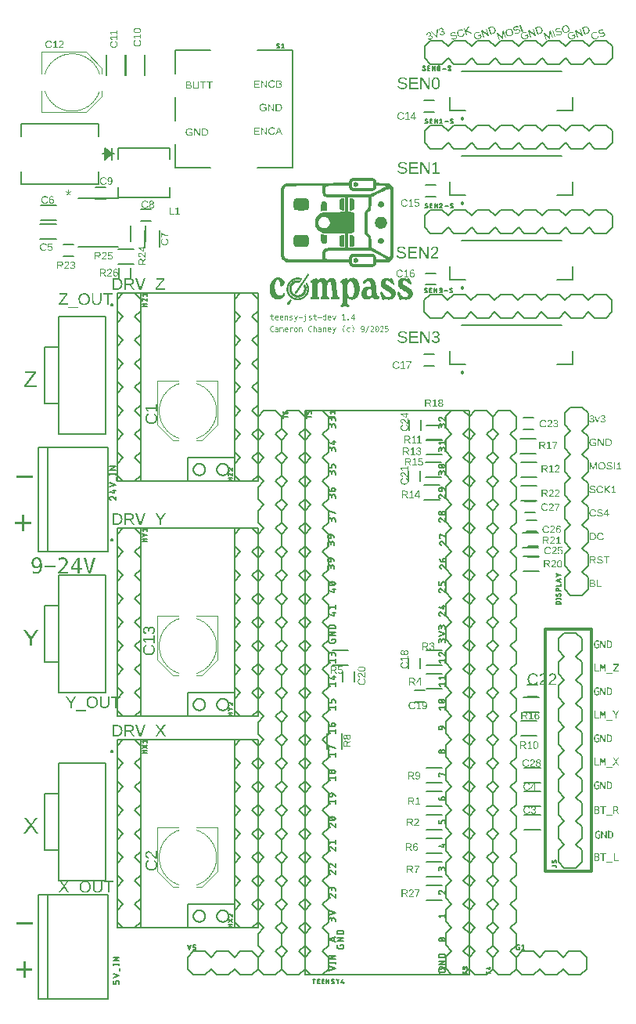
<source format=gbr>
G04 EAGLE Gerber RS-274X export*
G75*
%MOMM*%
%FSLAX34Y34*%
%LPD*%
%INSilkscreen Top*%
%IPPOS*%
%AMOC8*
5,1,8,0,0,1.08239X$1,22.5*%
G01*
G04 Define Apertures*
%ADD10C,0.304800*%
%ADD11C,0.101600*%
%ADD12C,0.127000*%
%ADD13C,0.203200*%
%ADD14C,0.152400*%
%ADD15C,0.200000*%
G36*
X-344766Y562180D02*
X-363350Y562180D01*
X-363350Y565143D01*
X-344766Y565143D01*
X-344766Y562180D01*
G37*
G36*
X-354320Y504806D02*
X-356897Y504806D01*
X-356897Y512310D01*
X-364331Y512310D01*
X-364331Y514869D01*
X-356897Y514869D01*
X-356897Y522373D01*
X-354320Y522373D01*
X-354320Y514869D01*
X-346886Y514869D01*
X-346886Y512310D01*
X-354320Y512310D01*
X-354320Y504806D01*
G37*
G36*
X-353050Y22206D02*
X-355627Y22206D01*
X-355627Y29710D01*
X-363061Y29710D01*
X-363061Y32269D01*
X-355627Y32269D01*
X-355627Y39773D01*
X-353050Y39773D01*
X-353050Y32269D01*
X-345616Y32269D01*
X-345616Y29710D01*
X-353050Y29710D01*
X-353050Y22206D01*
G37*
G36*
X-344766Y79580D02*
X-363350Y79580D01*
X-363350Y82543D01*
X-344766Y82543D01*
X-344766Y79580D01*
G37*
G36*
X259738Y621934D02*
X259446Y621942D01*
X259169Y621968D01*
X258907Y622010D01*
X258660Y622069D01*
X258429Y622145D01*
X258212Y622238D01*
X258011Y622348D01*
X257825Y622474D01*
X257656Y622618D01*
X257504Y622777D01*
X257371Y622953D01*
X257256Y623144D01*
X257159Y623352D01*
X257080Y623576D01*
X257019Y623817D01*
X256977Y624073D01*
X258018Y624168D01*
X258089Y623840D01*
X258201Y623556D01*
X258355Y623315D01*
X258549Y623118D01*
X258784Y622965D01*
X259061Y622856D01*
X259379Y622790D01*
X259738Y622768D01*
X260098Y622792D01*
X260417Y622862D01*
X260696Y622979D01*
X260933Y623144D01*
X261035Y623243D01*
X261123Y623354D01*
X261198Y623476D01*
X261259Y623610D01*
X261306Y623755D01*
X261340Y623911D01*
X261360Y624079D01*
X261367Y624258D01*
X261359Y624415D01*
X261336Y624562D01*
X261297Y624701D01*
X261243Y624831D01*
X261174Y624953D01*
X261088Y625065D01*
X260988Y625168D01*
X260872Y625263D01*
X260741Y625348D01*
X260596Y625421D01*
X260438Y625483D01*
X260266Y625534D01*
X259881Y625602D01*
X259441Y625624D01*
X258870Y625624D01*
X258870Y626498D01*
X259418Y626498D01*
X259810Y626521D01*
X260154Y626588D01*
X260452Y626701D01*
X260704Y626859D01*
X260903Y627057D01*
X260982Y627169D01*
X261046Y627290D01*
X261096Y627419D01*
X261131Y627557D01*
X261153Y627704D01*
X261160Y627859D01*
X261137Y628159D01*
X261067Y628425D01*
X260951Y628658D01*
X260788Y628858D01*
X260579Y629019D01*
X260325Y629133D01*
X260026Y629202D01*
X259682Y629225D01*
X259364Y629204D01*
X259079Y629140D01*
X258825Y629033D01*
X258604Y628884D01*
X258419Y628695D01*
X258278Y628472D01*
X258180Y628214D01*
X258125Y627920D01*
X257111Y627999D01*
X257148Y628234D01*
X257203Y628457D01*
X257277Y628666D01*
X257368Y628861D01*
X257478Y629044D01*
X257605Y629213D01*
X257751Y629368D01*
X257915Y629511D01*
X258094Y629638D01*
X258285Y629748D01*
X258489Y629842D01*
X258705Y629918D01*
X258934Y629978D01*
X259174Y630020D01*
X259427Y630045D01*
X259693Y630054D01*
X259981Y630045D01*
X260253Y630019D01*
X260509Y629976D01*
X260748Y629916D01*
X260970Y629838D01*
X261176Y629744D01*
X261365Y629632D01*
X261538Y629502D01*
X261692Y629358D01*
X261826Y629199D01*
X261939Y629028D01*
X262031Y628842D01*
X262103Y628643D01*
X262155Y628431D01*
X262186Y628205D01*
X262196Y627965D01*
X262189Y627781D01*
X262170Y627605D01*
X262137Y627438D01*
X262090Y627280D01*
X262031Y627131D01*
X261958Y626990D01*
X261773Y626736D01*
X261538Y626518D01*
X261254Y626339D01*
X260923Y626198D01*
X260544Y626095D01*
X260544Y626072D01*
X260759Y626042D01*
X260962Y626000D01*
X261152Y625944D01*
X261331Y625876D01*
X261497Y625796D01*
X261651Y625703D01*
X261792Y625597D01*
X261922Y625479D01*
X262037Y625350D01*
X262137Y625213D01*
X262222Y625069D01*
X262291Y624916D01*
X262345Y624755D01*
X262384Y624586D01*
X262407Y624409D01*
X262414Y624224D01*
X262404Y623959D01*
X262371Y623709D01*
X262317Y623475D01*
X262241Y623256D01*
X262143Y623052D01*
X262024Y622864D01*
X261883Y622691D01*
X261720Y622533D01*
X261537Y622393D01*
X261336Y622271D01*
X261116Y622168D01*
X260877Y622084D01*
X260620Y622018D01*
X260344Y621971D01*
X260050Y621943D01*
X259738Y621934D01*
G37*
G36*
X271831Y621934D02*
X271539Y621942D01*
X271262Y621968D01*
X271001Y622010D01*
X270754Y622069D01*
X270523Y622145D01*
X270306Y622238D01*
X270105Y622348D01*
X269919Y622474D01*
X269750Y622618D01*
X269598Y622777D01*
X269465Y622953D01*
X269350Y623144D01*
X269253Y623352D01*
X269174Y623576D01*
X269113Y623817D01*
X269071Y624073D01*
X270112Y624168D01*
X270183Y623840D01*
X270295Y623556D01*
X270448Y623315D01*
X270643Y623118D01*
X270878Y622965D01*
X271155Y622856D01*
X271473Y622790D01*
X271831Y622768D01*
X272192Y622792D01*
X272511Y622862D01*
X272789Y622979D01*
X273027Y623144D01*
X273129Y623243D01*
X273217Y623354D01*
X273291Y623476D01*
X273352Y623610D01*
X273400Y623755D01*
X273434Y623911D01*
X273454Y624079D01*
X273461Y624258D01*
X273453Y624415D01*
X273430Y624562D01*
X273391Y624701D01*
X273337Y624831D01*
X273267Y624953D01*
X273182Y625065D01*
X273081Y625168D01*
X272965Y625263D01*
X272835Y625348D01*
X272690Y625421D01*
X272532Y625483D01*
X272360Y625534D01*
X271975Y625602D01*
X271535Y625624D01*
X270963Y625624D01*
X270963Y626498D01*
X271512Y626498D01*
X271903Y626521D01*
X272248Y626588D01*
X272546Y626701D01*
X272797Y626859D01*
X272997Y627057D01*
X273075Y627169D01*
X273140Y627290D01*
X273190Y627419D01*
X273225Y627557D01*
X273247Y627704D01*
X273254Y627859D01*
X273230Y628159D01*
X273161Y628425D01*
X273044Y628658D01*
X272881Y628858D01*
X272673Y629019D01*
X272419Y629133D01*
X272120Y629202D01*
X271775Y629225D01*
X271458Y629204D01*
X271173Y629140D01*
X270919Y629033D01*
X270697Y628884D01*
X270513Y628695D01*
X270372Y628472D01*
X270274Y628214D01*
X270219Y627920D01*
X269205Y627999D01*
X269242Y628234D01*
X269297Y628457D01*
X269370Y628666D01*
X269462Y628861D01*
X269571Y629044D01*
X269699Y629213D01*
X269845Y629368D01*
X270009Y629511D01*
X270188Y629638D01*
X270379Y629748D01*
X270583Y629842D01*
X270799Y629918D01*
X271027Y629978D01*
X271268Y630020D01*
X271521Y630045D01*
X271787Y630054D01*
X272075Y630045D01*
X272347Y630019D01*
X272603Y629976D01*
X272841Y629916D01*
X273064Y629838D01*
X273270Y629744D01*
X273459Y629632D01*
X273632Y629502D01*
X273786Y629358D01*
X273920Y629199D01*
X274033Y629028D01*
X274125Y628842D01*
X274197Y628643D01*
X274249Y628431D01*
X274279Y628205D01*
X274290Y627965D01*
X274283Y627781D01*
X274263Y627605D01*
X274230Y627438D01*
X274184Y627280D01*
X274125Y627131D01*
X274052Y626990D01*
X273867Y626736D01*
X273632Y626518D01*
X273348Y626339D01*
X273017Y626198D01*
X272638Y626095D01*
X272638Y626072D01*
X272853Y626042D01*
X273056Y626000D01*
X273246Y625944D01*
X273425Y625876D01*
X273591Y625796D01*
X273744Y625703D01*
X273886Y625597D01*
X274015Y625479D01*
X274131Y625350D01*
X274231Y625213D01*
X274316Y625069D01*
X274385Y624916D01*
X274439Y624755D01*
X274477Y624586D01*
X274500Y624409D01*
X274508Y624224D01*
X274497Y623959D01*
X274465Y623709D01*
X274410Y623475D01*
X274335Y623256D01*
X274237Y623052D01*
X274118Y622864D01*
X273976Y622691D01*
X273814Y622533D01*
X273631Y622393D01*
X273429Y622271D01*
X273209Y622168D01*
X272971Y622084D01*
X272714Y622018D01*
X272438Y621971D01*
X272144Y621943D01*
X271831Y621934D01*
G37*
G36*
X266348Y622046D02*
X265155Y622046D01*
X262954Y628105D01*
X264029Y628105D01*
X265362Y624163D01*
X265749Y622836D01*
X265945Y623491D01*
X266163Y624152D01*
X267541Y628105D01*
X268610Y628105D01*
X266348Y622046D01*
G37*
G36*
X277619Y596646D02*
X274668Y596646D01*
X274668Y604536D01*
X277278Y604536D01*
X277765Y604521D01*
X278223Y604474D01*
X278653Y604395D01*
X279054Y604285D01*
X279426Y604144D01*
X279770Y603971D01*
X280085Y603767D01*
X280372Y603531D01*
X280627Y603267D01*
X280848Y602976D01*
X281036Y602658D01*
X281189Y602314D01*
X281308Y601943D01*
X281393Y601546D01*
X281444Y601123D01*
X281461Y600672D01*
X281454Y600372D01*
X281431Y600081D01*
X281394Y599800D01*
X281342Y599528D01*
X281275Y599266D01*
X281193Y599013D01*
X281097Y598770D01*
X280985Y598536D01*
X280860Y598314D01*
X280722Y598105D01*
X280572Y597910D01*
X280410Y597727D01*
X280235Y597559D01*
X280047Y597404D01*
X279848Y597262D01*
X279635Y597133D01*
X279413Y597019D01*
X279182Y596920D01*
X278942Y596836D01*
X278695Y596768D01*
X278438Y596715D01*
X278174Y596676D01*
X277901Y596654D01*
X277619Y596646D01*
G37*
%LPC*%
G36*
X277496Y597503D02*
X277917Y597527D01*
X278312Y597598D01*
X278680Y597717D01*
X279022Y597884D01*
X279332Y598095D01*
X279604Y598348D01*
X279838Y598644D01*
X280033Y598981D01*
X280187Y599356D01*
X280298Y599762D01*
X280364Y600201D01*
X280386Y600672D01*
X280373Y601028D01*
X280336Y601362D01*
X280273Y601675D01*
X280185Y601965D01*
X280072Y602234D01*
X279934Y602481D01*
X279771Y602706D01*
X279582Y602910D01*
X279370Y603090D01*
X279136Y603246D01*
X278878Y603379D01*
X278599Y603487D01*
X278297Y603571D01*
X277972Y603631D01*
X277625Y603668D01*
X277255Y603680D01*
X275738Y603680D01*
X275738Y597503D01*
X277496Y597503D01*
G37*
%LPD*%
G36*
X267339Y596646D02*
X266387Y596646D01*
X266387Y604536D01*
X267630Y604536D01*
X271897Y597772D01*
X271847Y598718D01*
X271830Y599362D01*
X271830Y604536D01*
X272793Y604536D01*
X272793Y596646D01*
X271505Y596646D01*
X267283Y603366D01*
X267311Y602823D01*
X267339Y601888D01*
X267339Y596646D01*
G37*
G36*
X261093Y596534D02*
X260789Y596542D01*
X260495Y596565D01*
X260213Y596603D01*
X259941Y596657D01*
X259679Y596726D01*
X259429Y596811D01*
X259189Y596911D01*
X258959Y597027D01*
X258742Y597157D01*
X258538Y597300D01*
X258347Y597457D01*
X258169Y597628D01*
X258004Y597812D01*
X257853Y598010D01*
X257715Y598221D01*
X257590Y598446D01*
X257479Y598683D01*
X257383Y598930D01*
X257302Y599188D01*
X257235Y599455D01*
X257183Y599733D01*
X257146Y600021D01*
X257124Y600319D01*
X257117Y600628D01*
X257133Y601094D01*
X257181Y601534D01*
X257262Y601946D01*
X257374Y602331D01*
X257519Y602690D01*
X257696Y603021D01*
X257906Y603324D01*
X258147Y603601D01*
X258418Y603848D01*
X258715Y604062D01*
X259037Y604243D01*
X259386Y604391D01*
X259761Y604506D01*
X260162Y604588D01*
X260589Y604638D01*
X261042Y604654D01*
X261362Y604647D01*
X261667Y604626D01*
X261956Y604592D01*
X262230Y604543D01*
X262488Y604481D01*
X262731Y604405D01*
X262958Y604315D01*
X263170Y604212D01*
X263369Y604093D01*
X263556Y603957D01*
X263731Y603805D01*
X263894Y603636D01*
X264046Y603451D01*
X264186Y603249D01*
X264314Y603030D01*
X264430Y602795D01*
X263411Y602492D01*
X263227Y602806D01*
X263011Y603073D01*
X262764Y603296D01*
X262484Y603472D01*
X262171Y603607D01*
X261821Y603703D01*
X261436Y603761D01*
X261014Y603780D01*
X260683Y603767D01*
X260371Y603729D01*
X260080Y603664D01*
X259809Y603574D01*
X259558Y603458D01*
X259327Y603316D01*
X259116Y603148D01*
X258926Y602954D01*
X258756Y602737D01*
X258610Y602499D01*
X258485Y602240D01*
X258384Y601960D01*
X258305Y601658D01*
X258248Y601336D01*
X258214Y600992D01*
X258203Y600628D01*
X258215Y600264D01*
X258251Y599919D01*
X258311Y599595D01*
X258395Y599290D01*
X258503Y599005D01*
X258635Y598739D01*
X258791Y598493D01*
X258970Y598267D01*
X259171Y598064D01*
X259391Y597889D01*
X259628Y597740D01*
X259885Y597618D01*
X260159Y597524D01*
X260452Y597456D01*
X260763Y597416D01*
X261093Y597402D01*
X261473Y597417D01*
X261840Y597461D01*
X262194Y597534D01*
X262535Y597637D01*
X262853Y597765D01*
X263140Y597914D01*
X263395Y598084D01*
X263618Y598276D01*
X263618Y599698D01*
X261261Y599698D01*
X261261Y600594D01*
X264604Y600594D01*
X264604Y597872D01*
X264273Y597571D01*
X263906Y597306D01*
X263504Y597077D01*
X263067Y596884D01*
X262602Y596731D01*
X262118Y596622D01*
X261615Y596556D01*
X261093Y596534D01*
G37*
G36*
X270523Y571134D02*
X270225Y571142D01*
X269936Y571165D01*
X269659Y571203D01*
X269391Y571257D01*
X269134Y571326D01*
X268888Y571411D01*
X268652Y571511D01*
X268426Y571627D01*
X268212Y571757D01*
X268011Y571901D01*
X267823Y572058D01*
X267648Y572229D01*
X267487Y572415D01*
X267338Y572613D01*
X267202Y572826D01*
X267079Y573052D01*
X266970Y573290D01*
X266876Y573538D01*
X266796Y573795D01*
X266731Y574062D01*
X266680Y574339D01*
X266643Y574625D01*
X266622Y574922D01*
X266614Y575228D01*
X266631Y575688D01*
X266679Y576122D01*
X266760Y576531D01*
X266873Y576914D01*
X267019Y577271D01*
X267197Y577602D01*
X267408Y577908D01*
X267650Y578187D01*
X267922Y578437D01*
X268219Y578654D01*
X268542Y578837D01*
X268889Y578987D01*
X269263Y579104D01*
X269661Y579187D01*
X270085Y579237D01*
X270534Y579254D01*
X270830Y579246D01*
X271116Y579224D01*
X271393Y579187D01*
X271659Y579134D01*
X271915Y579067D01*
X272161Y578985D01*
X272397Y578887D01*
X272623Y578775D01*
X272838Y578649D01*
X273040Y578509D01*
X273228Y578355D01*
X273404Y578188D01*
X273566Y578007D01*
X273716Y577813D01*
X273852Y577605D01*
X273976Y577384D01*
X274085Y577150D01*
X274180Y576907D01*
X274261Y576653D01*
X274326Y576388D01*
X274377Y576114D01*
X274414Y575829D01*
X274436Y575533D01*
X274443Y575228D01*
X274436Y574923D01*
X274414Y574628D01*
X274377Y574343D01*
X274325Y574067D01*
X274258Y573801D01*
X274177Y573544D01*
X274081Y573298D01*
X273970Y573060D01*
X273845Y572835D01*
X273708Y572623D01*
X273557Y572424D01*
X273394Y572239D01*
X273218Y572067D01*
X273029Y571909D01*
X272827Y571764D01*
X272612Y571632D01*
X272386Y571516D01*
X272150Y571414D01*
X271904Y571329D01*
X271647Y571259D01*
X271381Y571204D01*
X271105Y571165D01*
X270819Y571142D01*
X270523Y571134D01*
G37*
%LPC*%
G36*
X270523Y572002D02*
X270855Y572015D01*
X271167Y572055D01*
X271459Y572121D01*
X271731Y572213D01*
X271983Y572331D01*
X272215Y572476D01*
X272428Y572647D01*
X272620Y572845D01*
X272792Y573066D01*
X272940Y573310D01*
X273066Y573575D01*
X273169Y573862D01*
X273248Y574171D01*
X273306Y574501D01*
X273340Y574853D01*
X273351Y575228D01*
X273340Y575586D01*
X273305Y575924D01*
X273248Y576243D01*
X273167Y576542D01*
X273064Y576821D01*
X272937Y577081D01*
X272787Y577320D01*
X272615Y577540D01*
X272421Y577737D01*
X272209Y577908D01*
X271977Y578052D01*
X271727Y578170D01*
X271457Y578262D01*
X271168Y578328D01*
X270861Y578367D01*
X270534Y578380D01*
X270205Y578367D01*
X269895Y578329D01*
X269605Y578264D01*
X269333Y578173D01*
X269081Y578057D01*
X268848Y577914D01*
X268634Y577746D01*
X268440Y577552D01*
X268267Y577334D01*
X268117Y577096D01*
X267990Y576836D01*
X267886Y576556D01*
X267805Y576255D01*
X267747Y575934D01*
X267712Y575591D01*
X267701Y575228D01*
X267713Y574866D01*
X267748Y574524D01*
X267806Y574201D01*
X267888Y573897D01*
X267993Y573612D01*
X268121Y573347D01*
X268273Y573100D01*
X268448Y572873D01*
X268644Y572669D01*
X268858Y572492D01*
X269091Y572342D01*
X269341Y572220D01*
X269609Y572124D01*
X269896Y572056D01*
X270200Y572016D01*
X270523Y572002D01*
G37*
%LPD*%
G36*
X258433Y571246D02*
X257481Y571246D01*
X257481Y579136D01*
X258886Y579136D01*
X260986Y573665D01*
X261202Y572957D01*
X261339Y572411D01*
X261408Y572693D01*
X261527Y573091D01*
X261720Y573665D01*
X263781Y579136D01*
X265153Y579136D01*
X265153Y571246D01*
X264190Y571246D01*
X264190Y576510D01*
X264202Y577367D01*
X264240Y578190D01*
X263980Y577297D01*
X263747Y576622D01*
X261709Y571246D01*
X260958Y571246D01*
X258892Y576622D01*
X258578Y577574D01*
X258394Y578190D01*
X258410Y577568D01*
X258433Y576510D01*
X258433Y571246D01*
G37*
G36*
X278873Y571134D02*
X278522Y571142D01*
X278190Y571165D01*
X277876Y571205D01*
X277582Y571259D01*
X277307Y571330D01*
X277051Y571416D01*
X276813Y571518D01*
X276595Y571635D01*
X276395Y571768D01*
X276215Y571917D01*
X276053Y572082D01*
X275911Y572262D01*
X275787Y572457D01*
X275682Y572669D01*
X275596Y572896D01*
X275530Y573139D01*
X276566Y573346D01*
X276617Y573174D01*
X276680Y573014D01*
X276757Y572866D01*
X276846Y572729D01*
X276947Y572605D01*
X277061Y572492D01*
X277188Y572391D01*
X277327Y572302D01*
X277645Y572156D01*
X278015Y572052D01*
X278437Y571989D01*
X278912Y571968D01*
X279400Y571991D01*
X279830Y572057D01*
X280022Y572107D01*
X280200Y572168D01*
X280363Y572241D01*
X280511Y572324D01*
X280643Y572418D01*
X280757Y572523D01*
X280854Y572638D01*
X280933Y572763D01*
X280994Y572899D01*
X281038Y573045D01*
X281065Y573201D01*
X281074Y573368D01*
X281062Y573552D01*
X281029Y573718D01*
X280974Y573866D01*
X280897Y573996D01*
X280800Y574111D01*
X280685Y574215D01*
X280552Y574310D01*
X280402Y574393D01*
X280052Y574537D01*
X279640Y574656D01*
X278660Y574886D01*
X277837Y575093D01*
X277511Y575197D01*
X277240Y575300D01*
X277011Y575407D01*
X276807Y575519D01*
X276629Y575638D01*
X276476Y575762D01*
X276344Y575895D01*
X276229Y576039D01*
X276130Y576193D01*
X276048Y576359D01*
X275983Y576536D01*
X275936Y576726D01*
X275908Y576928D01*
X275899Y577143D01*
X275911Y577389D01*
X275948Y577621D01*
X276008Y577838D01*
X276093Y578040D01*
X276202Y578228D01*
X276335Y578402D01*
X276493Y578561D01*
X276675Y578705D01*
X276879Y578834D01*
X277104Y578945D01*
X277351Y579040D01*
X277618Y579117D01*
X277906Y579177D01*
X278215Y579220D01*
X278544Y579245D01*
X278895Y579254D01*
X279221Y579248D01*
X279528Y579228D01*
X279814Y579196D01*
X280081Y579151D01*
X280328Y579093D01*
X280555Y579022D01*
X280763Y578939D01*
X280950Y578842D01*
X281121Y578730D01*
X281279Y578600D01*
X281424Y578452D01*
X281555Y578286D01*
X281673Y578101D01*
X281778Y577899D01*
X281869Y577678D01*
X281947Y577440D01*
X280894Y577255D01*
X280788Y577547D01*
X280642Y577796D01*
X280458Y578002D01*
X280234Y578165D01*
X279966Y578288D01*
X279653Y578377D01*
X279292Y578430D01*
X278884Y578448D01*
X278439Y578428D01*
X278050Y578369D01*
X277716Y578271D01*
X277439Y578134D01*
X277322Y578051D01*
X277221Y577958D01*
X277135Y577855D01*
X277065Y577743D01*
X277011Y577622D01*
X276972Y577490D01*
X276949Y577349D01*
X276941Y577199D01*
X276953Y577025D01*
X276989Y576866D01*
X277049Y576724D01*
X277134Y576597D01*
X277241Y576482D01*
X277370Y576377D01*
X277520Y576281D01*
X277691Y576194D01*
X277918Y576106D01*
X278236Y576009D01*
X279142Y575788D01*
X279867Y575617D01*
X280220Y575522D01*
X280558Y575410D01*
X280878Y575279D01*
X281177Y575127D01*
X281447Y574946D01*
X281678Y574729D01*
X281868Y574473D01*
X282012Y574175D01*
X282064Y574008D01*
X282102Y573828D01*
X282124Y573633D01*
X282132Y573424D01*
X282119Y573159D01*
X282079Y572909D01*
X282012Y572675D01*
X281918Y572456D01*
X281798Y572252D01*
X281652Y572064D01*
X281478Y571891D01*
X281278Y571733D01*
X281054Y571593D01*
X280807Y571471D01*
X280539Y571368D01*
X280250Y571284D01*
X279938Y571218D01*
X279605Y571171D01*
X279250Y571143D01*
X278873Y571134D01*
G37*
G36*
X291640Y571246D02*
X286695Y571246D01*
X286695Y572103D01*
X288705Y572103D01*
X288705Y578173D01*
X286924Y576902D01*
X286924Y577854D01*
X288789Y579136D01*
X289719Y579136D01*
X289719Y572103D01*
X291640Y572103D01*
X291640Y571246D01*
G37*
G36*
X284762Y571246D02*
X283692Y571246D01*
X283692Y579136D01*
X284762Y579136D01*
X284762Y571246D01*
G37*
G36*
X260404Y545734D02*
X260053Y545742D01*
X259721Y545765D01*
X259408Y545805D01*
X259114Y545859D01*
X258838Y545930D01*
X258582Y546016D01*
X258345Y546118D01*
X258126Y546235D01*
X257927Y546368D01*
X257746Y546517D01*
X257585Y546682D01*
X257442Y546862D01*
X257318Y547057D01*
X257213Y547269D01*
X257128Y547496D01*
X257061Y547739D01*
X258097Y547946D01*
X258148Y547774D01*
X258212Y547614D01*
X258288Y547466D01*
X258377Y547329D01*
X258478Y547205D01*
X258592Y547092D01*
X258719Y546991D01*
X258858Y546902D01*
X259176Y546756D01*
X259546Y546652D01*
X259968Y546589D01*
X260443Y546568D01*
X260932Y546591D01*
X261361Y546657D01*
X261553Y546707D01*
X261731Y546768D01*
X261894Y546841D01*
X262042Y546924D01*
X262174Y547018D01*
X262288Y547123D01*
X262385Y547238D01*
X262464Y547363D01*
X262526Y547499D01*
X262570Y547645D01*
X262596Y547801D01*
X262605Y547968D01*
X262594Y548152D01*
X262561Y548318D01*
X262506Y548466D01*
X262428Y548596D01*
X262331Y548711D01*
X262216Y548815D01*
X262083Y548910D01*
X261933Y548993D01*
X261583Y549137D01*
X261171Y549256D01*
X260191Y549486D01*
X259369Y549693D01*
X259042Y549797D01*
X258772Y549900D01*
X258542Y550007D01*
X258338Y550119D01*
X258160Y550238D01*
X258007Y550362D01*
X257875Y550495D01*
X257760Y550639D01*
X257661Y550793D01*
X257579Y550959D01*
X257514Y551136D01*
X257467Y551326D01*
X257440Y551528D01*
X257430Y551743D01*
X257443Y551989D01*
X257479Y552221D01*
X257539Y552438D01*
X257624Y552640D01*
X257733Y552828D01*
X257867Y553002D01*
X258024Y553161D01*
X258206Y553305D01*
X258410Y553434D01*
X258636Y553545D01*
X258882Y553640D01*
X259149Y553717D01*
X259437Y553777D01*
X259746Y553820D01*
X260076Y553845D01*
X260426Y553854D01*
X260752Y553848D01*
X261059Y553828D01*
X261345Y553796D01*
X261612Y553751D01*
X261859Y553693D01*
X262086Y553622D01*
X262294Y553539D01*
X262482Y553442D01*
X262653Y553330D01*
X262811Y553200D01*
X262955Y553052D01*
X263086Y552886D01*
X263204Y552701D01*
X263309Y552499D01*
X263400Y552278D01*
X263478Y552040D01*
X262426Y551855D01*
X262319Y552147D01*
X262174Y552396D01*
X261989Y552602D01*
X261765Y552765D01*
X261498Y552888D01*
X261184Y552977D01*
X260823Y553030D01*
X260415Y553048D01*
X259970Y553028D01*
X259581Y552969D01*
X259248Y552871D01*
X258970Y552734D01*
X258854Y552651D01*
X258752Y552558D01*
X258667Y552455D01*
X258597Y552343D01*
X258542Y552222D01*
X258503Y552090D01*
X258480Y551949D01*
X258472Y551799D01*
X258484Y551625D01*
X258520Y551466D01*
X258581Y551324D01*
X258665Y551197D01*
X258772Y551082D01*
X258901Y550977D01*
X259051Y550881D01*
X259222Y550794D01*
X259450Y550706D01*
X259767Y550609D01*
X260673Y550388D01*
X261398Y550217D01*
X261751Y550122D01*
X262090Y550010D01*
X262409Y549879D01*
X262708Y549727D01*
X262978Y549546D01*
X263210Y549329D01*
X263399Y549073D01*
X263543Y548775D01*
X263595Y548608D01*
X263633Y548428D01*
X263656Y548233D01*
X263663Y548024D01*
X263650Y547759D01*
X263610Y547509D01*
X263543Y547275D01*
X263450Y547056D01*
X263330Y546852D01*
X263183Y546664D01*
X263009Y546491D01*
X262809Y546333D01*
X262585Y546193D01*
X262339Y546071D01*
X262071Y545968D01*
X261781Y545884D01*
X261469Y545818D01*
X261136Y545771D01*
X260781Y545743D01*
X260404Y545734D01*
G37*
G36*
X274457Y545846D02*
X273387Y545846D01*
X273387Y553736D01*
X274457Y553736D01*
X274457Y549783D01*
X278259Y553736D01*
X279519Y553736D01*
X276159Y550309D01*
X279967Y545846D01*
X278640Y545846D01*
X275487Y549654D01*
X274457Y548870D01*
X274457Y545846D01*
G37*
G36*
X268595Y545734D02*
X268301Y545742D01*
X268018Y545765D01*
X267745Y545804D01*
X267482Y545858D01*
X267229Y545928D01*
X266987Y546013D01*
X266754Y546113D01*
X266531Y546230D01*
X266320Y546360D01*
X266121Y546504D01*
X265936Y546661D01*
X265764Y546832D01*
X265604Y547015D01*
X265458Y547212D01*
X265324Y547423D01*
X265204Y547646D01*
X265097Y547882D01*
X265004Y548128D01*
X264926Y548385D01*
X264861Y548652D01*
X264812Y548930D01*
X264776Y549219D01*
X264755Y549518D01*
X264747Y549828D01*
X264763Y550287D01*
X264811Y550720D01*
X264891Y551128D01*
X265002Y551510D01*
X265146Y551867D01*
X265321Y552198D01*
X265528Y552504D01*
X265767Y552784D01*
X266034Y553035D01*
X266325Y553252D01*
X266641Y553436D01*
X266982Y553587D01*
X267347Y553704D01*
X267736Y553787D01*
X268150Y553837D01*
X268589Y553854D01*
X268898Y553846D01*
X269193Y553823D01*
X269476Y553785D01*
X269745Y553731D01*
X270002Y553661D01*
X270246Y553577D01*
X270477Y553477D01*
X270695Y553361D01*
X270899Y553231D01*
X271089Y553085D01*
X271266Y552925D01*
X271428Y552749D01*
X271577Y552559D01*
X271711Y552354D01*
X271831Y552134D01*
X271938Y551900D01*
X270924Y551564D01*
X270766Y551888D01*
X270566Y552171D01*
X270325Y552414D01*
X270042Y552616D01*
X269724Y552776D01*
X269378Y552889D01*
X269003Y552958D01*
X268600Y552980D01*
X268282Y552967D01*
X267981Y552928D01*
X267699Y552862D01*
X267435Y552770D01*
X267190Y552651D01*
X266962Y552506D01*
X266753Y552335D01*
X266562Y552138D01*
X266391Y551917D01*
X266243Y551677D01*
X266118Y551418D01*
X266016Y551139D01*
X265936Y550840D01*
X265879Y550522D01*
X265845Y550185D01*
X265834Y549828D01*
X265846Y549474D01*
X265881Y549138D01*
X265940Y548820D01*
X266023Y548519D01*
X266130Y548237D01*
X266261Y547972D01*
X266415Y547725D01*
X266593Y547495D01*
X266791Y547288D01*
X267005Y547109D01*
X267237Y546958D01*
X267485Y546834D01*
X267750Y546737D01*
X268032Y546668D01*
X268330Y546627D01*
X268645Y546613D01*
X268849Y546620D01*
X269047Y546639D01*
X269238Y546671D01*
X269422Y546716D01*
X269772Y546844D01*
X270097Y547023D01*
X270395Y547254D01*
X270668Y547536D01*
X270916Y547869D01*
X271137Y548254D01*
X272011Y547817D01*
X271883Y547570D01*
X271742Y547338D01*
X271590Y547121D01*
X271425Y546920D01*
X271247Y546734D01*
X271058Y546562D01*
X270856Y546407D01*
X270641Y546266D01*
X270416Y546141D01*
X270183Y546033D01*
X269940Y545942D01*
X269689Y545867D01*
X269428Y545809D01*
X269159Y545767D01*
X268881Y545742D01*
X268595Y545734D01*
G37*
G36*
X285921Y545846D02*
X280976Y545846D01*
X280976Y546703D01*
X282986Y546703D01*
X282986Y552773D01*
X281206Y551502D01*
X281206Y552454D01*
X283070Y553736D01*
X284000Y553736D01*
X284000Y546703D01*
X285921Y546703D01*
X285921Y545846D01*
G37*
G36*
X277380Y520446D02*
X276428Y520446D01*
X276428Y522232D01*
X272709Y522232D01*
X272709Y523016D01*
X276321Y528336D01*
X277380Y528336D01*
X277380Y523028D01*
X278489Y523028D01*
X278489Y522232D01*
X277380Y522232D01*
X277380Y520446D01*
G37*
%LPC*%
G36*
X276428Y523028D02*
X276428Y527200D01*
X276271Y526903D01*
X276053Y526533D01*
X274031Y523554D01*
X273729Y523140D01*
X273639Y523028D01*
X276428Y523028D01*
G37*
%LPD*%
G36*
X268685Y520334D02*
X268334Y520342D01*
X268002Y520365D01*
X267689Y520405D01*
X267395Y520459D01*
X267120Y520530D01*
X266863Y520616D01*
X266626Y520718D01*
X266407Y520835D01*
X266208Y520968D01*
X266027Y521117D01*
X265866Y521282D01*
X265723Y521462D01*
X265599Y521657D01*
X265495Y521869D01*
X265409Y522096D01*
X265342Y522339D01*
X266378Y522546D01*
X266429Y522374D01*
X266493Y522214D01*
X266569Y522066D01*
X266658Y521929D01*
X266760Y521805D01*
X266874Y521692D01*
X267000Y521591D01*
X267140Y521502D01*
X267457Y521356D01*
X267827Y521252D01*
X268249Y521189D01*
X268724Y521168D01*
X269213Y521191D01*
X269642Y521257D01*
X269835Y521307D01*
X270012Y521368D01*
X270175Y521441D01*
X270323Y521524D01*
X270455Y521618D01*
X270569Y521723D01*
X270666Y521838D01*
X270745Y521963D01*
X270807Y522099D01*
X270851Y522245D01*
X270877Y522401D01*
X270886Y522568D01*
X270875Y522752D01*
X270842Y522918D01*
X270787Y523066D01*
X270710Y523196D01*
X270612Y523311D01*
X270498Y523415D01*
X270365Y523510D01*
X270214Y523593D01*
X269864Y523737D01*
X269452Y523856D01*
X268472Y524086D01*
X267650Y524293D01*
X267323Y524397D01*
X267053Y524500D01*
X266823Y524607D01*
X266620Y524719D01*
X266441Y524838D01*
X266288Y524962D01*
X266157Y525095D01*
X266041Y525239D01*
X265942Y525393D01*
X265860Y525559D01*
X265795Y525736D01*
X265749Y525926D01*
X265721Y526128D01*
X265712Y526343D01*
X265724Y526589D01*
X265760Y526821D01*
X265821Y527038D01*
X265906Y527240D01*
X266015Y527428D01*
X266148Y527602D01*
X266305Y527761D01*
X266487Y527905D01*
X266692Y528034D01*
X266917Y528145D01*
X267163Y528240D01*
X267430Y528317D01*
X267718Y528377D01*
X268027Y528420D01*
X268357Y528445D01*
X268708Y528454D01*
X269034Y528448D01*
X269340Y528428D01*
X269627Y528396D01*
X269893Y528351D01*
X270140Y528293D01*
X270368Y528222D01*
X270575Y528139D01*
X270763Y528042D01*
X270934Y527930D01*
X271092Y527800D01*
X271236Y527652D01*
X271368Y527486D01*
X271486Y527301D01*
X271590Y527099D01*
X271682Y526878D01*
X271760Y526640D01*
X270707Y526455D01*
X270600Y526747D01*
X270455Y526996D01*
X270270Y527202D01*
X270046Y527365D01*
X269779Y527488D01*
X269465Y527577D01*
X269104Y527630D01*
X268696Y527648D01*
X268251Y527628D01*
X267862Y527569D01*
X267529Y527471D01*
X267252Y527334D01*
X267135Y527251D01*
X267034Y527158D01*
X266948Y527055D01*
X266878Y526943D01*
X266823Y526822D01*
X266784Y526690D01*
X266761Y526549D01*
X266753Y526399D01*
X266765Y526225D01*
X266802Y526066D01*
X266862Y525924D01*
X266946Y525797D01*
X267054Y525682D01*
X267182Y525577D01*
X267332Y525481D01*
X267504Y525394D01*
X267731Y525306D01*
X268048Y525209D01*
X268954Y524988D01*
X269679Y524817D01*
X270033Y524722D01*
X270371Y524610D01*
X270691Y524479D01*
X270990Y524327D01*
X271259Y524146D01*
X271491Y523929D01*
X271681Y523673D01*
X271824Y523375D01*
X271877Y523208D01*
X271914Y523028D01*
X271937Y522833D01*
X271944Y522624D01*
X271931Y522359D01*
X271891Y522109D01*
X271824Y521875D01*
X271731Y521656D01*
X271611Y521452D01*
X271464Y521264D01*
X271291Y521091D01*
X271090Y520933D01*
X270866Y520793D01*
X270620Y520671D01*
X270352Y520568D01*
X270062Y520484D01*
X269751Y520418D01*
X269417Y520371D01*
X269062Y520343D01*
X268685Y520334D01*
G37*
G36*
X260970Y520334D02*
X260676Y520342D01*
X260393Y520365D01*
X260120Y520404D01*
X259857Y520458D01*
X259604Y520528D01*
X259362Y520613D01*
X259129Y520713D01*
X258906Y520830D01*
X258695Y520960D01*
X258496Y521104D01*
X258311Y521261D01*
X258139Y521432D01*
X257979Y521615D01*
X257833Y521812D01*
X257699Y522023D01*
X257579Y522246D01*
X257472Y522482D01*
X257379Y522728D01*
X257301Y522985D01*
X257236Y523252D01*
X257187Y523530D01*
X257151Y523819D01*
X257130Y524118D01*
X257122Y524428D01*
X257138Y524887D01*
X257186Y525320D01*
X257266Y525728D01*
X257377Y526110D01*
X257521Y526467D01*
X257696Y526798D01*
X257903Y527104D01*
X258142Y527384D01*
X258409Y527635D01*
X258700Y527852D01*
X259016Y528036D01*
X259357Y528187D01*
X259722Y528304D01*
X260111Y528387D01*
X260525Y528437D01*
X260964Y528454D01*
X261273Y528446D01*
X261568Y528423D01*
X261851Y528385D01*
X262120Y528331D01*
X262377Y528261D01*
X262621Y528177D01*
X262852Y528077D01*
X263070Y527961D01*
X263274Y527831D01*
X263464Y527685D01*
X263641Y527525D01*
X263803Y527349D01*
X263952Y527159D01*
X264086Y526954D01*
X264206Y526734D01*
X264313Y526500D01*
X263299Y526164D01*
X263141Y526488D01*
X262941Y526771D01*
X262700Y527014D01*
X262417Y527216D01*
X262099Y527376D01*
X261753Y527489D01*
X261378Y527558D01*
X260975Y527580D01*
X260657Y527567D01*
X260356Y527528D01*
X260074Y527462D01*
X259810Y527370D01*
X259565Y527251D01*
X259337Y527106D01*
X259128Y526935D01*
X258937Y526738D01*
X258766Y526517D01*
X258618Y526277D01*
X258493Y526018D01*
X258391Y525739D01*
X258311Y525440D01*
X258254Y525122D01*
X258220Y524785D01*
X258209Y524428D01*
X258221Y524074D01*
X258256Y523738D01*
X258315Y523420D01*
X258398Y523119D01*
X258505Y522837D01*
X258636Y522572D01*
X258790Y522325D01*
X258968Y522095D01*
X259166Y521888D01*
X259380Y521709D01*
X259612Y521558D01*
X259860Y521434D01*
X260125Y521337D01*
X260407Y521268D01*
X260705Y521227D01*
X261020Y521213D01*
X261224Y521220D01*
X261422Y521239D01*
X261613Y521271D01*
X261797Y521316D01*
X262147Y521444D01*
X262472Y521623D01*
X262770Y521854D01*
X263043Y522136D01*
X263291Y522469D01*
X263512Y522854D01*
X264386Y522417D01*
X264258Y522170D01*
X264117Y521938D01*
X263965Y521721D01*
X263800Y521520D01*
X263622Y521334D01*
X263433Y521162D01*
X263231Y521007D01*
X263016Y520866D01*
X262791Y520741D01*
X262558Y520633D01*
X262315Y520542D01*
X262064Y520467D01*
X261803Y520409D01*
X261534Y520367D01*
X261256Y520342D01*
X260970Y520334D01*
G37*
G36*
X260432Y495046D02*
X257481Y495046D01*
X257481Y502936D01*
X260090Y502936D01*
X260577Y502921D01*
X261036Y502874D01*
X261465Y502795D01*
X261866Y502685D01*
X262239Y502544D01*
X262583Y502371D01*
X262898Y502167D01*
X263184Y501931D01*
X263440Y501667D01*
X263661Y501376D01*
X263848Y501058D01*
X264001Y500714D01*
X264120Y500343D01*
X264205Y499946D01*
X264257Y499523D01*
X264274Y499072D01*
X264266Y498772D01*
X264244Y498481D01*
X264207Y498200D01*
X264155Y497928D01*
X264088Y497666D01*
X264006Y497413D01*
X263909Y497170D01*
X263798Y496936D01*
X263672Y496714D01*
X263535Y496505D01*
X263385Y496310D01*
X263222Y496127D01*
X263047Y495959D01*
X262860Y495804D01*
X262660Y495662D01*
X262448Y495533D01*
X262225Y495419D01*
X261994Y495320D01*
X261755Y495236D01*
X261507Y495168D01*
X261251Y495115D01*
X260986Y495076D01*
X260713Y495054D01*
X260432Y495046D01*
G37*
%LPC*%
G36*
X260309Y495903D02*
X260730Y495927D01*
X261124Y495998D01*
X261493Y496117D01*
X261835Y496284D01*
X262145Y496495D01*
X262416Y496748D01*
X262650Y497044D01*
X262846Y497381D01*
X263000Y497756D01*
X263110Y498162D01*
X263176Y498601D01*
X263198Y499072D01*
X263186Y499428D01*
X263148Y499762D01*
X263085Y500075D01*
X262997Y500365D01*
X262884Y500634D01*
X262746Y500881D01*
X262583Y501106D01*
X262395Y501310D01*
X262183Y501490D01*
X261948Y501646D01*
X261691Y501779D01*
X261411Y501887D01*
X261109Y501971D01*
X260785Y502031D01*
X260438Y502068D01*
X260068Y502080D01*
X258550Y502080D01*
X258550Y495903D01*
X260309Y495903D01*
G37*
%LPD*%
G36*
X269251Y494934D02*
X268958Y494942D01*
X268675Y494965D01*
X268402Y495004D01*
X268139Y495058D01*
X267886Y495128D01*
X267643Y495213D01*
X267410Y495313D01*
X267187Y495430D01*
X266976Y495560D01*
X266778Y495704D01*
X266592Y495861D01*
X266420Y496032D01*
X266261Y496215D01*
X266114Y496412D01*
X265981Y496623D01*
X265860Y496846D01*
X265753Y497082D01*
X265660Y497328D01*
X265582Y497585D01*
X265518Y497852D01*
X265468Y498130D01*
X265432Y498419D01*
X265411Y498718D01*
X265404Y499028D01*
X265420Y499487D01*
X265467Y499920D01*
X265547Y500328D01*
X265658Y500710D01*
X265802Y501067D01*
X265977Y501398D01*
X266184Y501704D01*
X266423Y501984D01*
X266690Y502235D01*
X266981Y502452D01*
X267297Y502636D01*
X267638Y502787D01*
X268003Y502904D01*
X268393Y502987D01*
X268807Y503037D01*
X269245Y503054D01*
X269554Y503046D01*
X269849Y503023D01*
X270132Y502985D01*
X270402Y502931D01*
X270658Y502861D01*
X270902Y502777D01*
X271133Y502677D01*
X271351Y502561D01*
X271555Y502431D01*
X271746Y502285D01*
X271922Y502125D01*
X272084Y501949D01*
X272233Y501759D01*
X272367Y501554D01*
X272488Y501334D01*
X272594Y501100D01*
X271580Y500764D01*
X271422Y501088D01*
X271223Y501371D01*
X270981Y501614D01*
X270698Y501816D01*
X270380Y501976D01*
X270034Y502089D01*
X269659Y502158D01*
X269256Y502180D01*
X268938Y502167D01*
X268638Y502128D01*
X268356Y502062D01*
X268092Y501970D01*
X267846Y501851D01*
X267618Y501706D01*
X267409Y501535D01*
X267218Y501338D01*
X267047Y501117D01*
X266900Y500877D01*
X266774Y500618D01*
X266672Y500339D01*
X266592Y500040D01*
X266536Y499722D01*
X266501Y499385D01*
X266490Y499028D01*
X266502Y498674D01*
X266537Y498338D01*
X266597Y498020D01*
X266680Y497719D01*
X266786Y497437D01*
X266917Y497172D01*
X267071Y496925D01*
X267249Y496695D01*
X267447Y496488D01*
X267662Y496309D01*
X267893Y496158D01*
X268141Y496034D01*
X268406Y495937D01*
X268688Y495868D01*
X268986Y495827D01*
X269301Y495813D01*
X269505Y495820D01*
X269703Y495839D01*
X269894Y495871D01*
X270079Y495916D01*
X270429Y496044D01*
X270753Y496223D01*
X271052Y496454D01*
X271325Y496736D01*
X271572Y497069D01*
X271793Y497454D01*
X272667Y497017D01*
X272539Y496770D01*
X272399Y496538D01*
X272246Y496321D01*
X272081Y496120D01*
X271904Y495934D01*
X271714Y495762D01*
X271512Y495607D01*
X271298Y495466D01*
X271073Y495341D01*
X270839Y495233D01*
X270596Y495142D01*
X270345Y495067D01*
X270085Y495009D01*
X269816Y494967D01*
X269538Y494942D01*
X269251Y494934D01*
G37*
G36*
X258550Y469646D02*
X257481Y469646D01*
X257481Y477536D01*
X261194Y477536D01*
X261517Y477527D01*
X261822Y477499D01*
X262108Y477452D01*
X262374Y477387D01*
X262622Y477303D01*
X262851Y477201D01*
X263061Y477080D01*
X263252Y476940D01*
X263422Y476784D01*
X263569Y476613D01*
X263693Y476427D01*
X263795Y476227D01*
X263875Y476012D01*
X263931Y475782D01*
X263965Y475538D01*
X263977Y475280D01*
X263969Y475064D01*
X263945Y474857D01*
X263905Y474660D01*
X263849Y474470D01*
X263777Y474290D01*
X263689Y474118D01*
X263584Y473955D01*
X263464Y473801D01*
X263330Y473658D01*
X263184Y473529D01*
X263025Y473414D01*
X262954Y473372D01*
X262855Y473313D01*
X262672Y473225D01*
X262477Y473151D01*
X262270Y473091D01*
X262050Y473045D01*
X263004Y471598D01*
X264290Y469646D01*
X263058Y469646D01*
X261009Y472922D01*
X258550Y472922D01*
X258550Y469646D01*
G37*
%LPC*%
G36*
X261132Y473768D02*
X261337Y473774D01*
X261531Y473792D01*
X261712Y473823D01*
X261882Y473866D01*
X262039Y473922D01*
X262185Y473990D01*
X262318Y474070D01*
X262440Y474162D01*
X262548Y474266D01*
X262642Y474380D01*
X262721Y474503D01*
X262786Y474636D01*
X262837Y474779D01*
X262873Y474933D01*
X262894Y475096D01*
X262902Y475268D01*
X262894Y475435D01*
X262872Y475592D01*
X262836Y475739D01*
X262785Y475875D01*
X262719Y476001D01*
X262639Y476117D01*
X262544Y476223D01*
X262434Y476318D01*
X262311Y476403D01*
X262174Y476476D01*
X261863Y476589D01*
X261501Y476657D01*
X261087Y476680D01*
X258550Y476680D01*
X258550Y473768D01*
X261132Y473768D01*
G37*
%LPD*%
G36*
X268685Y469534D02*
X268334Y469542D01*
X268002Y469565D01*
X267689Y469605D01*
X267395Y469659D01*
X267120Y469730D01*
X266863Y469816D01*
X266626Y469918D01*
X266407Y470035D01*
X266208Y470168D01*
X266027Y470317D01*
X265866Y470482D01*
X265723Y470662D01*
X265599Y470857D01*
X265495Y471069D01*
X265409Y471296D01*
X265342Y471539D01*
X266378Y471746D01*
X266429Y471574D01*
X266493Y471414D01*
X266569Y471266D01*
X266658Y471129D01*
X266760Y471005D01*
X266874Y470892D01*
X267000Y470791D01*
X267140Y470702D01*
X267457Y470556D01*
X267827Y470452D01*
X268249Y470389D01*
X268724Y470368D01*
X269213Y470391D01*
X269642Y470457D01*
X269835Y470507D01*
X270012Y470568D01*
X270175Y470641D01*
X270323Y470724D01*
X270455Y470818D01*
X270569Y470923D01*
X270666Y471038D01*
X270745Y471163D01*
X270807Y471299D01*
X270851Y471445D01*
X270877Y471601D01*
X270886Y471768D01*
X270875Y471952D01*
X270842Y472118D01*
X270787Y472266D01*
X270710Y472396D01*
X270612Y472511D01*
X270498Y472615D01*
X270365Y472710D01*
X270214Y472793D01*
X269864Y472937D01*
X269452Y473056D01*
X268472Y473286D01*
X267650Y473493D01*
X267323Y473597D01*
X267053Y473700D01*
X266823Y473807D01*
X266620Y473919D01*
X266441Y474038D01*
X266288Y474162D01*
X266157Y474295D01*
X266041Y474439D01*
X265942Y474593D01*
X265860Y474759D01*
X265795Y474936D01*
X265749Y475126D01*
X265721Y475328D01*
X265712Y475543D01*
X265724Y475789D01*
X265760Y476021D01*
X265821Y476238D01*
X265906Y476440D01*
X266015Y476628D01*
X266148Y476802D01*
X266305Y476961D01*
X266487Y477105D01*
X266692Y477234D01*
X266917Y477345D01*
X267163Y477440D01*
X267430Y477517D01*
X267718Y477577D01*
X268027Y477620D01*
X268357Y477645D01*
X268708Y477654D01*
X269034Y477648D01*
X269340Y477628D01*
X269627Y477596D01*
X269893Y477551D01*
X270140Y477493D01*
X270368Y477422D01*
X270575Y477339D01*
X270763Y477242D01*
X270934Y477130D01*
X271092Y477000D01*
X271236Y476852D01*
X271368Y476686D01*
X271486Y476501D01*
X271590Y476299D01*
X271682Y476078D01*
X271760Y475840D01*
X270707Y475655D01*
X270600Y475947D01*
X270455Y476196D01*
X270270Y476402D01*
X270046Y476565D01*
X269779Y476688D01*
X269465Y476777D01*
X269104Y476830D01*
X268696Y476848D01*
X268251Y476828D01*
X267862Y476769D01*
X267529Y476671D01*
X267252Y476534D01*
X267135Y476451D01*
X267034Y476358D01*
X266948Y476255D01*
X266878Y476143D01*
X266823Y476022D01*
X266784Y475890D01*
X266761Y475749D01*
X266753Y475599D01*
X266765Y475425D01*
X266802Y475266D01*
X266862Y475124D01*
X266946Y474997D01*
X267054Y474882D01*
X267182Y474777D01*
X267332Y474681D01*
X267504Y474594D01*
X267731Y474506D01*
X268048Y474409D01*
X268954Y474188D01*
X269679Y474017D01*
X270033Y473922D01*
X270371Y473810D01*
X270691Y473679D01*
X270990Y473527D01*
X271259Y473346D01*
X271491Y473129D01*
X271681Y472873D01*
X271824Y472575D01*
X271877Y472408D01*
X271914Y472228D01*
X271937Y472033D01*
X271944Y471824D01*
X271931Y471559D01*
X271891Y471309D01*
X271824Y471075D01*
X271731Y470856D01*
X271611Y470652D01*
X271464Y470464D01*
X271291Y470291D01*
X271090Y470133D01*
X270866Y469993D01*
X270620Y469871D01*
X270352Y469768D01*
X270062Y469684D01*
X269751Y469618D01*
X269417Y469571D01*
X269062Y469543D01*
X268685Y469534D01*
G37*
G36*
X276478Y469646D02*
X275414Y469646D01*
X275414Y476663D01*
X272704Y476663D01*
X272704Y477536D01*
X279189Y477536D01*
X279189Y476663D01*
X276478Y476663D01*
X276478Y469646D01*
G37*
G36*
X260684Y444246D02*
X257481Y444246D01*
X257481Y452136D01*
X260348Y452136D01*
X260684Y452129D01*
X260999Y452106D01*
X261292Y452069D01*
X261563Y452017D01*
X261813Y451949D01*
X262041Y451867D01*
X262247Y451770D01*
X262431Y451658D01*
X262594Y451530D01*
X262735Y451388D01*
X262854Y451231D01*
X262952Y451059D01*
X263028Y450872D01*
X263082Y450670D01*
X263115Y450453D01*
X263126Y450221D01*
X263119Y450050D01*
X263101Y449885D01*
X263028Y449577D01*
X262905Y449297D01*
X262734Y449045D01*
X262566Y448876D01*
X262517Y448827D01*
X262260Y448648D01*
X261963Y448508D01*
X261625Y448407D01*
X261853Y448372D01*
X262068Y448325D01*
X262270Y448266D01*
X262458Y448193D01*
X262632Y448108D01*
X262793Y448010D01*
X262941Y447900D01*
X263003Y447843D01*
X263075Y447777D01*
X263195Y447643D01*
X263298Y447501D01*
X263386Y447350D01*
X263457Y447191D01*
X263513Y447023D01*
X263553Y446847D01*
X263577Y446662D01*
X263585Y446469D01*
X263573Y446213D01*
X263537Y445972D01*
X263477Y445745D01*
X263393Y445533D01*
X263285Y445336D01*
X263153Y445153D01*
X262997Y444985D01*
X262818Y444831D01*
X262616Y444694D01*
X262397Y444575D01*
X262158Y444475D01*
X261901Y444392D01*
X261625Y444328D01*
X261330Y444283D01*
X261016Y444255D01*
X260684Y444246D01*
G37*
%LPC*%
G36*
X260628Y445103D02*
X261085Y445126D01*
X261288Y445154D01*
X261475Y445194D01*
X261645Y445245D01*
X261799Y445308D01*
X261936Y445381D01*
X262056Y445467D01*
X262161Y445563D01*
X262252Y445671D01*
X262329Y445790D01*
X262392Y445920D01*
X262441Y446062D01*
X262476Y446214D01*
X262497Y446378D01*
X262504Y446553D01*
X262496Y446722D01*
X262473Y446880D01*
X262435Y447027D01*
X262381Y447163D01*
X262313Y447289D01*
X262228Y447403D01*
X262129Y447506D01*
X262014Y447599D01*
X261884Y447681D01*
X261738Y447751D01*
X261578Y447811D01*
X261401Y447860D01*
X261003Y447926D01*
X260544Y447948D01*
X258550Y447948D01*
X258550Y445103D01*
X260628Y445103D01*
G37*
G36*
X260348Y448782D02*
X260749Y448802D01*
X261096Y448862D01*
X261389Y448963D01*
X261628Y449104D01*
X261727Y449190D01*
X261813Y449287D01*
X261885Y449394D01*
X261945Y449512D01*
X261991Y449641D01*
X262024Y449781D01*
X262044Y449931D01*
X262050Y450092D01*
X262044Y450246D01*
X262023Y450389D01*
X261989Y450520D01*
X261941Y450640D01*
X261880Y450748D01*
X261805Y450845D01*
X261716Y450931D01*
X261614Y451005D01*
X261371Y451125D01*
X261079Y451211D01*
X260738Y451262D01*
X260348Y451280D01*
X258550Y451280D01*
X258550Y448782D01*
X260348Y448782D01*
G37*
%LPD*%
G36*
X270163Y444246D02*
X265106Y444246D01*
X265106Y452136D01*
X266175Y452136D01*
X266175Y445120D01*
X270163Y445120D01*
X270163Y444246D01*
G37*
G36*
X-176196Y982726D02*
X-179399Y982726D01*
X-179399Y990616D01*
X-176532Y990616D01*
X-176196Y990609D01*
X-175881Y990586D01*
X-175588Y990549D01*
X-175317Y990497D01*
X-175067Y990429D01*
X-174839Y990347D01*
X-174633Y990250D01*
X-174449Y990138D01*
X-174286Y990010D01*
X-174145Y989868D01*
X-174026Y989711D01*
X-173928Y989539D01*
X-173852Y989352D01*
X-173798Y989150D01*
X-173765Y988933D01*
X-173754Y988701D01*
X-173761Y988530D01*
X-173779Y988365D01*
X-173852Y988057D01*
X-173975Y987777D01*
X-174146Y987525D01*
X-174314Y987356D01*
X-174363Y987307D01*
X-174620Y987128D01*
X-174917Y986988D01*
X-175255Y986887D01*
X-175027Y986852D01*
X-174812Y986805D01*
X-174610Y986746D01*
X-174422Y986673D01*
X-174248Y986588D01*
X-174087Y986490D01*
X-173939Y986380D01*
X-173877Y986323D01*
X-173805Y986257D01*
X-173685Y986123D01*
X-173582Y985981D01*
X-173494Y985830D01*
X-173423Y985671D01*
X-173367Y985503D01*
X-173327Y985327D01*
X-173303Y985142D01*
X-173295Y984949D01*
X-173307Y984693D01*
X-173343Y984452D01*
X-173403Y984225D01*
X-173487Y984013D01*
X-173595Y983816D01*
X-173727Y983633D01*
X-173883Y983465D01*
X-174062Y983311D01*
X-174264Y983174D01*
X-174484Y983055D01*
X-174722Y982955D01*
X-174979Y982872D01*
X-175256Y982808D01*
X-175550Y982763D01*
X-175864Y982735D01*
X-176196Y982726D01*
G37*
%LPC*%
G36*
X-176252Y983583D02*
X-175795Y983606D01*
X-175592Y983634D01*
X-175405Y983674D01*
X-175235Y983725D01*
X-175081Y983788D01*
X-174944Y983861D01*
X-174824Y983947D01*
X-174719Y984043D01*
X-174628Y984151D01*
X-174551Y984270D01*
X-174488Y984400D01*
X-174439Y984542D01*
X-174404Y984694D01*
X-174383Y984858D01*
X-174376Y985033D01*
X-174384Y985202D01*
X-174407Y985360D01*
X-174445Y985507D01*
X-174499Y985643D01*
X-174567Y985769D01*
X-174652Y985883D01*
X-174751Y985986D01*
X-174866Y986079D01*
X-174996Y986161D01*
X-175142Y986231D01*
X-175302Y986291D01*
X-175479Y986340D01*
X-175877Y986406D01*
X-176336Y986428D01*
X-178330Y986428D01*
X-178330Y983583D01*
X-176252Y983583D01*
G37*
G36*
X-176532Y987262D02*
X-176131Y987282D01*
X-175784Y987342D01*
X-175491Y987443D01*
X-175252Y987584D01*
X-175153Y987670D01*
X-175067Y987767D01*
X-174995Y987874D01*
X-174935Y987992D01*
X-174889Y988121D01*
X-174856Y988261D01*
X-174836Y988411D01*
X-174830Y988572D01*
X-174836Y988726D01*
X-174857Y988869D01*
X-174891Y989000D01*
X-174939Y989120D01*
X-175000Y989228D01*
X-175075Y989325D01*
X-175164Y989411D01*
X-175266Y989485D01*
X-175509Y989605D01*
X-175801Y989691D01*
X-176142Y989742D01*
X-176532Y989760D01*
X-178330Y989760D01*
X-178330Y987262D01*
X-176532Y987262D01*
G37*
%LPD*%
G36*
X-168621Y982614D02*
X-169090Y982636D01*
X-169529Y982702D01*
X-169936Y982812D01*
X-170313Y982967D01*
X-170654Y983163D01*
X-170954Y983399D01*
X-171214Y983676D01*
X-171433Y983992D01*
X-171607Y984344D01*
X-171731Y984728D01*
X-171774Y984932D01*
X-171805Y985144D01*
X-171824Y985365D01*
X-171830Y985593D01*
X-171830Y990616D01*
X-170761Y990616D01*
X-170761Y985683D01*
X-170752Y985421D01*
X-170726Y985175D01*
X-170683Y984945D01*
X-170623Y984732D01*
X-170546Y984535D01*
X-170452Y984355D01*
X-170340Y984190D01*
X-170212Y984042D01*
X-170067Y983911D01*
X-169907Y983797D01*
X-169732Y983701D01*
X-169541Y983622D01*
X-169336Y983561D01*
X-169115Y983517D01*
X-168878Y983491D01*
X-168627Y983482D01*
X-168368Y983491D01*
X-168125Y983518D01*
X-167896Y983564D01*
X-167681Y983627D01*
X-167482Y983708D01*
X-167297Y983808D01*
X-167127Y983926D01*
X-166972Y984062D01*
X-166834Y984215D01*
X-166714Y984385D01*
X-166612Y984571D01*
X-166529Y984775D01*
X-166465Y984995D01*
X-166418Y985232D01*
X-166391Y985485D01*
X-166381Y985756D01*
X-166381Y990616D01*
X-165317Y990616D01*
X-165317Y985694D01*
X-165324Y985459D01*
X-165343Y985232D01*
X-165375Y985013D01*
X-165419Y984802D01*
X-165546Y984406D01*
X-165723Y984042D01*
X-165947Y983715D01*
X-166213Y983429D01*
X-166521Y983185D01*
X-166871Y982981D01*
X-167259Y982820D01*
X-167680Y982706D01*
X-168134Y982637D01*
X-168621Y982614D01*
G37*
G36*
X-160402Y982726D02*
X-161466Y982726D01*
X-161466Y989743D01*
X-164176Y989743D01*
X-164176Y990616D01*
X-157691Y990616D01*
X-157691Y989743D01*
X-160402Y989743D01*
X-160402Y982726D01*
G37*
G36*
X-153402Y982726D02*
X-154466Y982726D01*
X-154466Y989743D01*
X-157176Y989743D01*
X-157176Y990616D01*
X-150691Y990616D01*
X-150691Y989743D01*
X-153402Y989743D01*
X-153402Y982726D01*
G37*
G36*
X-159261Y931926D02*
X-162212Y931926D01*
X-162212Y939816D01*
X-159602Y939816D01*
X-159115Y939801D01*
X-158657Y939754D01*
X-158227Y939675D01*
X-157826Y939565D01*
X-157454Y939424D01*
X-157110Y939251D01*
X-156795Y939047D01*
X-156508Y938811D01*
X-156253Y938547D01*
X-156032Y938256D01*
X-155844Y937938D01*
X-155691Y937594D01*
X-155572Y937223D01*
X-155487Y936826D01*
X-155436Y936403D01*
X-155419Y935952D01*
X-155426Y935652D01*
X-155449Y935361D01*
X-155486Y935080D01*
X-155538Y934808D01*
X-155605Y934546D01*
X-155687Y934293D01*
X-155783Y934050D01*
X-155895Y933816D01*
X-156020Y933594D01*
X-156158Y933385D01*
X-156308Y933190D01*
X-156470Y933007D01*
X-156645Y932839D01*
X-156833Y932684D01*
X-157032Y932542D01*
X-157245Y932413D01*
X-157467Y932299D01*
X-157698Y932200D01*
X-157938Y932116D01*
X-158185Y932048D01*
X-158442Y931995D01*
X-158706Y931956D01*
X-158979Y931934D01*
X-159261Y931926D01*
G37*
%LPC*%
G36*
X-159384Y932783D02*
X-158963Y932807D01*
X-158568Y932878D01*
X-158200Y932997D01*
X-157858Y933164D01*
X-157548Y933375D01*
X-157276Y933628D01*
X-157042Y933924D01*
X-156847Y934261D01*
X-156693Y934636D01*
X-156582Y935042D01*
X-156516Y935481D01*
X-156494Y935952D01*
X-156507Y936308D01*
X-156544Y936642D01*
X-156607Y936955D01*
X-156695Y937245D01*
X-156808Y937514D01*
X-156946Y937761D01*
X-157109Y937986D01*
X-157298Y938190D01*
X-157510Y938370D01*
X-157745Y938526D01*
X-158002Y938659D01*
X-158281Y938767D01*
X-158583Y938851D01*
X-158908Y938911D01*
X-159255Y938948D01*
X-159625Y938960D01*
X-161142Y938960D01*
X-161142Y932783D01*
X-159384Y932783D01*
G37*
%LPD*%
G36*
X-169541Y931926D02*
X-170493Y931926D01*
X-170493Y939816D01*
X-169250Y939816D01*
X-164983Y933052D01*
X-165033Y933998D01*
X-165050Y934642D01*
X-165050Y939816D01*
X-164087Y939816D01*
X-164087Y931926D01*
X-165375Y931926D01*
X-169597Y938646D01*
X-169569Y938103D01*
X-169541Y937168D01*
X-169541Y931926D01*
G37*
G36*
X-175787Y931814D02*
X-176091Y931822D01*
X-176385Y931845D01*
X-176667Y931883D01*
X-176939Y931937D01*
X-177201Y932006D01*
X-177451Y932091D01*
X-177692Y932191D01*
X-177921Y932307D01*
X-178138Y932437D01*
X-178342Y932580D01*
X-178533Y932737D01*
X-178711Y932908D01*
X-178876Y933092D01*
X-179027Y933290D01*
X-179165Y933501D01*
X-179290Y933726D01*
X-179401Y933963D01*
X-179497Y934210D01*
X-179578Y934468D01*
X-179645Y934735D01*
X-179697Y935013D01*
X-179734Y935301D01*
X-179756Y935599D01*
X-179763Y935908D01*
X-179747Y936374D01*
X-179699Y936814D01*
X-179618Y937226D01*
X-179506Y937611D01*
X-179361Y937970D01*
X-179184Y938301D01*
X-178974Y938604D01*
X-178733Y938881D01*
X-178462Y939128D01*
X-178165Y939342D01*
X-177843Y939523D01*
X-177494Y939671D01*
X-177119Y939786D01*
X-176718Y939868D01*
X-176291Y939918D01*
X-175838Y939934D01*
X-175518Y939927D01*
X-175213Y939906D01*
X-174924Y939872D01*
X-174650Y939823D01*
X-174392Y939761D01*
X-174149Y939685D01*
X-173922Y939595D01*
X-173710Y939492D01*
X-173511Y939373D01*
X-173324Y939237D01*
X-173149Y939085D01*
X-172986Y938916D01*
X-172834Y938731D01*
X-172694Y938529D01*
X-172566Y938310D01*
X-172450Y938075D01*
X-173469Y937772D01*
X-173653Y938086D01*
X-173869Y938353D01*
X-174116Y938576D01*
X-174396Y938752D01*
X-174709Y938887D01*
X-175059Y938983D01*
X-175444Y939041D01*
X-175866Y939060D01*
X-176197Y939047D01*
X-176509Y939009D01*
X-176800Y938944D01*
X-177071Y938854D01*
X-177322Y938738D01*
X-177553Y938596D01*
X-177764Y938428D01*
X-177954Y938234D01*
X-178124Y938017D01*
X-178270Y937779D01*
X-178395Y937520D01*
X-178496Y937240D01*
X-178575Y936938D01*
X-178632Y936616D01*
X-178666Y936272D01*
X-178677Y935908D01*
X-178665Y935544D01*
X-178629Y935199D01*
X-178569Y934875D01*
X-178485Y934570D01*
X-178377Y934285D01*
X-178245Y934019D01*
X-178089Y933773D01*
X-177910Y933547D01*
X-177709Y933344D01*
X-177489Y933169D01*
X-177252Y933020D01*
X-176995Y932898D01*
X-176721Y932804D01*
X-176428Y932736D01*
X-176117Y932696D01*
X-175787Y932682D01*
X-175407Y932697D01*
X-175040Y932741D01*
X-174686Y932814D01*
X-174345Y932917D01*
X-174027Y933045D01*
X-173740Y933194D01*
X-173485Y933364D01*
X-173262Y933556D01*
X-173262Y934978D01*
X-175619Y934978D01*
X-175619Y935874D01*
X-172276Y935874D01*
X-172276Y933152D01*
X-172607Y932851D01*
X-172974Y932586D01*
X-173376Y932357D01*
X-173813Y932164D01*
X-174278Y932011D01*
X-174762Y931902D01*
X-175265Y931836D01*
X-175787Y931814D01*
G37*
G36*
X-78462Y983996D02*
X-81665Y983996D01*
X-81665Y991886D01*
X-78798Y991886D01*
X-78461Y991879D01*
X-78147Y991856D01*
X-77854Y991819D01*
X-77583Y991767D01*
X-77333Y991699D01*
X-77105Y991617D01*
X-76899Y991520D01*
X-76715Y991408D01*
X-76552Y991280D01*
X-76411Y991138D01*
X-76291Y990981D01*
X-76194Y990809D01*
X-76118Y990622D01*
X-76064Y990420D01*
X-76031Y990203D01*
X-76020Y989971D01*
X-76026Y989800D01*
X-76045Y989635D01*
X-76118Y989327D01*
X-76241Y989047D01*
X-76412Y988795D01*
X-76580Y988626D01*
X-76629Y988577D01*
X-76885Y988398D01*
X-77183Y988258D01*
X-77521Y988157D01*
X-77293Y988122D01*
X-77078Y988075D01*
X-76876Y988016D01*
X-76688Y987943D01*
X-76513Y987858D01*
X-76352Y987760D01*
X-76205Y987650D01*
X-76143Y987593D01*
X-76071Y987527D01*
X-75951Y987393D01*
X-75848Y987251D01*
X-75760Y987100D01*
X-75688Y986941D01*
X-75633Y986773D01*
X-75593Y986597D01*
X-75569Y986412D01*
X-75561Y986219D01*
X-75573Y985963D01*
X-75609Y985722D01*
X-75669Y985495D01*
X-75753Y985283D01*
X-75861Y985086D01*
X-75993Y984903D01*
X-76148Y984735D01*
X-76328Y984581D01*
X-76529Y984444D01*
X-76749Y984325D01*
X-76988Y984225D01*
X-77245Y984142D01*
X-77521Y984078D01*
X-77816Y984033D01*
X-78130Y984005D01*
X-78462Y983996D01*
G37*
%LPC*%
G36*
X-78518Y984853D02*
X-78061Y984876D01*
X-77858Y984904D01*
X-77671Y984944D01*
X-77501Y984995D01*
X-77347Y985058D01*
X-77210Y985131D01*
X-77090Y985217D01*
X-76985Y985313D01*
X-76894Y985421D01*
X-76817Y985540D01*
X-76754Y985670D01*
X-76705Y985812D01*
X-76670Y985964D01*
X-76649Y986128D01*
X-76642Y986303D01*
X-76649Y986472D01*
X-76672Y986630D01*
X-76711Y986777D01*
X-76764Y986913D01*
X-76833Y987039D01*
X-76917Y987153D01*
X-77017Y987256D01*
X-77132Y987349D01*
X-77262Y987431D01*
X-77407Y987501D01*
X-77568Y987561D01*
X-77744Y987610D01*
X-78142Y987676D01*
X-78602Y987698D01*
X-80595Y987698D01*
X-80595Y984853D01*
X-78518Y984853D01*
G37*
G36*
X-78798Y988532D02*
X-78397Y988552D01*
X-78050Y988612D01*
X-77757Y988713D01*
X-77518Y988854D01*
X-77419Y988940D01*
X-77333Y989037D01*
X-77261Y989144D01*
X-77201Y989262D01*
X-77155Y989391D01*
X-77122Y989531D01*
X-77102Y989681D01*
X-77095Y989842D01*
X-77102Y989996D01*
X-77123Y990139D01*
X-77157Y990270D01*
X-77205Y990390D01*
X-77266Y990498D01*
X-77341Y990595D01*
X-77430Y990681D01*
X-77532Y990755D01*
X-77775Y990875D01*
X-78067Y990961D01*
X-78408Y991012D01*
X-78798Y991030D01*
X-80595Y991030D01*
X-80595Y988532D01*
X-78798Y988532D01*
G37*
%LPD*%
G36*
X-97276Y983996D02*
X-98228Y983996D01*
X-98228Y991886D01*
X-96984Y991886D01*
X-92717Y985122D01*
X-92768Y986068D01*
X-92784Y986712D01*
X-92784Y991886D01*
X-91821Y991886D01*
X-91821Y983996D01*
X-93109Y983996D01*
X-97332Y990716D01*
X-97304Y990173D01*
X-97276Y989238D01*
X-97276Y983996D01*
G37*
G36*
X-99637Y983996D02*
X-105853Y983996D01*
X-105853Y991886D01*
X-99866Y991886D01*
X-99866Y991013D01*
X-104783Y991013D01*
X-104783Y988482D01*
X-100202Y988482D01*
X-100202Y987619D01*
X-104783Y987619D01*
X-104783Y984870D01*
X-99637Y984870D01*
X-99637Y983996D01*
G37*
G36*
X-86457Y983884D02*
X-86751Y983892D01*
X-87034Y983915D01*
X-87307Y983954D01*
X-87570Y984008D01*
X-87823Y984078D01*
X-88066Y984163D01*
X-88298Y984263D01*
X-88521Y984380D01*
X-88732Y984510D01*
X-88931Y984654D01*
X-89116Y984811D01*
X-89288Y984982D01*
X-89448Y985165D01*
X-89594Y985362D01*
X-89728Y985573D01*
X-89848Y985796D01*
X-89955Y986032D01*
X-90048Y986278D01*
X-90126Y986535D01*
X-90191Y986802D01*
X-90240Y987080D01*
X-90276Y987369D01*
X-90298Y987668D01*
X-90305Y987978D01*
X-90289Y988437D01*
X-90241Y988870D01*
X-90161Y989278D01*
X-90050Y989660D01*
X-89907Y990017D01*
X-89731Y990348D01*
X-89524Y990654D01*
X-89285Y990934D01*
X-89018Y991185D01*
X-88727Y991402D01*
X-88411Y991586D01*
X-88070Y991737D01*
X-87705Y991854D01*
X-87316Y991937D01*
X-86902Y991987D01*
X-86463Y992004D01*
X-86155Y991996D01*
X-85859Y991973D01*
X-85576Y991935D01*
X-85307Y991881D01*
X-85050Y991811D01*
X-84806Y991727D01*
X-84575Y991627D01*
X-84357Y991511D01*
X-84153Y991381D01*
X-83963Y991235D01*
X-83786Y991075D01*
X-83624Y990899D01*
X-83475Y990709D01*
X-83341Y990504D01*
X-83221Y990284D01*
X-83114Y990050D01*
X-84128Y989714D01*
X-84286Y990038D01*
X-84486Y990321D01*
X-84727Y990564D01*
X-85010Y990766D01*
X-85328Y990926D01*
X-85674Y991039D01*
X-86049Y991108D01*
X-86452Y991130D01*
X-86770Y991117D01*
X-87071Y991078D01*
X-87353Y991012D01*
X-87617Y990920D01*
X-87862Y990801D01*
X-88090Y990656D01*
X-88299Y990485D01*
X-88490Y990288D01*
X-88661Y990067D01*
X-88809Y989827D01*
X-88934Y989568D01*
X-89036Y989289D01*
X-89116Y988990D01*
X-89173Y988672D01*
X-89207Y988335D01*
X-89218Y987978D01*
X-89206Y987624D01*
X-89171Y987288D01*
X-89112Y986970D01*
X-89029Y986669D01*
X-88922Y986387D01*
X-88791Y986122D01*
X-88637Y985875D01*
X-88459Y985645D01*
X-88261Y985438D01*
X-88047Y985259D01*
X-87815Y985108D01*
X-87567Y984984D01*
X-87302Y984887D01*
X-87020Y984818D01*
X-86722Y984777D01*
X-86407Y984763D01*
X-86203Y984770D01*
X-86006Y984789D01*
X-85814Y984821D01*
X-85630Y984866D01*
X-85280Y984994D01*
X-84955Y985173D01*
X-84657Y985404D01*
X-84384Y985686D01*
X-84137Y986019D01*
X-83915Y986404D01*
X-83041Y985967D01*
X-83169Y985720D01*
X-83310Y985488D01*
X-83462Y985271D01*
X-83627Y985070D01*
X-83805Y984884D01*
X-83994Y984712D01*
X-84196Y984557D01*
X-84411Y984416D01*
X-84636Y984291D01*
X-84869Y984183D01*
X-85112Y984092D01*
X-85363Y984017D01*
X-85624Y983959D01*
X-85893Y983917D01*
X-86171Y983892D01*
X-86457Y983884D01*
G37*
G36*
X-79335Y958596D02*
X-82287Y958596D01*
X-82287Y966486D01*
X-79677Y966486D01*
X-79190Y966471D01*
X-78732Y966424D01*
X-78302Y966345D01*
X-77901Y966235D01*
X-77529Y966094D01*
X-77185Y965921D01*
X-76870Y965717D01*
X-76583Y965481D01*
X-76328Y965217D01*
X-76106Y964926D01*
X-75919Y964608D01*
X-75766Y964264D01*
X-75647Y963893D01*
X-75562Y963496D01*
X-75511Y963073D01*
X-75494Y962622D01*
X-75501Y962322D01*
X-75524Y962031D01*
X-75561Y961750D01*
X-75613Y961478D01*
X-75680Y961216D01*
X-75762Y960963D01*
X-75858Y960720D01*
X-75970Y960486D01*
X-76095Y960264D01*
X-76233Y960055D01*
X-76383Y959860D01*
X-76545Y959677D01*
X-76720Y959509D01*
X-76907Y959354D01*
X-77107Y959212D01*
X-77319Y959083D01*
X-77542Y958969D01*
X-77773Y958870D01*
X-78012Y958786D01*
X-78260Y958718D01*
X-78516Y958665D01*
X-78781Y958626D01*
X-79054Y958604D01*
X-79335Y958596D01*
G37*
%LPC*%
G36*
X-79459Y959453D02*
X-79038Y959477D01*
X-78643Y959548D01*
X-78275Y959667D01*
X-77933Y959834D01*
X-77623Y960045D01*
X-77351Y960298D01*
X-77117Y960594D01*
X-76922Y960931D01*
X-76767Y961306D01*
X-76657Y961712D01*
X-76591Y962151D01*
X-76569Y962622D01*
X-76582Y962978D01*
X-76619Y963312D01*
X-76682Y963625D01*
X-76770Y963915D01*
X-76883Y964184D01*
X-77021Y964431D01*
X-77184Y964656D01*
X-77373Y964860D01*
X-77585Y965040D01*
X-77819Y965196D01*
X-78076Y965329D01*
X-78356Y965437D01*
X-78658Y965521D01*
X-78983Y965581D01*
X-79330Y965618D01*
X-79699Y965630D01*
X-81217Y965630D01*
X-81217Y959453D01*
X-79459Y959453D01*
G37*
%LPD*%
G36*
X-89616Y958596D02*
X-90568Y958596D01*
X-90568Y966486D01*
X-89325Y966486D01*
X-85057Y959722D01*
X-85108Y960668D01*
X-85125Y961312D01*
X-85125Y966486D01*
X-84161Y966486D01*
X-84161Y958596D01*
X-85449Y958596D01*
X-89672Y965316D01*
X-89644Y964773D01*
X-89616Y963838D01*
X-89616Y958596D01*
G37*
G36*
X-95862Y958484D02*
X-96166Y958492D01*
X-96460Y958515D01*
X-96742Y958553D01*
X-97014Y958607D01*
X-97276Y958676D01*
X-97526Y958761D01*
X-97766Y958861D01*
X-97996Y958977D01*
X-98213Y959107D01*
X-98417Y959250D01*
X-98608Y959407D01*
X-98786Y959578D01*
X-98951Y959762D01*
X-99102Y959960D01*
X-99240Y960171D01*
X-99365Y960396D01*
X-99476Y960633D01*
X-99572Y960880D01*
X-99653Y961138D01*
X-99720Y961405D01*
X-99772Y961683D01*
X-99809Y961971D01*
X-99831Y962269D01*
X-99838Y962578D01*
X-99822Y963044D01*
X-99774Y963484D01*
X-99693Y963896D01*
X-99580Y964281D01*
X-99436Y964640D01*
X-99258Y964971D01*
X-99049Y965274D01*
X-98808Y965551D01*
X-98537Y965798D01*
X-98240Y966012D01*
X-97918Y966193D01*
X-97569Y966341D01*
X-97194Y966456D01*
X-96793Y966538D01*
X-96366Y966588D01*
X-95912Y966604D01*
X-95593Y966597D01*
X-95288Y966576D01*
X-94999Y966542D01*
X-94725Y966493D01*
X-94467Y966431D01*
X-94224Y966355D01*
X-93997Y966265D01*
X-93785Y966162D01*
X-93586Y966043D01*
X-93399Y965907D01*
X-93224Y965755D01*
X-93061Y965586D01*
X-92909Y965401D01*
X-92769Y965199D01*
X-92641Y964980D01*
X-92525Y964745D01*
X-93544Y964442D01*
X-93728Y964756D01*
X-93943Y965023D01*
X-94191Y965246D01*
X-94471Y965422D01*
X-94784Y965557D01*
X-95133Y965653D01*
X-95519Y965711D01*
X-95940Y965730D01*
X-96272Y965717D01*
X-96583Y965679D01*
X-96875Y965614D01*
X-97146Y965524D01*
X-97397Y965408D01*
X-97628Y965266D01*
X-97839Y965098D01*
X-98029Y964904D01*
X-98199Y964687D01*
X-98345Y964449D01*
X-98469Y964190D01*
X-98571Y963910D01*
X-98650Y963608D01*
X-98707Y963286D01*
X-98740Y962942D01*
X-98752Y962578D01*
X-98740Y962214D01*
X-98704Y961869D01*
X-98644Y961545D01*
X-98560Y961240D01*
X-98452Y960955D01*
X-98320Y960689D01*
X-98164Y960443D01*
X-97984Y960217D01*
X-97783Y960014D01*
X-97564Y959839D01*
X-97326Y959690D01*
X-97070Y959568D01*
X-96796Y959474D01*
X-96503Y959406D01*
X-96192Y959366D01*
X-95862Y959352D01*
X-95482Y959367D01*
X-95115Y959411D01*
X-94761Y959484D01*
X-94420Y959587D01*
X-94101Y959715D01*
X-93815Y959864D01*
X-93560Y960034D01*
X-93337Y960226D01*
X-93337Y961648D01*
X-95694Y961648D01*
X-95694Y962544D01*
X-92351Y962544D01*
X-92351Y959822D01*
X-92682Y959521D01*
X-93049Y959256D01*
X-93451Y959027D01*
X-93888Y958834D01*
X-94353Y958681D01*
X-94837Y958572D01*
X-95340Y958506D01*
X-95862Y958484D01*
G37*
G36*
X-81475Y933196D02*
X-82583Y933196D01*
X-79363Y941086D01*
X-78148Y941086D01*
X-74979Y933196D01*
X-76071Y933196D01*
X-76972Y935503D01*
X-80567Y935503D01*
X-81475Y933196D01*
G37*
%LPC*%
G36*
X-77291Y936338D02*
X-78305Y938942D01*
X-78462Y939353D01*
X-78619Y939815D01*
X-78770Y940280D01*
X-78820Y940123D01*
X-78994Y939593D01*
X-79235Y938930D01*
X-80243Y936338D01*
X-77291Y936338D01*
G37*
%LPD*%
G36*
X-97276Y933196D02*
X-98228Y933196D01*
X-98228Y941086D01*
X-96984Y941086D01*
X-92717Y934322D01*
X-92768Y935268D01*
X-92784Y935912D01*
X-92784Y941086D01*
X-91821Y941086D01*
X-91821Y933196D01*
X-93109Y933196D01*
X-97332Y939916D01*
X-97304Y939373D01*
X-97276Y938438D01*
X-97276Y933196D01*
G37*
G36*
X-99637Y933196D02*
X-105853Y933196D01*
X-105853Y941086D01*
X-99866Y941086D01*
X-99866Y940213D01*
X-104783Y940213D01*
X-104783Y937682D01*
X-100202Y937682D01*
X-100202Y936819D01*
X-104783Y936819D01*
X-104783Y934070D01*
X-99637Y934070D01*
X-99637Y933196D01*
G37*
G36*
X-86457Y933084D02*
X-86751Y933092D01*
X-87034Y933115D01*
X-87307Y933154D01*
X-87570Y933208D01*
X-87823Y933278D01*
X-88066Y933363D01*
X-88298Y933463D01*
X-88521Y933580D01*
X-88732Y933710D01*
X-88931Y933854D01*
X-89116Y934011D01*
X-89288Y934182D01*
X-89448Y934365D01*
X-89594Y934562D01*
X-89728Y934773D01*
X-89848Y934996D01*
X-89955Y935232D01*
X-90048Y935478D01*
X-90126Y935735D01*
X-90191Y936002D01*
X-90240Y936280D01*
X-90276Y936569D01*
X-90298Y936868D01*
X-90305Y937178D01*
X-90289Y937637D01*
X-90241Y938070D01*
X-90161Y938478D01*
X-90050Y938860D01*
X-89907Y939217D01*
X-89731Y939548D01*
X-89524Y939854D01*
X-89285Y940134D01*
X-89018Y940385D01*
X-88727Y940602D01*
X-88411Y940786D01*
X-88070Y940937D01*
X-87705Y941054D01*
X-87316Y941137D01*
X-86902Y941187D01*
X-86463Y941204D01*
X-86155Y941196D01*
X-85859Y941173D01*
X-85576Y941135D01*
X-85307Y941081D01*
X-85050Y941011D01*
X-84806Y940927D01*
X-84575Y940827D01*
X-84357Y940711D01*
X-84153Y940581D01*
X-83963Y940435D01*
X-83786Y940275D01*
X-83624Y940099D01*
X-83475Y939909D01*
X-83341Y939704D01*
X-83221Y939484D01*
X-83114Y939250D01*
X-84128Y938914D01*
X-84286Y939238D01*
X-84486Y939521D01*
X-84727Y939764D01*
X-85010Y939966D01*
X-85328Y940126D01*
X-85674Y940239D01*
X-86049Y940308D01*
X-86452Y940330D01*
X-86770Y940317D01*
X-87071Y940278D01*
X-87353Y940212D01*
X-87617Y940120D01*
X-87862Y940001D01*
X-88090Y939856D01*
X-88299Y939685D01*
X-88490Y939488D01*
X-88661Y939267D01*
X-88809Y939027D01*
X-88934Y938768D01*
X-89036Y938489D01*
X-89116Y938190D01*
X-89173Y937872D01*
X-89207Y937535D01*
X-89218Y937178D01*
X-89206Y936824D01*
X-89171Y936488D01*
X-89112Y936170D01*
X-89029Y935869D01*
X-88922Y935587D01*
X-88791Y935322D01*
X-88637Y935075D01*
X-88459Y934845D01*
X-88261Y934638D01*
X-88047Y934459D01*
X-87815Y934308D01*
X-87567Y934184D01*
X-87302Y934087D01*
X-87020Y934018D01*
X-86722Y933977D01*
X-86407Y933963D01*
X-86203Y933970D01*
X-86006Y933989D01*
X-85814Y934021D01*
X-85630Y934066D01*
X-85280Y934194D01*
X-84955Y934373D01*
X-84657Y934604D01*
X-84384Y934886D01*
X-84137Y935219D01*
X-83915Y935604D01*
X-83041Y935167D01*
X-83169Y934920D01*
X-83310Y934688D01*
X-83462Y934471D01*
X-83627Y934270D01*
X-83805Y934084D01*
X-83994Y933912D01*
X-84196Y933757D01*
X-84411Y933616D01*
X-84636Y933491D01*
X-84869Y933383D01*
X-85112Y933292D01*
X-85363Y933217D01*
X-85624Y933159D01*
X-85893Y933117D01*
X-86171Y933092D01*
X-86457Y933084D01*
G37*
G36*
X11777Y790151D02*
X5552Y790169D01*
X3557Y790190D01*
X2308Y790221D01*
X1882Y790244D01*
X1479Y790278D01*
X1101Y790323D01*
X747Y790379D01*
X417Y790446D01*
X111Y790524D01*
X-170Y790612D01*
X-428Y790712D01*
X-670Y790862D01*
X-906Y791032D01*
X-1135Y791222D01*
X-1357Y791431D01*
X-1573Y791660D01*
X-1782Y791909D01*
X-1985Y792177D01*
X-2181Y792466D01*
X-2362Y792761D01*
X-2519Y793049D01*
X-2652Y793330D01*
X-2760Y793606D01*
X-2844Y793874D01*
X-2905Y794136D01*
X-2941Y794391D01*
X-2953Y794640D01*
X-2970Y794708D01*
X-3021Y794773D01*
X-3106Y794833D01*
X-3225Y794890D01*
X-3565Y794992D01*
X-4040Y795079D01*
X-4652Y795150D01*
X-5399Y795206D01*
X-6283Y795246D01*
X-7302Y795272D01*
X-10792Y795311D01*
X-16912Y795359D01*
X-37043Y795482D01*
X-70993Y795482D01*
X-72536Y796464D01*
X-72880Y796646D01*
X-73207Y796841D01*
X-73520Y797049D01*
X-73817Y797271D01*
X-74098Y797505D01*
X-74365Y797753D01*
X-74616Y798014D01*
X-74851Y798288D01*
X-75285Y798866D01*
X-75675Y799480D01*
X-76022Y800129D01*
X-76324Y800813D01*
X-76391Y801117D01*
X-76451Y801606D01*
X-76505Y802283D01*
X-76552Y803145D01*
X-76593Y804194D01*
X-76627Y805429D01*
X-76675Y808459D01*
X-76706Y812856D01*
X-76728Y819243D01*
X-76745Y837990D01*
X-76728Y853702D01*
X-76706Y859980D01*
X-76675Y865206D01*
X-76636Y869353D01*
X-76587Y872396D01*
X-76530Y874333D01*
X-76499Y874888D01*
X-76465Y875166D01*
X-76348Y875517D01*
X-76210Y875868D01*
X-76050Y876218D01*
X-75868Y876569D01*
X-75665Y876920D01*
X-75439Y877271D01*
X-75191Y877621D01*
X-74921Y877972D01*
X-74636Y878310D01*
X-74343Y878621D01*
X-74040Y878906D01*
X-73729Y879165D01*
X-73409Y879397D01*
X-73080Y879603D01*
X-72743Y879783D01*
X-72396Y879936D01*
X-70713Y880918D01*
X-36903Y880918D01*
X-2953Y881058D01*
X-2953Y881900D01*
X-2941Y882182D01*
X-2905Y882466D01*
X-2844Y882752D01*
X-2760Y883040D01*
X-2652Y883330D01*
X-2519Y883623D01*
X-2362Y883918D01*
X-2181Y884215D01*
X-1985Y884503D01*
X-1782Y884772D01*
X-1573Y885021D01*
X-1357Y885250D01*
X-1135Y885459D01*
X-906Y885649D01*
X-670Y885818D01*
X-428Y885969D01*
X-170Y886069D01*
X111Y886161D01*
X417Y886245D01*
X747Y886319D01*
X1479Y886442D01*
X2308Y886530D01*
X2842Y886563D01*
X3566Y886591D01*
X5587Y886635D01*
X8371Y886661D01*
X11918Y886670D01*
X15517Y886661D01*
X18318Y886635D01*
X20322Y886591D01*
X21024Y886563D01*
X21528Y886530D01*
X21921Y886488D01*
X22295Y886433D01*
X22649Y886365D01*
X22983Y886284D01*
X23298Y886190D01*
X23592Y886083D01*
X23868Y885962D01*
X24123Y885828D01*
X24397Y885679D01*
X24658Y885513D01*
X24905Y885328D01*
X25140Y885127D01*
X25361Y884908D01*
X25570Y884671D01*
X25765Y884417D01*
X25947Y884145D01*
X26111Y883864D01*
X26254Y883584D01*
X26374Y883303D01*
X26473Y883022D01*
X26549Y882742D01*
X26604Y882461D01*
X26637Y882181D01*
X26648Y881900D01*
X26648Y881058D01*
X33101Y880918D01*
X39695Y880918D01*
X41378Y879936D01*
X42080Y879340D01*
X42781Y878674D01*
X43115Y878323D01*
X43413Y877972D01*
X43676Y877621D01*
X43904Y877271D01*
X44886Y875587D01*
X44886Y800673D01*
X43904Y799129D01*
X43676Y798779D01*
X43413Y798428D01*
X43115Y798077D01*
X42781Y797727D01*
X42080Y797060D01*
X41378Y796464D01*
X39695Y795482D01*
X33242Y795482D01*
X26648Y795342D01*
X26508Y794219D01*
X26465Y793942D01*
X26407Y793671D01*
X26334Y793407D01*
X26245Y793150D01*
X26141Y792899D01*
X26021Y792654D01*
X25886Y792416D01*
X25736Y792185D01*
X25571Y791963D01*
X25390Y791751D01*
X25194Y791551D01*
X24982Y791361D01*
X24755Y791182D01*
X24513Y791015D01*
X24255Y790858D01*
X23983Y790712D01*
X23757Y790612D01*
X23500Y790524D01*
X23213Y790446D01*
X22895Y790379D01*
X22547Y790323D01*
X22168Y790278D01*
X21758Y790244D01*
X21317Y790221D01*
X20037Y790190D01*
X18020Y790169D01*
X11777Y790151D01*
G37*
%LPC*%
G36*
X-31572Y798709D02*
X-31572Y802777D01*
X-31597Y803655D01*
X-31603Y804465D01*
X-31588Y805207D01*
X-31554Y805881D01*
X-31501Y806487D01*
X-31497Y806514D01*
X-31427Y807025D01*
X-31350Y807417D01*
X-31334Y807495D01*
X-31265Y807740D01*
X-31221Y807898D01*
X-31080Y808256D01*
X-30901Y808595D01*
X-30685Y808914D01*
X-30432Y809213D01*
X-30142Y809492D01*
X-29814Y809752D01*
X-29449Y809992D01*
X-29047Y810212D01*
X-28790Y810313D01*
X-28512Y810405D01*
X-27889Y810563D01*
X-27179Y810686D01*
X-26381Y810773D01*
X-25873Y810806D01*
X-25189Y810835D01*
X-23295Y810879D01*
X-20700Y810905D01*
X-17403Y810914D01*
X-7021Y810914D01*
X-7021Y826626D01*
X-19086Y826766D01*
X-31151Y826766D01*
X-33396Y827889D01*
X-33877Y828140D01*
X-34338Y828402D01*
X-34731Y828645D01*
X-34780Y828675D01*
X-35202Y828958D01*
X-35604Y829253D01*
X-35987Y829559D01*
X-36350Y829876D01*
X-36693Y830204D01*
X-37018Y830547D01*
X-37328Y830909D01*
X-37623Y831292D01*
X-37903Y831694D01*
X-38167Y832116D01*
X-38292Y832338D01*
X-38415Y832558D01*
X-38649Y833019D01*
X-38867Y833500D01*
X-39121Y834105D01*
X-39323Y834658D01*
X-39472Y835158D01*
X-39569Y835605D01*
X-39630Y836078D01*
X-39666Y836556D01*
X-39674Y836657D01*
X-39676Y836703D01*
X-39700Y837341D01*
X-39709Y838130D01*
X-39700Y838980D01*
X-39674Y839708D01*
X-39672Y839731D01*
X-39630Y840313D01*
X-39569Y840795D01*
X-39472Y841243D01*
X-39323Y841742D01*
X-39121Y842295D01*
X-39000Y842583D01*
X-38867Y842900D01*
X-38649Y843349D01*
X-38415Y843785D01*
X-38167Y844208D01*
X-37903Y844618D01*
X-37623Y845015D01*
X-37328Y845399D01*
X-37018Y845769D01*
X-36693Y846126D01*
X-36350Y846471D01*
X-35987Y846802D01*
X-35604Y847119D01*
X-35202Y847424D01*
X-34780Y847716D01*
X-34338Y847994D01*
X-33983Y848198D01*
X-33877Y848259D01*
X-33396Y848511D01*
X-31151Y849493D01*
X-30471Y849501D01*
X-26341Y849549D01*
X-19086Y849634D01*
X-17402Y849653D01*
X-7021Y849774D01*
X-7021Y865486D01*
X-17403Y865486D01*
X-20700Y865495D01*
X-23295Y865521D01*
X-25189Y865565D01*
X-25873Y865594D01*
X-26381Y865627D01*
X-27179Y865714D01*
X-27889Y865837D01*
X-28512Y865995D01*
X-28790Y866087D01*
X-29047Y866188D01*
X-29449Y866408D01*
X-29814Y866648D01*
X-30142Y866908D01*
X-30432Y867187D01*
X-30685Y867487D01*
X-30901Y867805D01*
X-31080Y868144D01*
X-31221Y868503D01*
X-31334Y868905D01*
X-31427Y869375D01*
X-31501Y869913D01*
X-31554Y870519D01*
X-31586Y871152D01*
X-31588Y871193D01*
X-31603Y871935D01*
X-31597Y872745D01*
X-31572Y873623D01*
X-31572Y877691D01*
X-50932Y877691D01*
X-70432Y877551D01*
X-71414Y876850D01*
X-71629Y876692D01*
X-71853Y876499D01*
X-72085Y876271D01*
X-72326Y876008D01*
X-72550Y875736D01*
X-72729Y875482D01*
X-72865Y875245D01*
X-72957Y875026D01*
X-73009Y874901D01*
X-73057Y874737D01*
X-73146Y874289D01*
X-73224Y873684D01*
X-73291Y872922D01*
X-73346Y872001D01*
X-73391Y870923D01*
X-73425Y869686D01*
X-73448Y868292D01*
X-73479Y864197D01*
X-73482Y863472D01*
X-73501Y857805D01*
X-73519Y838130D01*
X-73501Y817227D01*
X-73482Y811631D01*
X-73479Y810773D01*
X-73448Y806986D01*
X-73423Y805822D01*
X-73407Y805400D01*
X-73383Y804785D01*
X-73344Y804149D01*
X-73334Y803988D01*
X-73327Y803875D01*
X-73316Y803759D01*
X-73315Y803747D01*
X-73303Y803618D01*
X-73278Y803338D01*
X-73255Y803093D01*
X-73228Y802885D01*
X-73175Y802484D01*
X-73171Y802450D01*
X-73169Y802437D01*
X-73088Y802017D01*
X-73072Y801938D01*
X-73072Y801934D01*
X-73067Y801909D01*
X-72950Y801508D01*
X-72945Y801496D01*
X-72885Y801355D01*
X-72878Y801343D01*
X-72866Y801321D01*
X-72830Y801257D01*
X-72817Y801234D01*
X-72659Y800953D01*
X-72558Y800806D01*
X-72466Y800673D01*
X-72362Y800545D01*
X-72238Y800392D01*
X-71975Y800112D01*
X-71695Y799848D01*
X-71414Y799620D01*
X-71134Y799428D01*
X-70853Y799270D01*
X-70612Y799170D01*
X-70309Y799081D01*
X-69946Y799003D01*
X-69520Y798937D01*
X-69034Y798881D01*
X-68486Y798836D01*
X-67876Y798802D01*
X-67205Y798779D01*
X-65110Y798748D01*
X-61629Y798726D01*
X-50511Y798709D01*
X-31572Y798709D01*
G37*
%LPD*%
G36*
X-54720Y851317D02*
X-55826Y851323D01*
X-56828Y851339D01*
X-57728Y851366D01*
X-58525Y851405D01*
X-59219Y851454D01*
X-59810Y851514D01*
X-60297Y851586D01*
X-60682Y851668D01*
X-61003Y851768D01*
X-61300Y851891D01*
X-61573Y852039D01*
X-61822Y852211D01*
X-62047Y852408D01*
X-62247Y852628D01*
X-62424Y852872D01*
X-62576Y853141D01*
X-62646Y853351D01*
X-62716Y853702D01*
X-62786Y854193D01*
X-62857Y854824D01*
X-62918Y855543D01*
X-62962Y856297D01*
X-62988Y857087D01*
X-62997Y857911D01*
X-62991Y858718D01*
X-62975Y859458D01*
X-62947Y860130D01*
X-62909Y860734D01*
X-62860Y861270D01*
X-62800Y861738D01*
X-62728Y862138D01*
X-62646Y862470D01*
X-62544Y862758D01*
X-62414Y863027D01*
X-62255Y863276D01*
X-62067Y863505D01*
X-61851Y863714D01*
X-61607Y863904D01*
X-61334Y864074D01*
X-61033Y864224D01*
X-60940Y864258D01*
X-60800Y864289D01*
X-60384Y864346D01*
X-59783Y864395D01*
X-58999Y864434D01*
X-57052Y864487D01*
X-54720Y864504D01*
X-53288Y864491D01*
X-52010Y864452D01*
X-50886Y864386D01*
X-49915Y864294D01*
X-49097Y864175D01*
X-48746Y864106D01*
X-48433Y864031D01*
X-48158Y863949D01*
X-47922Y863860D01*
X-47724Y863764D01*
X-47565Y863663D01*
X-47429Y863541D01*
X-47302Y863389D01*
X-47184Y863204D01*
X-47074Y862987D01*
X-46973Y862739D01*
X-46881Y862459D01*
X-46798Y862147D01*
X-46723Y861804D01*
X-46657Y861428D01*
X-46601Y861021D01*
X-46513Y860111D01*
X-46460Y859075D01*
X-46443Y857911D01*
X-46460Y856779D01*
X-46513Y855767D01*
X-46601Y854876D01*
X-46723Y854105D01*
X-46798Y853765D01*
X-46881Y853455D01*
X-46973Y853176D01*
X-47074Y852926D01*
X-47184Y852707D01*
X-47302Y852517D01*
X-47429Y852358D01*
X-47565Y852229D01*
X-47724Y852119D01*
X-47922Y852015D01*
X-48158Y851919D01*
X-48433Y851830D01*
X-48746Y851748D01*
X-49097Y851673D01*
X-49915Y851545D01*
X-50886Y851445D01*
X-52010Y851374D01*
X-53288Y851331D01*
X-54720Y851317D01*
G37*
%LPC*%
G36*
X40396Y801234D02*
X40541Y801247D01*
X40695Y801286D01*
X40857Y801352D01*
X41028Y801444D01*
X41190Y801554D01*
X41326Y801672D01*
X41435Y801799D01*
X41519Y801935D01*
X41554Y802209D01*
X41589Y802821D01*
X41659Y805057D01*
X41729Y808643D01*
X41799Y813579D01*
X41799Y838200D01*
X41791Y844754D01*
X41764Y851019D01*
X41720Y856994D01*
X41659Y862681D01*
X41642Y867599D01*
X41620Y869539D01*
X41589Y871133D01*
X41549Y872380D01*
X41501Y873281D01*
X41444Y873836D01*
X41412Y873983D01*
X41378Y874044D01*
X41186Y874184D01*
X40887Y874325D01*
X40554Y874430D01*
X40401Y874456D01*
X40256Y874465D01*
X40137Y874449D01*
X39954Y874400D01*
X39397Y874206D01*
X38586Y873883D01*
X37521Y873430D01*
X34627Y872137D01*
X30716Y870326D01*
X26823Y868481D01*
X25271Y867725D01*
X23983Y867082D01*
X22957Y866551D01*
X22194Y866131D01*
X21694Y865823D01*
X21543Y865711D01*
X21457Y865627D01*
X21391Y865537D01*
X21330Y865407D01*
X21277Y865239D01*
X21229Y865030D01*
X21155Y864496D01*
X21107Y863803D01*
X21076Y862926D01*
X21054Y861839D01*
X21037Y859033D01*
X21031Y857797D01*
X21015Y856683D01*
X20987Y855692D01*
X20949Y854824D01*
X20900Y854079D01*
X20839Y853457D01*
X20768Y852957D01*
X20686Y852580D01*
X20575Y852264D01*
X20560Y852234D01*
X20418Y851948D01*
X20216Y851633D01*
X19967Y851317D01*
X19672Y851001D01*
X19331Y850686D01*
X18944Y850370D01*
X18511Y850055D01*
X17108Y849072D01*
X17108Y827187D01*
X18932Y825504D01*
X20896Y823820D01*
X21037Y817648D01*
X21107Y815969D01*
X21115Y815794D01*
X21177Y814579D01*
X21247Y813478D01*
X21317Y812667D01*
X21396Y812067D01*
X21492Y811598D01*
X21606Y811260D01*
X21670Y811141D01*
X21738Y811054D01*
X22037Y810818D01*
X22584Y810462D01*
X23379Y809985D01*
X24421Y809388D01*
X27249Y807832D01*
X31067Y805793D01*
X34886Y803798D01*
X36423Y803015D01*
X37713Y802374D01*
X38756Y801875D01*
X39550Y801519D01*
X40097Y801305D01*
X40278Y801252D01*
X40396Y801234D01*
G37*
%LPD*%
G36*
X31450Y831644D02*
X31090Y831655D01*
X30738Y831685D01*
X30393Y831734D01*
X30056Y831802D01*
X29725Y831888D01*
X29401Y831992D01*
X29085Y832116D01*
X28775Y832257D01*
X28473Y832418D01*
X28178Y832597D01*
X27890Y832795D01*
X27609Y833012D01*
X27336Y833247D01*
X27069Y833500D01*
X26793Y833790D01*
X26525Y834097D01*
X26267Y834421D01*
X26017Y834763D01*
X25793Y835096D01*
X25613Y835394D01*
X25478Y835657D01*
X25385Y835885D01*
X25290Y836241D01*
X25215Y836609D01*
X25159Y836987D01*
X25122Y837376D01*
X25106Y837776D01*
X25109Y838187D01*
X25132Y838609D01*
X25175Y839042D01*
X25238Y839470D01*
X25320Y839879D01*
X25422Y840268D01*
X25543Y840638D01*
X25685Y840987D01*
X25846Y841317D01*
X26027Y841627D01*
X26227Y841918D01*
X26478Y842256D01*
X26740Y842571D01*
X27013Y842861D01*
X27297Y843128D01*
X27592Y843370D01*
X27898Y843588D01*
X28214Y843782D01*
X28542Y843952D01*
X28883Y844100D01*
X29239Y844228D01*
X29611Y844337D01*
X29997Y844425D01*
X30400Y844494D01*
X30817Y844544D01*
X31250Y844573D01*
X31698Y844583D01*
X32147Y844572D01*
X32580Y844539D01*
X32997Y844485D01*
X33400Y844408D01*
X33786Y844309D01*
X34158Y844189D01*
X34514Y844046D01*
X34855Y843882D01*
X35183Y843695D01*
X35499Y843487D01*
X35805Y843257D01*
X36100Y843005D01*
X36384Y842731D01*
X36657Y842435D01*
X36919Y842117D01*
X37170Y841777D01*
X37424Y841365D01*
X37626Y840971D01*
X37775Y840594D01*
X37871Y840234D01*
X37933Y839840D01*
X37976Y839357D01*
X38003Y838788D01*
X38012Y838130D01*
X38003Y837477D01*
X37976Y836920D01*
X37933Y836460D01*
X37871Y836096D01*
X37766Y835758D01*
X37591Y835377D01*
X37345Y834951D01*
X37029Y834482D01*
X36797Y834176D01*
X36555Y833886D01*
X36304Y833614D01*
X36043Y833360D01*
X35773Y833123D01*
X35494Y832904D01*
X35205Y832702D01*
X34908Y832518D01*
X34600Y832352D01*
X34284Y832203D01*
X33958Y832071D01*
X33623Y831957D01*
X33279Y831861D01*
X32925Y831782D01*
X32562Y831720D01*
X32190Y831677D01*
X31816Y831651D01*
X31450Y831644D01*
G37*
%LPC*%
G36*
X17950Y810914D02*
X17842Y815290D01*
X17670Y822277D01*
X16126Y823680D01*
X15460Y824364D01*
X14864Y825013D01*
X14408Y825556D01*
X14259Y825763D01*
X14162Y825925D01*
X14127Y826039D01*
X14092Y826240D01*
X14022Y826907D01*
X13952Y827924D01*
X13882Y829292D01*
X13820Y830984D01*
X13800Y831890D01*
X13777Y832974D01*
X13750Y835263D01*
X13741Y837849D01*
X13759Y842080D01*
X13781Y843843D01*
X13812Y845372D01*
X13851Y846667D01*
X13896Y847658D01*
X13899Y847727D01*
X13956Y848552D01*
X13977Y848740D01*
X14022Y849143D01*
X14114Y849606D01*
X14250Y850050D01*
X14430Y850474D01*
X14653Y850879D01*
X14921Y851263D01*
X15232Y851628D01*
X15587Y851974D01*
X15986Y852299D01*
X16258Y852448D01*
X16512Y852615D01*
X16749Y852799D01*
X16968Y853001D01*
X17529Y853562D01*
X17670Y855526D01*
X17731Y856473D01*
X17775Y857490D01*
X17801Y858577D01*
X17810Y859734D01*
X17810Y865486D01*
X-3654Y865486D01*
X-3654Y849774D01*
X-1690Y849774D01*
X-1279Y849766D01*
X-888Y849743D01*
X-517Y849705D01*
X-165Y849651D01*
X167Y849582D01*
X480Y849498D01*
X772Y849398D01*
X1045Y849283D01*
X1298Y849155D01*
X1532Y849015D01*
X1746Y848865D01*
X1940Y848704D01*
X2114Y848532D01*
X2268Y848349D01*
X2403Y848155D01*
X2518Y847950D01*
X2569Y847797D01*
X2617Y847582D01*
X2702Y846968D01*
X2775Y846109D01*
X2834Y845004D01*
X2880Y843654D01*
X2896Y842859D01*
X2913Y842058D01*
X2914Y841956D01*
X2933Y840217D01*
X2939Y838130D01*
X2933Y836043D01*
X2913Y834202D01*
X2880Y832606D01*
X2834Y831256D01*
X2775Y830151D01*
X2702Y829292D01*
X2617Y828678D01*
X2569Y828463D01*
X2518Y828310D01*
X2371Y828106D01*
X2211Y827915D01*
X2181Y827884D01*
X2038Y827738D01*
X1852Y827573D01*
X1652Y827422D01*
X1440Y827284D01*
X1214Y827159D01*
X975Y827047D01*
X719Y826948D01*
X440Y826863D01*
X140Y826791D01*
X-182Y826731D01*
X-526Y826685D01*
X-892Y826652D01*
X-1280Y826633D01*
X-1455Y826630D01*
X-1690Y826626D01*
X-3654Y826626D01*
X-3654Y810914D01*
X17950Y810914D01*
G37*
%LPD*%
G36*
X-849Y851317D02*
X-1971Y851317D01*
X-1971Y864504D01*
X-849Y864504D01*
X-571Y864497D01*
X-301Y864474D01*
X-37Y864435D01*
X221Y864382D01*
X472Y864312D01*
X716Y864228D01*
X954Y864128D01*
X1186Y864013D01*
X1406Y863885D01*
X1611Y863746D01*
X1800Y863596D01*
X1975Y863435D01*
X2134Y863263D01*
X2277Y863079D01*
X2405Y862885D01*
X2518Y862681D01*
X2588Y862474D01*
X2659Y862137D01*
X2729Y861668D01*
X2799Y861067D01*
X2860Y860370D01*
X2904Y859612D01*
X2930Y858792D01*
X2939Y857911D01*
X2930Y857091D01*
X2904Y856315D01*
X2860Y855583D01*
X2799Y854894D01*
X2729Y854285D01*
X2659Y853790D01*
X2588Y853408D01*
X2518Y853141D01*
X2405Y852936D01*
X2277Y852742D01*
X2134Y852559D01*
X1975Y852387D01*
X1800Y852226D01*
X1611Y852076D01*
X1406Y851936D01*
X1186Y851808D01*
X954Y851693D01*
X716Y851593D01*
X472Y851509D01*
X221Y851440D01*
X-37Y851386D01*
X-301Y851348D01*
X-571Y851325D01*
X-849Y851317D01*
G37*
%LPC*%
G36*
X19914Y868853D02*
X28752Y872922D01*
X35206Y876008D01*
X37240Y876990D01*
X37784Y877271D01*
X38012Y877411D01*
X38020Y877445D01*
X37976Y877477D01*
X37731Y877534D01*
X37275Y877582D01*
X36609Y877621D01*
X35776Y877652D01*
X34820Y877674D01*
X32540Y877691D01*
X26648Y877691D01*
X26648Y876850D01*
X26637Y876569D01*
X26604Y876289D01*
X26549Y876008D01*
X26473Y875727D01*
X26374Y875447D01*
X26254Y875166D01*
X26111Y874886D01*
X25947Y874605D01*
X25765Y874333D01*
X25570Y874079D01*
X25361Y873842D01*
X25140Y873623D01*
X24905Y873421D01*
X24658Y873237D01*
X24397Y873071D01*
X24123Y872922D01*
X23868Y872788D01*
X23592Y872667D01*
X23298Y872560D01*
X22983Y872466D01*
X22649Y872385D01*
X22295Y872317D01*
X21921Y872262D01*
X21528Y872220D01*
X21024Y872187D01*
X20322Y872159D01*
X18318Y872115D01*
X15517Y872089D01*
X11918Y872080D01*
X8371Y872089D01*
X5587Y872115D01*
X3566Y872159D01*
X2842Y872187D01*
X2308Y872220D01*
X1479Y872308D01*
X747Y872431D01*
X417Y872505D01*
X111Y872588D01*
X-170Y872681D01*
X-428Y872781D01*
X-670Y872932D01*
X-906Y873101D01*
X-1135Y873291D01*
X-1357Y873500D01*
X-1558Y873713D01*
X-1573Y873729D01*
X-1782Y873978D01*
X-1985Y874247D01*
X-2181Y874535D01*
X-2362Y874832D01*
X-2519Y875127D01*
X-2652Y875419D01*
X-2760Y875710D01*
X-2844Y875998D01*
X-2905Y876284D01*
X-2941Y876568D01*
X-2953Y876850D01*
X-2953Y877691D01*
X-15158Y877691D01*
X-22050Y877674D01*
X-24246Y877652D01*
X-25610Y877621D01*
X-26058Y877598D01*
X-26456Y877564D01*
X-26803Y877519D01*
X-27100Y877464D01*
X-27347Y877397D01*
X-27543Y877319D01*
X-27689Y877230D01*
X-27784Y877130D01*
X-27869Y877033D01*
X-27948Y876916D01*
X-28026Y876751D01*
X-28087Y876622D01*
X-28202Y876249D01*
X-28293Y875798D01*
X-28360Y875267D01*
X-28402Y874658D01*
X-28421Y873969D01*
X-28416Y873202D01*
X-28390Y872437D01*
X-28350Y871756D01*
X-28294Y871157D01*
X-28223Y870642D01*
X-28136Y870210D01*
X-28034Y869862D01*
X-27917Y869596D01*
X-27784Y869414D01*
X-27718Y869363D01*
X-27626Y869315D01*
X-27363Y869226D01*
X-26995Y869148D01*
X-26522Y869081D01*
X-25943Y869025D01*
X-25259Y868980D01*
X-24470Y868946D01*
X-23576Y868923D01*
X-20910Y868893D01*
X-16701Y868871D01*
X-12234Y868865D01*
X-6539Y868857D01*
X-3654Y868853D01*
X19914Y868853D01*
G37*
G36*
X-2953Y798709D02*
X-2953Y799691D01*
X-2941Y799973D01*
X-2905Y800261D01*
X-2844Y800552D01*
X-2808Y800679D01*
X-2760Y800848D01*
X-2652Y801148D01*
X-2519Y801453D01*
X-2362Y801762D01*
X-2181Y802076D01*
X-1985Y802380D01*
X-1782Y802663D01*
X-1573Y802924D01*
X-1357Y803163D01*
X-1135Y803380D01*
X-906Y803575D01*
X-670Y803748D01*
X-428Y803899D01*
X-170Y804032D01*
X111Y804149D01*
X417Y804251D01*
X747Y804338D01*
X1101Y804409D01*
X1479Y804465D01*
X1882Y804505D01*
X2308Y804531D01*
X3566Y804561D01*
X5587Y804583D01*
X11918Y804601D01*
X17705Y804583D01*
X19677Y804561D01*
X21037Y804531D01*
X21541Y804508D01*
X22001Y804474D01*
X22417Y804429D01*
X22790Y804373D01*
X23119Y804306D01*
X23404Y804228D01*
X23645Y804139D01*
X23842Y804040D01*
X24116Y803892D01*
X24377Y803728D01*
X24625Y803550D01*
X24859Y803356D01*
X25081Y803146D01*
X25289Y802922D01*
X25484Y802682D01*
X25666Y802426D01*
X25990Y801887D01*
X26262Y801322D01*
X26481Y800730D01*
X26571Y800424D01*
X26648Y800112D01*
X26788Y798709D01*
X35697Y798709D01*
X36341Y798717D01*
X36802Y798744D01*
X37078Y798788D01*
X37147Y798816D01*
X37170Y798849D01*
X34715Y800182D01*
X32067Y801602D01*
X29033Y803198D01*
X20896Y807547D01*
X-3234Y807547D01*
X-16964Y807529D01*
X-21291Y807507D01*
X-23926Y807477D01*
X-24769Y807454D01*
X-25509Y807420D01*
X-26146Y807375D01*
X-26679Y807319D01*
X-27110Y807252D01*
X-27438Y807174D01*
X-27663Y807085D01*
X-27736Y807037D01*
X-27784Y806986D01*
X-27917Y806770D01*
X-28034Y806473D01*
X-28136Y806095D01*
X-28223Y805635D01*
X-28294Y805095D01*
X-28350Y804474D01*
X-28390Y803771D01*
X-28416Y802987D01*
X-28421Y802206D01*
X-28402Y801510D01*
X-28360Y800900D01*
X-28337Y800726D01*
X-28293Y800375D01*
X-28202Y799935D01*
X-28087Y799581D01*
X-27948Y799313D01*
X-27869Y799210D01*
X-27784Y799129D01*
X-27684Y799063D01*
X-27526Y799002D01*
X-27307Y798949D01*
X-27030Y798902D01*
X-26298Y798827D01*
X-25329Y798779D01*
X-23878Y798748D01*
X-21699Y798726D01*
X-15158Y798709D01*
X-2953Y798709D01*
G37*
G36*
X11918Y793378D02*
X17442Y793395D01*
X19296Y793417D01*
X20545Y793448D01*
X20996Y793471D01*
X21400Y793505D01*
X21759Y793550D01*
X22071Y793606D01*
X22337Y793672D01*
X22558Y793750D01*
X22732Y793839D01*
X22860Y793939D01*
X22992Y794115D01*
X23106Y794364D01*
X23202Y794685D01*
X23281Y795079D01*
X23343Y795544D01*
X23386Y796083D01*
X23413Y796693D01*
X23421Y797376D01*
X23413Y798059D01*
X23386Y798669D01*
X23343Y799207D01*
X23281Y799673D01*
X23202Y800067D01*
X23106Y800388D01*
X22992Y800636D01*
X22860Y800813D01*
X22732Y800880D01*
X22558Y800940D01*
X22337Y800994D01*
X22071Y801041D01*
X21400Y801115D01*
X20545Y801164D01*
X19296Y801194D01*
X17442Y801216D01*
X11918Y801234D01*
X6026Y801216D01*
X4132Y801194D01*
X2939Y801164D01*
X2538Y801141D01*
X2176Y801107D01*
X1854Y801062D01*
X1571Y801006D01*
X1328Y800939D01*
X1124Y800861D01*
X960Y800772D01*
X835Y800673D01*
X703Y800502D01*
X589Y800269D01*
X493Y799976D01*
X414Y799620D01*
X353Y799186D01*
X309Y798656D01*
X282Y798029D01*
X274Y797306D01*
X291Y796576D01*
X344Y795929D01*
X393Y795616D01*
X432Y795366D01*
X554Y794886D01*
X629Y794677D01*
X712Y794489D01*
X804Y794322D01*
X905Y794176D01*
X1015Y794050D01*
X1133Y793945D01*
X1260Y793862D01*
X1396Y793798D01*
X1569Y793748D01*
X1806Y793700D01*
X2474Y793614D01*
X3402Y793542D01*
X4588Y793483D01*
X6032Y793437D01*
X7735Y793404D01*
X9697Y793384D01*
X11918Y793378D01*
G37*
%LPD*%
G36*
X4202Y794640D02*
X3987Y794653D01*
X3763Y794693D01*
X3531Y794759D01*
X3290Y794851D01*
X3049Y794969D01*
X2816Y795114D01*
X2593Y795285D01*
X2378Y795482D01*
X2097Y795920D01*
X1817Y796394D01*
X1694Y796635D01*
X1606Y796867D01*
X1554Y797091D01*
X1536Y797306D01*
X1549Y797549D01*
X1589Y797788D01*
X1655Y798023D01*
X1747Y798253D01*
X1865Y798478D01*
X2010Y798700D01*
X2181Y798917D01*
X2378Y799129D01*
X2591Y799327D01*
X2808Y799498D01*
X3029Y799642D01*
X3255Y799761D01*
X3485Y799853D01*
X3720Y799919D01*
X3958Y799958D01*
X4202Y799971D01*
X4425Y799965D01*
X4639Y799946D01*
X4844Y799914D01*
X5039Y799870D01*
X5225Y799814D01*
X5402Y799744D01*
X5727Y799568D01*
X6016Y799341D01*
X6267Y799064D01*
X6480Y798736D01*
X6657Y798358D01*
X6785Y797960D01*
X6827Y797765D01*
X6854Y797573D01*
X6866Y797384D01*
X6864Y797197D01*
X6847Y797013D01*
X6815Y796832D01*
X6768Y796654D01*
X6706Y796478D01*
X6538Y796135D01*
X6312Y795803D01*
X6026Y795482D01*
X5872Y795285D01*
X5692Y795114D01*
X5486Y794969D01*
X5254Y794851D01*
X5004Y794759D01*
X4745Y794693D01*
X4478Y794653D01*
X4202Y794640D01*
G37*
%LPC*%
G36*
X11918Y875447D02*
X17442Y875464D01*
X19296Y875486D01*
X20545Y875517D01*
X20996Y875540D01*
X21400Y875574D01*
X21759Y875619D01*
X22071Y875675D01*
X22337Y875742D01*
X22558Y875820D01*
X22732Y875908D01*
X22860Y876008D01*
X22992Y876183D01*
X23106Y876429D01*
X23202Y876745D01*
X23281Y877130D01*
X23343Y877586D01*
X23386Y878112D01*
X23413Y878709D01*
X23421Y879375D01*
X23410Y880041D01*
X23378Y880638D01*
X23323Y881164D01*
X23246Y881620D01*
X23147Y882005D01*
X23027Y882321D01*
X22884Y882567D01*
X22720Y882742D01*
X22593Y882842D01*
X22422Y882930D01*
X22207Y883008D01*
X21948Y883075D01*
X21646Y883131D01*
X21300Y883176D01*
X20909Y883210D01*
X20475Y883233D01*
X19248Y883264D01*
X17389Y883286D01*
X11777Y883303D01*
X5903Y883286D01*
X4031Y883264D01*
X2869Y883233D01*
X2484Y883210D01*
X2137Y883176D01*
X1827Y883131D01*
X1554Y883075D01*
X1318Y883008D01*
X1120Y882930D01*
X959Y882842D01*
X835Y882742D01*
X703Y882571D01*
X589Y882339D01*
X493Y882045D01*
X414Y881690D01*
X353Y881256D01*
X309Y880725D01*
X282Y880098D01*
X274Y879375D01*
X291Y878613D01*
X344Y877941D01*
X432Y877359D01*
X554Y876867D01*
X629Y876655D01*
X712Y876465D01*
X804Y876298D01*
X905Y876153D01*
X923Y876133D01*
X1015Y876030D01*
X1133Y875930D01*
X1260Y875853D01*
X1396Y875798D01*
X1569Y875755D01*
X1806Y875715D01*
X2474Y875644D01*
X3402Y875584D01*
X4588Y875535D01*
X6032Y875496D01*
X7735Y875469D01*
X9697Y875452D01*
X11918Y875447D01*
G37*
%LPD*%
G36*
X4093Y876740D02*
X3909Y876752D01*
X3728Y876780D01*
X3550Y876822D01*
X3374Y876880D01*
X3031Y877043D01*
X2699Y877266D01*
X2378Y877551D01*
X2097Y877990D01*
X1817Y878463D01*
X1694Y878704D01*
X1606Y878937D01*
X1554Y879160D01*
X1536Y879375D01*
X1549Y879618D01*
X1589Y879857D01*
X1655Y880092D01*
X1747Y880322D01*
X1865Y880548D01*
X2010Y880769D01*
X2181Y880986D01*
X2378Y881199D01*
X2591Y881396D01*
X2808Y881567D01*
X3029Y881712D01*
X3255Y881830D01*
X3485Y881922D01*
X3720Y881988D01*
X3958Y882027D01*
X4202Y882040D01*
X4445Y882027D01*
X4684Y881988D01*
X4919Y881922D01*
X5149Y881830D01*
X5375Y881712D01*
X5596Y881567D01*
X5813Y881396D01*
X6026Y881199D01*
X6223Y880986D01*
X6394Y880769D01*
X6538Y880548D01*
X6657Y880322D01*
X6749Y880092D01*
X6815Y879857D01*
X6854Y879618D01*
X6867Y879375D01*
X6861Y879168D01*
X6842Y878969D01*
X6811Y878778D01*
X6766Y878595D01*
X6640Y878250D01*
X6464Y877937D01*
X6237Y877654D01*
X5960Y877402D01*
X5632Y877181D01*
X5254Y876990D01*
X4856Y876845D01*
X4661Y876796D01*
X4469Y876762D01*
X4280Y876743D01*
X4093Y876740D01*
G37*
%LPC*%
G36*
X-29652Y831931D02*
X-29172Y831956D01*
X-28707Y832021D01*
X-28256Y832127D01*
X-27819Y832273D01*
X-27397Y832460D01*
X-26988Y832687D01*
X-26594Y832955D01*
X-26215Y833264D01*
X-25849Y833613D01*
X-25498Y834002D01*
X-25161Y834433D01*
X-24838Y834903D01*
X-24544Y835393D01*
X-24491Y835497D01*
X-24295Y835879D01*
X-24088Y836361D01*
X-23926Y836841D01*
X-23808Y837317D01*
X-23733Y837790D01*
X-23703Y838260D01*
X-23716Y838726D01*
X-23773Y839189D01*
X-23874Y839649D01*
X-24018Y840105D01*
X-24207Y840559D01*
X-24439Y841009D01*
X-24715Y841455D01*
X-25035Y841899D01*
X-25399Y842339D01*
X-25701Y842642D01*
X-25777Y842711D01*
X-26009Y842922D01*
X-26323Y843177D01*
X-26644Y843408D01*
X-26972Y843615D01*
X-27306Y843798D01*
X-27647Y843957D01*
X-27995Y844092D01*
X-28349Y844203D01*
X-28709Y844289D01*
X-29076Y844352D01*
X-29450Y844390D01*
X-29830Y844405D01*
X-30217Y844395D01*
X-30611Y844361D01*
X-31011Y844303D01*
X-31407Y844223D01*
X-31789Y844123D01*
X-31964Y844066D01*
X-32157Y844003D01*
X-32510Y843864D01*
X-32849Y843705D01*
X-33174Y843527D01*
X-33485Y843328D01*
X-33782Y843110D01*
X-34064Y842872D01*
X-34332Y842615D01*
X-34585Y842337D01*
X-34825Y842040D01*
X-35050Y841724D01*
X-35261Y841387D01*
X-35458Y841031D01*
X-35640Y840655D01*
X-35763Y840362D01*
X-35772Y840341D01*
X-35886Y840028D01*
X-35982Y839718D01*
X-36061Y839410D01*
X-36123Y839104D01*
X-36166Y838801D01*
X-36193Y838499D01*
X-36202Y838200D01*
X-36193Y837901D01*
X-36166Y837599D01*
X-36123Y837296D01*
X-36061Y836990D01*
X-35982Y836682D01*
X-35886Y836372D01*
X-35772Y836060D01*
X-35640Y835745D01*
X-35494Y835403D01*
X-35334Y835079D01*
X-35222Y834882D01*
X-35160Y834772D01*
X-34974Y834482D01*
X-34775Y834211D01*
X-34562Y833956D01*
X-34336Y833720D01*
X-34097Y833500D01*
X-33845Y833297D01*
X-33580Y833106D01*
X-33302Y832928D01*
X-33010Y832764D01*
X-32705Y832613D01*
X-32387Y832474D01*
X-32056Y832350D01*
X-31712Y832238D01*
X-31176Y832100D01*
X-30654Y832003D01*
X-30146Y831947D01*
X-29813Y831936D01*
X-29652Y831931D01*
G37*
%LPD*%
G36*
X-54720Y811896D02*
X-54975Y811898D01*
X-55432Y811902D01*
X-56828Y811913D01*
X-58525Y811966D01*
X-59219Y812005D01*
X-59557Y812033D01*
X-59810Y812054D01*
X-60297Y812111D01*
X-60682Y812176D01*
X-61003Y812260D01*
X-61300Y812369D01*
X-61573Y812505D01*
X-61822Y812667D01*
X-61922Y812751D01*
X-62047Y812856D01*
X-62247Y813071D01*
X-62424Y813312D01*
X-62576Y813579D01*
X-62646Y813790D01*
X-62706Y814091D01*
X-62716Y814140D01*
X-62716Y814140D01*
X-62786Y814631D01*
X-62842Y815129D01*
X-62857Y815263D01*
X-62905Y815831D01*
X-62918Y815982D01*
X-62962Y816736D01*
X-62988Y817525D01*
X-62997Y818349D01*
X-62991Y819157D01*
X-62975Y819897D01*
X-62947Y820569D01*
X-62909Y821172D01*
X-62860Y821708D01*
X-62816Y822052D01*
X-62800Y822176D01*
X-62728Y822576D01*
X-62646Y822909D01*
X-62544Y823197D01*
X-62414Y823465D01*
X-62255Y823714D01*
X-62067Y823943D01*
X-61851Y824152D01*
X-61607Y824342D01*
X-61334Y824512D01*
X-61212Y824573D01*
X-61033Y824662D01*
X-60800Y824732D01*
X-60384Y824802D01*
X-59783Y824873D01*
X-58999Y824943D01*
X-58074Y825004D01*
X-57052Y825048D01*
X-55934Y825074D01*
X-54720Y825083D01*
X-54638Y825082D01*
X-53479Y825071D01*
X-53288Y825069D01*
X-52010Y825026D01*
X-51625Y825002D01*
X-51523Y824995D01*
X-50886Y824955D01*
X-49915Y824855D01*
X-49097Y824727D01*
X-48746Y824652D01*
X-48433Y824570D01*
X-48158Y824481D01*
X-47922Y824385D01*
X-47900Y824373D01*
X-47724Y824282D01*
X-47565Y824171D01*
X-47429Y824042D01*
X-47302Y823883D01*
X-47184Y823694D01*
X-47074Y823474D01*
X-46973Y823224D01*
X-46881Y822945D01*
X-46798Y822635D01*
X-46723Y822295D01*
X-46601Y821524D01*
X-46525Y820753D01*
X-46513Y820633D01*
X-46460Y819622D01*
X-46443Y818489D01*
X-46460Y817325D01*
X-46495Y816645D01*
X-46513Y816292D01*
X-46513Y816289D01*
X-46601Y815379D01*
X-46657Y814972D01*
X-46723Y814596D01*
X-46798Y814253D01*
X-46881Y813941D01*
X-46973Y813661D01*
X-47074Y813413D01*
X-47184Y813196D01*
X-47302Y813012D01*
X-47429Y812859D01*
X-47565Y812738D01*
X-47724Y812636D01*
X-47922Y812540D01*
X-48158Y812451D01*
X-48433Y812369D01*
X-48746Y812294D01*
X-49097Y812225D01*
X-49915Y812106D01*
X-50886Y812014D01*
X-52010Y811948D01*
X-53288Y811909D01*
X-54720Y811896D01*
G37*
G36*
X-33255Y850475D02*
X-33255Y854544D01*
X-33238Y856683D01*
X-33216Y857464D01*
X-33185Y858051D01*
X-33128Y858516D01*
X-33028Y858928D01*
X-32883Y859287D01*
X-32794Y859447D01*
X-32694Y859594D01*
X-32544Y859894D01*
X-32374Y860164D01*
X-32185Y860403D01*
X-31975Y860611D01*
X-31746Y860789D01*
X-31497Y860936D01*
X-31229Y861052D01*
X-30941Y861137D01*
X-30639Y861194D01*
X-30331Y861225D01*
X-30017Y861229D01*
X-29696Y861207D01*
X-29368Y861159D01*
X-29034Y861085D01*
X-28693Y860984D01*
X-28345Y860857D01*
X-28111Y860708D01*
X-27898Y860541D01*
X-27707Y860357D01*
X-27539Y860155D01*
X-27392Y859936D01*
X-27267Y859699D01*
X-27164Y859445D01*
X-27083Y859173D01*
X-27017Y858862D01*
X-26960Y858489D01*
X-26912Y858055D01*
X-26872Y857560D01*
X-26820Y856385D01*
X-26802Y854965D01*
X-26802Y851317D01*
X-28345Y851317D01*
X-28771Y851306D01*
X-29012Y851300D01*
X-29889Y851247D01*
X-30362Y851199D01*
X-30800Y851124D01*
X-31204Y851023D01*
X-31572Y850896D01*
X-33255Y850475D01*
G37*
G36*
X-30029Y815122D02*
X-30209Y815131D01*
X-30397Y815158D01*
X-30594Y815201D01*
X-30800Y815263D01*
X-31239Y815438D01*
X-31712Y815684D01*
X-32159Y815973D01*
X-32220Y816021D01*
X-32260Y816053D01*
X-32350Y816124D01*
X-32519Y816280D01*
X-32666Y816440D01*
X-32791Y816604D01*
X-32894Y816773D01*
X-32975Y816946D01*
X-33041Y817157D01*
X-33098Y817507D01*
X-33146Y817998D01*
X-33185Y818630D01*
X-33238Y820103D01*
X-33255Y821716D01*
X-33255Y825925D01*
X-31712Y825504D01*
X-31405Y825377D01*
X-31046Y825276D01*
X-30634Y825201D01*
X-30416Y825179D01*
X-30169Y825153D01*
X-29519Y825116D01*
X-29257Y825101D01*
X-28486Y825083D01*
X-26802Y825083D01*
X-26802Y821435D01*
X-26820Y819962D01*
X-26872Y818630D01*
X-26912Y818051D01*
X-26927Y817898D01*
X-26933Y817844D01*
X-26960Y817578D01*
X-27017Y817209D01*
X-27083Y816946D01*
X-27319Y816604D01*
X-27609Y816280D01*
X-27951Y815973D01*
X-28345Y815684D01*
X-28766Y815438D01*
X-28977Y815342D01*
X-29187Y815263D01*
X-29398Y815201D01*
X-29608Y815158D01*
X-29818Y815131D01*
X-30029Y815122D01*
G37*
G36*
X-8565Y811896D02*
X-9827Y811896D01*
X-10073Y811903D01*
X-10318Y811926D01*
X-10564Y811965D01*
X-10809Y812019D01*
X-11300Y812172D01*
X-11791Y812387D01*
X-12247Y812645D01*
X-12633Y812930D01*
X-12800Y813083D01*
X-12949Y813242D01*
X-13080Y813407D01*
X-13194Y813579D01*
X-13260Y813839D01*
X-13317Y814197D01*
X-13365Y814654D01*
X-13405Y815210D01*
X-13435Y815864D01*
X-13457Y816617D01*
X-13475Y818419D01*
X-13457Y820221D01*
X-13435Y820974D01*
X-13405Y821628D01*
X-13365Y822184D01*
X-13328Y822536D01*
X-13321Y822604D01*
X-13317Y822641D01*
X-13260Y822999D01*
X-13194Y823259D01*
X-12953Y823601D01*
X-12650Y823926D01*
X-12287Y824232D01*
X-11861Y824522D01*
X-11630Y824653D01*
X-11392Y824767D01*
X-11148Y824864D01*
X-10897Y824943D01*
X-10639Y825004D01*
X-10375Y825048D01*
X-10104Y825074D01*
X-9827Y825083D01*
X-8565Y825083D01*
X-8565Y811896D01*
G37*
G36*
X-8565Y851317D02*
X-9827Y851317D01*
X-10073Y851326D01*
X-10318Y851352D01*
X-10564Y851396D01*
X-10809Y851457D01*
X-11055Y851536D01*
X-11300Y851633D01*
X-11791Y851878D01*
X-12247Y852168D01*
X-12633Y852474D01*
X-12949Y852799D01*
X-13080Y852968D01*
X-13194Y853141D01*
X-13260Y853369D01*
X-13317Y853702D01*
X-13365Y854140D01*
X-13405Y854684D01*
X-13435Y855333D01*
X-13457Y856087D01*
X-13475Y857911D01*
X-13457Y859734D01*
X-13435Y860489D01*
X-13405Y861137D01*
X-13365Y861681D01*
X-13317Y862119D01*
X-13290Y862274D01*
X-13260Y862453D01*
X-13194Y862681D01*
X-13081Y862885D01*
X-12953Y863079D01*
X-12809Y863263D01*
X-12650Y863435D01*
X-12476Y863596D01*
X-12287Y863746D01*
X-12082Y863885D01*
X-11861Y864013D01*
X-11630Y864128D01*
X-11392Y864228D01*
X-11228Y864285D01*
X-11148Y864312D01*
X-10897Y864382D01*
X-10639Y864435D01*
X-10375Y864474D01*
X-10104Y864497D01*
X-9827Y864504D01*
X-8565Y864504D01*
X-8565Y851317D01*
G37*
G36*
X-849Y811896D02*
X-1971Y811896D01*
X-1971Y825083D01*
X-849Y825083D01*
X-571Y825074D01*
X-301Y825048D01*
X-37Y825004D01*
X221Y824943D01*
X472Y824864D01*
X716Y824767D01*
X954Y824653D01*
X1186Y824522D01*
X1611Y824232D01*
X1975Y823926D01*
X2277Y823601D01*
X2518Y823259D01*
X2588Y822992D01*
X2659Y822610D01*
X2729Y822115D01*
X2799Y821506D01*
X2860Y820817D01*
X2904Y820085D01*
X2930Y819309D01*
X2939Y818489D01*
X2930Y817608D01*
X2904Y816788D01*
X2860Y816030D01*
X2799Y815333D01*
X2729Y814724D01*
X2659Y814228D01*
X2588Y813847D01*
X2518Y813579D01*
X2277Y813242D01*
X1975Y812930D01*
X1848Y812831D01*
X1611Y812645D01*
X1186Y812387D01*
X954Y812272D01*
X716Y812172D01*
X472Y812088D01*
X221Y812019D01*
X-37Y811965D01*
X-301Y811926D01*
X-571Y811903D01*
X-849Y811896D01*
G37*
G36*
X31558Y854684D02*
X31380Y854693D01*
X31194Y854719D01*
X31003Y854763D01*
X30804Y854824D01*
X30388Y855000D01*
X29945Y855245D01*
X29520Y855535D01*
X29156Y855841D01*
X28853Y856166D01*
X28612Y856508D01*
X28463Y856895D01*
X28367Y857284D01*
X28338Y857479D01*
X28323Y857675D01*
X28321Y857872D01*
X28332Y858069D01*
X28393Y858464D01*
X28507Y858862D01*
X28674Y859262D01*
X28893Y859664D01*
X29149Y860042D01*
X29428Y860370D01*
X29728Y860647D01*
X30050Y860874D01*
X30394Y861051D01*
X30760Y861177D01*
X31148Y861252D01*
X31351Y861271D01*
X31558Y861278D01*
X31871Y861261D01*
X32176Y861212D01*
X32476Y861130D01*
X32768Y861015D01*
X33054Y860867D01*
X33334Y860686D01*
X33607Y860472D01*
X33873Y860225D01*
X34120Y859959D01*
X34333Y859686D01*
X34514Y859407D01*
X34662Y859121D01*
X34777Y858828D01*
X34859Y858529D01*
X34909Y858223D01*
X34925Y857911D01*
X34909Y857599D01*
X34859Y857297D01*
X34777Y857003D01*
X34662Y856718D01*
X34514Y856442D01*
X34333Y856175D01*
X34120Y855916D01*
X33873Y855666D01*
X33607Y855436D01*
X33334Y855236D01*
X33054Y855068D01*
X32768Y854930D01*
X32476Y854822D01*
X32176Y854745D01*
X31871Y854699D01*
X31558Y854684D01*
G37*
G36*
X31558Y815122D02*
X31380Y815131D01*
X31194Y815158D01*
X31003Y815201D01*
X30804Y815263D01*
X30388Y815438D01*
X29945Y815684D01*
X29520Y815973D01*
X29156Y816280D01*
X28853Y816604D01*
X28612Y816946D01*
X28463Y817333D01*
X28367Y817722D01*
X28338Y817918D01*
X28323Y818113D01*
X28321Y818310D01*
X28332Y818507D01*
X28393Y818903D01*
X28507Y819300D01*
X28674Y819700D01*
X28893Y820103D01*
X29149Y820481D01*
X29428Y820809D01*
X29728Y821086D01*
X30050Y821313D01*
X30394Y821489D01*
X30760Y821615D01*
X31148Y821691D01*
X31351Y821710D01*
X31558Y821716D01*
X31871Y821701D01*
X32176Y821655D01*
X32476Y821578D01*
X32768Y821471D01*
X33054Y821332D01*
X33334Y821164D01*
X33607Y820964D01*
X33873Y820734D01*
X34120Y820484D01*
X34333Y820225D01*
X34514Y819958D01*
X34662Y819682D01*
X34777Y819397D01*
X34859Y819103D01*
X34909Y818801D01*
X34925Y818489D01*
X34909Y818177D01*
X34859Y817871D01*
X34777Y817572D01*
X34662Y817279D01*
X34514Y816993D01*
X34333Y816714D01*
X34120Y816441D01*
X33873Y816175D01*
X33607Y815928D01*
X33334Y815714D01*
X33054Y815533D01*
X32768Y815386D01*
X32476Y815270D01*
X32176Y815188D01*
X31871Y815139D01*
X31558Y815122D01*
G37*
G36*
X-3833Y747161D02*
X-4491Y747179D01*
X-5271Y747231D01*
X-5729Y747262D01*
X-6261Y747284D01*
X-7550Y747301D01*
X-8698Y747284D01*
X-9161Y747262D01*
X-9549Y747231D01*
X-10224Y747179D01*
X-10846Y747161D01*
X-11155Y747183D01*
X-11416Y747249D01*
X-11628Y747358D01*
X-11793Y747512D01*
X-11915Y747691D01*
X-12003Y747880D01*
X-12056Y748077D01*
X-12073Y748283D01*
X-12059Y748597D01*
X-12017Y748870D01*
X-11948Y749105D01*
X-11850Y749300D01*
X-11724Y749456D01*
X-11570Y749572D01*
X-11389Y749648D01*
X-11179Y749686D01*
X-11071Y749704D01*
X-10970Y749743D01*
X-10875Y749802D01*
X-10788Y749881D01*
X-10708Y749980D01*
X-10634Y750098D01*
X-10509Y750396D01*
X-10411Y750773D01*
X-10341Y751231D01*
X-10299Y751768D01*
X-10285Y752386D01*
X-10285Y771075D01*
X-10301Y771558D01*
X-10349Y771974D01*
X-10428Y772321D01*
X-10539Y772600D01*
X-10682Y772812D01*
X-10766Y772892D01*
X-10857Y772956D01*
X-10956Y773002D01*
X-11064Y773031D01*
X-11179Y773043D01*
X-11302Y773039D01*
X-11540Y773036D01*
X-11747Y773078D01*
X-11922Y773167D01*
X-12065Y773302D01*
X-12176Y773483D01*
X-12255Y773709D01*
X-12303Y773982D01*
X-12319Y774301D01*
X-12308Y774465D01*
X-12276Y774622D01*
X-12223Y774774D01*
X-12148Y774919D01*
X-12052Y775059D01*
X-11934Y775192D01*
X-11795Y775319D01*
X-11635Y775441D01*
X-11211Y775714D01*
X-10622Y776059D01*
X-8953Y776966D01*
X-6919Y778018D01*
X-6632Y778156D01*
X-6367Y778255D01*
X-6123Y778314D01*
X-5902Y778334D01*
X-5710Y778322D01*
X-5539Y778288D01*
X-5388Y778230D01*
X-5258Y778149D01*
X-5147Y778046D01*
X-5057Y777919D01*
X-4987Y777770D01*
X-4938Y777597D01*
X-4819Y776931D01*
X-4790Y776650D01*
X-4780Y776405D01*
X-4780Y774722D01*
X-4543Y775134D01*
X-4289Y775527D01*
X-4017Y775903D01*
X-3728Y776260D01*
X-3421Y776600D01*
X-3097Y776921D01*
X-2755Y777224D01*
X-2395Y777510D01*
X-2017Y777768D01*
X-1617Y777993D01*
X-1197Y778183D01*
X-756Y778338D01*
X-294Y778459D01*
X188Y778545D01*
X692Y778597D01*
X1216Y778614D01*
X1590Y778601D01*
X1959Y778561D01*
X2322Y778496D01*
X2680Y778404D01*
X3033Y778285D01*
X3379Y778141D01*
X3721Y777970D01*
X4057Y777773D01*
X4384Y777551D01*
X4700Y777309D01*
X5004Y777045D01*
X5297Y776760D01*
X5578Y776453D01*
X5848Y776126D01*
X6106Y775776D01*
X6353Y775406D01*
X6588Y775014D01*
X6810Y774602D01*
X7020Y774170D01*
X7217Y773718D01*
X7401Y773246D01*
X7573Y772753D01*
X7732Y772240D01*
X7879Y771706D01*
X8018Y771164D01*
X8139Y770606D01*
X8242Y770033D01*
X8326Y769445D01*
X8391Y768841D01*
X8437Y768222D01*
X8465Y767587D01*
X8475Y766938D01*
X8464Y766253D01*
X8433Y765585D01*
X8381Y764934D01*
X8308Y764299D01*
X8214Y763680D01*
X8100Y763078D01*
X7965Y762493D01*
X7808Y761923D01*
X7643Y761373D01*
X7462Y760843D01*
X7266Y760334D01*
X7055Y759846D01*
X6828Y759378D01*
X6586Y758932D01*
X6328Y758506D01*
X6055Y758101D01*
X5769Y757718D01*
X5470Y757358D01*
X5159Y757021D01*
X4837Y756707D01*
X4502Y756416D01*
X4155Y756149D01*
X3796Y755904D01*
X3425Y755682D01*
X3044Y755485D01*
X2654Y755314D01*
X2255Y755169D01*
X1847Y755051D01*
X1431Y754959D01*
X1006Y754893D01*
X572Y754853D01*
X129Y754840D01*
X-348Y754850D01*
X-799Y754879D01*
X-1223Y754927D01*
X-1620Y754994D01*
X-1990Y755080D01*
X-2333Y755185D01*
X-2649Y755310D01*
X-2939Y755454D01*
X-3468Y755773D01*
X-3951Y756116D01*
X-4389Y756483D01*
X-4780Y756874D01*
X-4780Y752386D01*
X-4763Y751777D01*
X-4712Y751247D01*
X-4627Y750797D01*
X-4508Y750426D01*
X-4436Y750271D01*
X-4355Y750135D01*
X-4266Y750019D01*
X-4168Y749923D01*
X-4062Y749847D01*
X-3948Y749791D01*
X-3824Y749755D01*
X-3693Y749738D01*
X-3438Y749704D01*
X-3217Y749628D01*
X-3030Y749509D01*
X-2878Y749348D01*
X-2759Y749145D01*
X-2674Y748900D01*
X-2623Y748613D01*
X-2606Y748283D01*
X-2624Y748091D01*
X-2680Y747902D01*
X-2773Y747714D01*
X-2904Y747529D01*
X-3074Y747368D01*
X-3285Y747253D01*
X-3538Y747184D01*
X-3833Y747161D01*
G37*
%LPC*%
G36*
X-747Y757716D02*
X-574Y757723D01*
X-404Y757746D01*
X-237Y757785D01*
X-73Y757839D01*
X243Y757994D01*
X546Y758211D01*
X835Y758489D01*
X1110Y758830D01*
X1372Y759232D01*
X1620Y759697D01*
X1846Y760220D01*
X2041Y760800D01*
X2207Y761436D01*
X2343Y762129D01*
X2448Y762879D01*
X2524Y763684D01*
X2569Y764546D01*
X2584Y765465D01*
X2564Y766429D01*
X2505Y767358D01*
X2406Y768252D01*
X2268Y769112D01*
X2097Y769925D01*
X1900Y770681D01*
X1676Y771380D01*
X1427Y772022D01*
X1151Y772603D01*
X848Y773118D01*
X519Y773567D01*
X164Y773950D01*
X-13Y774107D01*
X-193Y774242D01*
X-376Y774356D01*
X-563Y774450D01*
X-753Y774523D01*
X-947Y774575D01*
X-1144Y774606D01*
X-1343Y774617D01*
X-1526Y774609D01*
X-1704Y774588D01*
X-1878Y774551D01*
X-2049Y774501D01*
X-2379Y774355D01*
X-2693Y774152D01*
X-2993Y773891D01*
X-3276Y773571D01*
X-3545Y773194D01*
X-3798Y772758D01*
X-4028Y772272D01*
X-4228Y771744D01*
X-4396Y771172D01*
X-4534Y770558D01*
X-4642Y769901D01*
X-4718Y769201D01*
X-4764Y768459D01*
X-4780Y767674D01*
X-4780Y765290D01*
X-4763Y764468D01*
X-4712Y763685D01*
X-4627Y762942D01*
X-4508Y762239D01*
X-4355Y761575D01*
X-4168Y760950D01*
X-3948Y760365D01*
X-3693Y759819D01*
X-3409Y759326D01*
X-3101Y758899D01*
X-2769Y758537D01*
X-2413Y758241D01*
X-2226Y758118D01*
X-2033Y758011D01*
X-1834Y757921D01*
X-1628Y757847D01*
X-1417Y757789D01*
X-1200Y757748D01*
X-977Y757724D01*
X-747Y757716D01*
G37*
%LPD*%
G36*
X-14668Y755331D02*
X-15312Y755349D01*
X-15983Y755401D01*
X-16365Y755432D01*
X-16829Y755454D01*
X-17999Y755471D01*
X-19218Y755454D01*
X-19689Y755432D01*
X-20068Y755401D01*
X-20725Y755349D01*
X-21365Y755331D01*
X-21678Y755351D01*
X-21948Y755410D01*
X-22177Y755509D01*
X-22365Y755647D01*
X-22511Y755813D01*
X-22615Y755997D01*
X-22677Y756199D01*
X-22698Y756418D01*
X-22684Y756715D01*
X-22642Y756975D01*
X-22572Y757197D01*
X-22474Y757382D01*
X-22349Y757530D01*
X-22195Y757641D01*
X-22013Y757714D01*
X-21804Y757751D01*
X-21695Y757767D01*
X-21594Y757797D01*
X-21500Y757842D01*
X-21413Y757902D01*
X-21259Y758065D01*
X-21133Y758285D01*
X-21035Y758564D01*
X-20965Y758901D01*
X-20924Y759296D01*
X-20910Y759749D01*
X-20923Y760117D01*
X-20962Y760591D01*
X-21050Y761608D01*
X-21751Y768796D01*
X-21868Y769817D01*
X-22010Y770777D01*
X-22175Y771676D01*
X-22365Y772513D01*
X-22478Y772891D01*
X-22616Y773219D01*
X-22778Y773496D01*
X-22965Y773723D01*
X-23177Y773899D01*
X-23413Y774025D01*
X-23674Y774101D01*
X-23814Y774120D01*
X-23960Y774126D01*
X-24195Y774106D01*
X-24425Y774047D01*
X-24651Y773948D01*
X-24872Y773810D01*
X-25089Y773633D01*
X-25301Y773416D01*
X-25510Y773159D01*
X-25713Y772863D01*
X-25902Y772518D01*
X-26066Y772114D01*
X-26205Y771650D01*
X-26318Y771128D01*
X-26407Y770546D01*
X-26470Y769905D01*
X-26507Y769205D01*
X-26520Y768445D01*
X-26520Y760591D01*
X-26504Y759965D01*
X-26457Y759419D01*
X-26379Y758955D01*
X-26270Y758570D01*
X-26130Y758266D01*
X-26048Y758145D01*
X-25958Y758043D01*
X-25860Y757962D01*
X-25755Y757900D01*
X-25642Y757859D01*
X-25521Y757838D01*
X-25286Y757797D01*
X-25083Y757717D01*
X-24912Y757597D01*
X-24771Y757439D01*
X-24662Y757242D01*
X-24584Y757007D01*
X-24537Y756732D01*
X-24521Y756418D01*
X-24539Y756242D01*
X-24591Y756063D01*
X-24679Y755882D01*
X-24802Y755699D01*
X-24878Y755613D01*
X-24966Y755538D01*
X-25179Y755423D01*
X-25440Y755354D01*
X-25749Y755331D01*
X-26384Y755349D01*
X-27099Y755401D01*
X-27516Y755432D01*
X-28015Y755454D01*
X-29255Y755471D01*
X-30430Y755454D01*
X-30899Y755432D01*
X-31289Y755401D01*
X-31955Y755349D01*
X-32551Y755331D01*
X-32861Y755354D01*
X-33125Y755423D01*
X-33343Y755538D01*
X-33515Y755699D01*
X-33646Y755882D01*
X-33739Y756063D01*
X-33795Y756242D01*
X-33813Y756418D01*
X-33799Y756732D01*
X-33756Y757007D01*
X-33685Y757242D01*
X-33585Y757439D01*
X-33457Y757597D01*
X-33301Y757717D01*
X-33115Y757797D01*
X-32902Y757838D01*
X-32791Y757859D01*
X-32688Y757900D01*
X-32592Y757962D01*
X-32503Y758043D01*
X-32421Y758145D01*
X-32346Y758266D01*
X-32218Y758570D01*
X-32118Y758955D01*
X-32047Y759419D01*
X-32004Y759965D01*
X-31990Y760591D01*
X-31990Y768480D01*
X-31997Y768985D01*
X-32016Y769483D01*
X-32049Y769974D01*
X-32095Y770457D01*
X-32154Y770934D01*
X-32227Y771403D01*
X-32312Y771865D01*
X-32411Y772320D01*
X-32531Y772743D01*
X-32683Y773110D01*
X-32864Y773420D01*
X-33077Y773674D01*
X-33320Y773872D01*
X-33453Y773949D01*
X-33594Y774013D01*
X-33743Y774062D01*
X-33899Y774098D01*
X-34063Y774119D01*
X-34234Y774126D01*
X-34504Y774105D01*
X-34769Y774044D01*
X-35030Y773941D01*
X-35286Y773797D01*
X-35538Y773612D01*
X-35786Y773386D01*
X-36029Y773119D01*
X-36268Y772811D01*
X-36490Y772452D01*
X-36682Y772034D01*
X-36845Y771556D01*
X-36978Y771018D01*
X-37082Y770421D01*
X-37155Y769764D01*
X-37200Y769047D01*
X-37215Y768270D01*
X-37215Y760591D01*
X-37200Y759965D01*
X-37157Y759419D01*
X-37084Y758955D01*
X-36982Y758570D01*
X-36852Y758266D01*
X-36775Y758145D01*
X-36692Y758043D01*
X-36601Y757962D01*
X-36503Y757900D01*
X-36398Y757859D01*
X-36285Y757838D01*
X-36068Y757797D01*
X-35879Y757717D01*
X-35719Y757597D01*
X-35589Y757439D01*
X-35487Y757242D01*
X-35414Y757007D01*
X-35371Y756732D01*
X-35356Y756418D01*
X-35375Y756242D01*
X-35431Y756063D01*
X-35524Y755882D01*
X-35654Y755699D01*
X-35824Y755538D01*
X-36036Y755423D01*
X-36289Y755354D01*
X-36584Y755331D01*
X-37188Y755349D01*
X-37881Y755401D01*
X-38284Y755432D01*
X-38758Y755454D01*
X-39915Y755471D01*
X-41116Y755454D01*
X-41591Y755432D01*
X-41983Y755401D01*
X-42658Y755349D01*
X-43281Y755331D01*
X-43591Y755354D01*
X-43855Y755423D01*
X-44073Y755538D01*
X-44245Y755699D01*
X-44376Y755882D01*
X-44469Y756063D01*
X-44525Y756242D01*
X-44543Y756418D01*
X-44529Y756732D01*
X-44485Y757007D01*
X-44413Y757242D01*
X-44311Y757439D01*
X-44180Y757597D01*
X-44021Y757717D01*
X-43832Y757797D01*
X-43614Y757838D01*
X-43501Y757859D01*
X-43396Y757900D01*
X-43298Y757962D01*
X-43207Y758043D01*
X-43124Y758145D01*
X-43048Y758266D01*
X-42917Y758570D01*
X-42815Y758955D01*
X-42743Y759419D01*
X-42699Y759965D01*
X-42685Y760591D01*
X-42685Y771075D01*
X-42701Y771558D01*
X-42749Y771974D01*
X-42830Y772321D01*
X-42943Y772600D01*
X-43089Y772812D01*
X-43174Y772892D01*
X-43267Y772956D01*
X-43368Y773002D01*
X-43477Y773031D01*
X-43594Y773043D01*
X-43719Y773039D01*
X-43962Y773036D01*
X-44172Y773078D01*
X-44350Y773167D01*
X-44495Y773302D01*
X-44608Y773483D01*
X-44689Y773709D01*
X-44737Y773982D01*
X-44754Y774301D01*
X-44742Y774473D01*
X-44706Y774639D01*
X-44648Y774798D01*
X-44565Y774950D01*
X-44459Y775096D01*
X-44330Y775235D01*
X-44176Y775367D01*
X-44000Y775493D01*
X-43554Y775769D01*
X-42970Y776107D01*
X-41387Y776966D01*
X-40037Y777685D01*
X-39213Y778088D01*
X-38946Y778196D01*
X-38705Y778272D01*
X-38490Y778318D01*
X-38302Y778334D01*
X-38118Y778323D01*
X-37954Y778290D01*
X-37809Y778235D01*
X-37684Y778158D01*
X-37577Y778060D01*
X-37490Y777939D01*
X-37421Y777797D01*
X-37372Y777632D01*
X-37303Y777295D01*
X-37254Y776984D01*
X-37225Y776699D01*
X-37215Y776440D01*
X-37215Y773986D01*
X-37180Y773986D01*
X-36985Y774442D01*
X-36768Y774882D01*
X-36529Y775305D01*
X-36268Y775712D01*
X-35985Y776103D01*
X-35681Y776477D01*
X-35354Y776835D01*
X-35006Y777176D01*
X-34640Y777489D01*
X-34260Y777759D01*
X-33868Y777988D01*
X-33463Y778176D01*
X-33044Y778322D01*
X-32612Y778426D01*
X-32168Y778488D01*
X-31710Y778509D01*
X-31264Y778488D01*
X-30841Y778427D01*
X-30438Y778324D01*
X-30057Y778180D01*
X-29697Y777995D01*
X-29359Y777769D01*
X-29042Y777502D01*
X-28747Y777194D01*
X-28471Y776855D01*
X-28213Y776496D01*
X-27973Y776117D01*
X-27752Y775717D01*
X-27548Y775297D01*
X-27363Y774857D01*
X-27195Y774396D01*
X-27046Y773915D01*
X-26853Y774396D01*
X-26640Y774857D01*
X-26410Y775297D01*
X-26161Y775717D01*
X-25893Y776117D01*
X-25606Y776496D01*
X-25301Y776855D01*
X-24977Y777194D01*
X-24633Y777502D01*
X-24267Y777769D01*
X-23879Y777995D01*
X-23469Y778180D01*
X-23038Y778324D01*
X-22584Y778427D01*
X-22108Y778488D01*
X-21611Y778509D01*
X-21217Y778495D01*
X-20844Y778454D01*
X-20490Y778386D01*
X-20156Y778290D01*
X-19841Y778166D01*
X-19546Y778016D01*
X-19271Y777838D01*
X-19016Y777632D01*
X-18778Y777398D01*
X-18554Y777150D01*
X-18344Y776889D01*
X-18148Y776615D01*
X-17967Y776328D01*
X-17800Y776028D01*
X-17647Y775715D01*
X-17508Y775388D01*
X-17265Y774707D01*
X-17061Y773994D01*
X-16897Y773251D01*
X-16772Y772478D01*
X-16579Y770988D01*
X-16421Y769602D01*
X-15510Y761012D01*
X-15422Y760271D01*
X-15316Y759629D01*
X-15192Y759084D01*
X-15049Y758636D01*
X-14889Y758286D01*
X-14802Y758147D01*
X-14711Y758033D01*
X-14615Y757944D01*
X-14514Y757878D01*
X-14409Y757837D01*
X-14300Y757821D01*
X-14090Y757791D01*
X-13909Y757718D01*
X-13755Y757602D01*
X-13629Y757444D01*
X-13531Y757243D01*
X-13462Y756999D01*
X-13420Y756712D01*
X-13406Y756383D01*
X-13427Y756151D01*
X-13489Y755945D01*
X-13593Y755765D01*
X-13739Y755612D01*
X-13922Y755489D01*
X-14138Y755401D01*
X-14386Y755349D01*
X-14668Y755331D01*
G37*
G36*
X16434Y754875D02*
X16105Y754883D01*
X15785Y754905D01*
X15473Y754943D01*
X15170Y754996D01*
X14875Y755064D01*
X14589Y755146D01*
X14311Y755244D01*
X14041Y755357D01*
X13780Y755485D01*
X13528Y755629D01*
X13284Y755787D01*
X13048Y755960D01*
X12821Y756148D01*
X12603Y756352D01*
X12192Y756804D01*
X11822Y757303D01*
X11501Y757836D01*
X11230Y758403D01*
X11008Y759004D01*
X10836Y759639D01*
X10768Y759969D01*
X10712Y760308D01*
X10669Y760655D01*
X10638Y761011D01*
X10620Y761375D01*
X10614Y761748D01*
X10621Y762121D01*
X10642Y762488D01*
X10676Y762848D01*
X10725Y763201D01*
X10788Y763547D01*
X10865Y763886D01*
X10956Y764219D01*
X11061Y764544D01*
X11179Y764863D01*
X11312Y765175D01*
X11620Y765778D01*
X11983Y766354D01*
X12402Y766902D01*
X12631Y767161D01*
X12870Y767404D01*
X13121Y767629D01*
X13382Y767838D01*
X13653Y768030D01*
X13935Y768206D01*
X14228Y768365D01*
X14532Y768507D01*
X14846Y768632D01*
X15171Y768741D01*
X15507Y768833D01*
X15854Y768908D01*
X16211Y768966D01*
X16578Y769008D01*
X16957Y769033D01*
X17346Y769041D01*
X17891Y769026D01*
X18402Y768980D01*
X18881Y768903D01*
X19327Y768796D01*
X19745Y768667D01*
X20138Y768524D01*
X20507Y768369D01*
X20853Y768200D01*
X20782Y768796D01*
X20704Y769533D01*
X20609Y770219D01*
X20498Y770855D01*
X20370Y771439D01*
X20226Y771972D01*
X20066Y772455D01*
X19889Y772886D01*
X19695Y773267D01*
X19485Y773600D01*
X19257Y773888D01*
X19012Y774132D01*
X18749Y774332D01*
X18468Y774487D01*
X18170Y774598D01*
X17854Y774665D01*
X17521Y774687D01*
X17270Y774677D01*
X17025Y774647D01*
X16786Y774598D01*
X16553Y774529D01*
X16326Y774440D01*
X16105Y774332D01*
X15889Y774204D01*
X15680Y774056D01*
X15267Y773725D01*
X14852Y773363D01*
X14435Y772971D01*
X14015Y772548D01*
X13726Y772294D01*
X13419Y772092D01*
X13263Y772015D01*
X13112Y771961D01*
X12965Y771928D01*
X12823Y771917D01*
X12677Y771933D01*
X12520Y771982D01*
X12353Y772065D01*
X12174Y772180D01*
X12013Y772330D01*
X11898Y772517D01*
X11829Y772742D01*
X11806Y773004D01*
X11826Y773236D01*
X11885Y773477D01*
X11983Y773727D01*
X12121Y773986D01*
X12472Y774512D01*
X12893Y775037D01*
X13181Y775373D01*
X13485Y775697D01*
X13803Y776009D01*
X14138Y776309D01*
X14487Y776596D01*
X14852Y776872D01*
X15232Y777135D01*
X15628Y777387D01*
X16038Y777617D01*
X16463Y777816D01*
X16902Y777985D01*
X17355Y778123D01*
X17822Y778231D01*
X18304Y778307D01*
X18800Y778353D01*
X19310Y778369D01*
X19677Y778360D01*
X20035Y778335D01*
X20384Y778292D01*
X20722Y778233D01*
X21051Y778156D01*
X21370Y778063D01*
X21679Y777953D01*
X21979Y777825D01*
X22269Y777681D01*
X22549Y777519D01*
X22819Y777341D01*
X23080Y777146D01*
X23331Y776933D01*
X23572Y776704D01*
X23804Y776458D01*
X24026Y776195D01*
X24438Y775627D01*
X24807Y775011D01*
X25133Y774347D01*
X25415Y773635D01*
X25654Y772874D01*
X25850Y772066D01*
X26003Y771209D01*
X26112Y770304D01*
X26884Y762730D01*
X26958Y762170D01*
X27043Y761664D01*
X27136Y761212D01*
X27239Y760814D01*
X27351Y760471D01*
X27472Y760182D01*
X27603Y759947D01*
X27743Y759767D01*
X27900Y759617D01*
X28081Y759474D01*
X28288Y759339D01*
X28519Y759210D01*
X28774Y759089D01*
X29054Y758975D01*
X29689Y758767D01*
X29822Y758723D01*
X29943Y758658D01*
X30050Y758574D01*
X30145Y758469D01*
X30221Y758348D01*
X30276Y758211D01*
X30309Y758059D01*
X30320Y757891D01*
X30302Y757686D01*
X30249Y757474D01*
X30160Y757256D01*
X30035Y757032D01*
X29875Y756801D01*
X29679Y756563D01*
X29447Y756318D01*
X29180Y756067D01*
X28881Y755829D01*
X28552Y755623D01*
X28195Y755448D01*
X27808Y755305D01*
X27393Y755194D01*
X26948Y755114D01*
X26475Y755066D01*
X25972Y755051D01*
X25668Y755062D01*
X25368Y755097D01*
X25074Y755154D01*
X24784Y755235D01*
X24500Y755338D01*
X24220Y755465D01*
X23945Y755614D01*
X23675Y755787D01*
X23417Y755985D01*
X23177Y756210D01*
X22954Y756463D01*
X22750Y756742D01*
X22564Y757050D01*
X22396Y757385D01*
X22247Y757747D01*
X22231Y757793D01*
X22115Y758136D01*
X21992Y757968D01*
X21870Y757801D01*
X21610Y757479D01*
X21333Y757170D01*
X21041Y756874D01*
X20733Y756591D01*
X20409Y756322D01*
X20069Y756065D01*
X19713Y755822D01*
X19343Y755600D01*
X18962Y755408D01*
X18570Y755245D01*
X18166Y755112D01*
X17750Y755008D01*
X17323Y754934D01*
X16884Y754890D01*
X16434Y754875D01*
G37*
%LPC*%
G36*
X18573Y758277D02*
X18808Y758289D01*
X19039Y758327D01*
X19266Y758390D01*
X19489Y758478D01*
X19709Y758592D01*
X19924Y758730D01*
X20136Y758894D01*
X20344Y759083D01*
X20396Y759139D01*
X20731Y759499D01*
X21067Y759942D01*
X21353Y760411D01*
X21589Y760906D01*
X21098Y765710D01*
X20897Y765858D01*
X20682Y765986D01*
X20450Y766095D01*
X20204Y766184D01*
X19948Y766253D01*
X19691Y766302D01*
X19431Y766332D01*
X19169Y766341D01*
X18844Y766325D01*
X18533Y766276D01*
X18237Y766194D01*
X17955Y766078D01*
X17689Y765931D01*
X17437Y765750D01*
X17200Y765536D01*
X16978Y765290D01*
X16777Y765012D01*
X16602Y764707D01*
X16454Y764372D01*
X16334Y764010D01*
X16240Y763618D01*
X16172Y763199D01*
X16132Y762751D01*
X16119Y762274D01*
X16129Y761845D01*
X16162Y761437D01*
X16215Y761048D01*
X16290Y760678D01*
X16386Y760329D01*
X16503Y759999D01*
X16642Y759689D01*
X16803Y759399D01*
X16980Y759136D01*
X17170Y758908D01*
X17372Y758715D01*
X17587Y758557D01*
X17815Y758434D01*
X18055Y758347D01*
X18308Y758294D01*
X18573Y758277D01*
G37*
%LPD*%
G36*
X34107Y754595D02*
X33946Y754604D01*
X33796Y754630D01*
X33657Y754674D01*
X33528Y754735D01*
X33411Y754814D01*
X33305Y754910D01*
X33210Y755024D01*
X33125Y755156D01*
X32836Y755726D01*
X32599Y756313D01*
X31547Y759399D01*
X30951Y761222D01*
X30859Y761538D01*
X30793Y761818D01*
X30754Y762064D01*
X30741Y762274D01*
X30762Y762538D01*
X30824Y762769D01*
X30928Y762968D01*
X31074Y763133D01*
X31246Y763263D01*
X31429Y763357D01*
X31623Y763412D01*
X31828Y763431D01*
X32047Y763410D01*
X32249Y763348D01*
X32433Y763244D01*
X32599Y763098D01*
X32888Y762778D01*
X33125Y762484D01*
X33852Y761536D01*
X34593Y760657D01*
X35351Y759845D01*
X36123Y759101D01*
X36519Y758768D01*
X36926Y758479D01*
X37345Y758235D01*
X37776Y758035D01*
X38217Y757880D01*
X38671Y757769D01*
X39136Y757703D01*
X39612Y757680D01*
X39920Y757692D01*
X40214Y757726D01*
X40492Y757784D01*
X40756Y757865D01*
X41005Y757968D01*
X41239Y758095D01*
X41459Y758244D01*
X41663Y758417D01*
X41848Y758606D01*
X42009Y758807D01*
X42144Y759018D01*
X42255Y759241D01*
X42341Y759474D01*
X42403Y759719D01*
X42440Y759974D01*
X42452Y760240D01*
X42433Y760607D01*
X42376Y760955D01*
X42280Y761282D01*
X42146Y761590D01*
X41973Y761878D01*
X41762Y762147D01*
X41513Y762396D01*
X41225Y762625D01*
X40557Y763074D01*
X39779Y763545D01*
X38891Y764038D01*
X37894Y764553D01*
X36663Y765220D01*
X36072Y765568D01*
X35496Y765925D01*
X34937Y766291D01*
X34393Y766667D01*
X33865Y767052D01*
X33353Y767446D01*
X33109Y767652D01*
X32881Y767869D01*
X32668Y768099D01*
X32471Y768341D01*
X32290Y768596D01*
X32124Y768862D01*
X31975Y769141D01*
X31841Y769432D01*
X31723Y769735D01*
X31620Y770050D01*
X31534Y770377D01*
X31463Y770717D01*
X31408Y771069D01*
X31368Y771433D01*
X31345Y771809D01*
X31337Y772197D01*
X31344Y772539D01*
X31365Y772874D01*
X31400Y773200D01*
X31449Y773518D01*
X31511Y773828D01*
X31588Y774129D01*
X31679Y774423D01*
X31784Y774709D01*
X31903Y774986D01*
X32035Y775256D01*
X32182Y775517D01*
X32343Y775771D01*
X32706Y776253D01*
X33125Y776703D01*
X33584Y777110D01*
X34065Y777462D01*
X34570Y777761D01*
X35098Y778005D01*
X35648Y778195D01*
X35932Y778269D01*
X36222Y778330D01*
X36517Y778378D01*
X36818Y778412D01*
X37125Y778432D01*
X37438Y778439D01*
X37806Y778432D01*
X38157Y778412D01*
X38490Y778380D01*
X38806Y778334D01*
X39104Y778274D01*
X39384Y778202D01*
X39647Y778117D01*
X39893Y778018D01*
X40331Y777834D01*
X40699Y777702D01*
X40997Y777624D01*
X41225Y777597D01*
X41320Y777604D01*
X41412Y777626D01*
X41589Y777711D01*
X41754Y777854D01*
X41909Y778053D01*
X42077Y778252D01*
X42174Y778331D01*
X42281Y778395D01*
X42398Y778445D01*
X42524Y778480D01*
X42659Y778502D01*
X42803Y778509D01*
X42956Y778501D01*
X43099Y778478D01*
X43232Y778440D01*
X43355Y778386D01*
X43469Y778317D01*
X43572Y778233D01*
X43666Y778133D01*
X43750Y778018D01*
X44057Y777492D01*
X44346Y776896D01*
X45538Y774301D01*
X46099Y772881D01*
X46206Y772577D01*
X46283Y772316D01*
X46329Y772095D01*
X46345Y771917D01*
X46327Y771687D01*
X46274Y771487D01*
X46187Y771318D01*
X46064Y771180D01*
X45919Y771073D01*
X45766Y770996D01*
X45604Y770950D01*
X45433Y770935D01*
X45230Y770950D01*
X45043Y770996D01*
X44871Y771073D01*
X44714Y771180D01*
X44394Y771461D01*
X44030Y771812D01*
X43302Y772607D01*
X42588Y773311D01*
X41890Y773922D01*
X41208Y774441D01*
X40871Y774663D01*
X40538Y774856D01*
X40207Y775018D01*
X39879Y775151D01*
X39554Y775255D01*
X39232Y775329D01*
X38912Y775373D01*
X38595Y775388D01*
X38355Y775379D01*
X38126Y775351D01*
X37908Y775304D01*
X37701Y775239D01*
X37505Y775155D01*
X37320Y775053D01*
X37146Y774932D01*
X36982Y774792D01*
X36834Y774636D01*
X36706Y774468D01*
X36598Y774286D01*
X36509Y774091D01*
X36440Y773883D01*
X36391Y773661D01*
X36361Y773427D01*
X36351Y773179D01*
X36369Y772863D01*
X36423Y772565D01*
X36514Y772285D01*
X36640Y772022D01*
X36803Y771776D01*
X37002Y771549D01*
X37237Y771338D01*
X37508Y771145D01*
X38849Y770330D01*
X40559Y769357D01*
X41829Y768629D01*
X43044Y767884D01*
X44204Y767122D01*
X45310Y766341D01*
X45571Y766137D01*
X45816Y765919D01*
X46043Y765687D01*
X46254Y765441D01*
X46447Y765181D01*
X46624Y764907D01*
X46784Y764618D01*
X46927Y764316D01*
X47054Y764000D01*
X47163Y763670D01*
X47256Y763327D01*
X47332Y762969D01*
X47391Y762597D01*
X47433Y762211D01*
X47458Y761811D01*
X47467Y761397D01*
X47458Y761004D01*
X47432Y760623D01*
X47389Y760254D01*
X47329Y759896D01*
X47251Y759550D01*
X47156Y759216D01*
X47044Y758894D01*
X46914Y758583D01*
X46768Y758285D01*
X46604Y757998D01*
X46422Y757723D01*
X46224Y757459D01*
X46008Y757208D01*
X45775Y756968D01*
X45525Y756740D01*
X45258Y756523D01*
X44697Y756129D01*
X44120Y755787D01*
X43527Y755498D01*
X42917Y755261D01*
X42291Y755077D01*
X41648Y754945D01*
X41321Y754899D01*
X40989Y754867D01*
X40653Y754847D01*
X40313Y754840D01*
X39918Y754847D01*
X39539Y754869D01*
X39175Y754904D01*
X38828Y754954D01*
X38496Y755018D01*
X38180Y755097D01*
X37880Y755189D01*
X37596Y755296D01*
X37078Y755495D01*
X36627Y755638D01*
X36245Y755723D01*
X35930Y755752D01*
X35771Y755743D01*
X35628Y755716D01*
X35500Y755671D01*
X35387Y755607D01*
X35289Y755526D01*
X35207Y755426D01*
X35140Y755309D01*
X35089Y755173D01*
X35035Y755038D01*
X34962Y754920D01*
X34869Y754821D01*
X34756Y754739D01*
X34623Y754676D01*
X34471Y754631D01*
X34299Y754604D01*
X34107Y754595D01*
G37*
G36*
X52621Y754595D02*
X52468Y754604D01*
X52324Y754630D01*
X52190Y754674D01*
X52064Y754735D01*
X51949Y754814D01*
X51842Y754910D01*
X51745Y755024D01*
X51657Y755156D01*
X51500Y755439D01*
X51363Y755726D01*
X51246Y756017D01*
X51148Y756313D01*
X50096Y759399D01*
X49733Y760433D01*
X49483Y761222D01*
X49398Y761538D01*
X49338Y761818D01*
X49302Y762064D01*
X49290Y762274D01*
X49311Y762538D01*
X49373Y762769D01*
X49477Y762968D01*
X49623Y763133D01*
X49795Y763263D01*
X49978Y763357D01*
X50172Y763412D01*
X50377Y763431D01*
X50581Y763410D01*
X50771Y763348D01*
X50949Y763244D01*
X51113Y763098D01*
X51674Y762484D01*
X52400Y761536D01*
X53138Y760657D01*
X53890Y759845D01*
X54655Y759101D01*
X55047Y758768D01*
X55450Y758479D01*
X55866Y758235D01*
X56294Y758035D01*
X56734Y757880D01*
X57186Y757769D01*
X57650Y757703D01*
X58126Y757680D01*
X58435Y757692D01*
X58729Y757726D01*
X59009Y757784D01*
X59275Y757865D01*
X59526Y757968D01*
X59763Y758095D01*
X59986Y758244D01*
X60195Y758417D01*
X60384Y758606D01*
X60548Y758807D01*
X60687Y759018D01*
X60800Y759241D01*
X60888Y759474D01*
X60951Y759719D01*
X60989Y759974D01*
X61002Y760240D01*
X60982Y760607D01*
X60924Y760955D01*
X60827Y761282D01*
X60690Y761590D01*
X60515Y761878D01*
X60301Y762147D01*
X60049Y762396D01*
X59757Y762625D01*
X59081Y763074D01*
X58297Y763545D01*
X57406Y764038D01*
X56408Y764553D01*
X55193Y765220D01*
X54037Y765925D01*
X52940Y766667D01*
X51902Y767446D01*
X51658Y767652D01*
X51430Y767869D01*
X51217Y768099D01*
X51020Y768341D01*
X50839Y768596D01*
X50674Y768862D01*
X50524Y769141D01*
X50390Y769432D01*
X50272Y769735D01*
X50170Y770050D01*
X50083Y770377D01*
X50012Y770717D01*
X49957Y771069D01*
X49918Y771433D01*
X49894Y771809D01*
X49886Y772197D01*
X49893Y772539D01*
X49914Y772874D01*
X49949Y773200D01*
X49998Y773518D01*
X50061Y773828D01*
X50138Y774129D01*
X50228Y774423D01*
X50333Y774709D01*
X50452Y774986D01*
X50585Y775256D01*
X50731Y775517D01*
X50892Y775771D01*
X51255Y776253D01*
X51674Y776703D01*
X52133Y777110D01*
X52615Y777462D01*
X53119Y777761D01*
X53647Y778005D01*
X54197Y778195D01*
X54481Y778269D01*
X54771Y778330D01*
X55066Y778378D01*
X55368Y778412D01*
X55675Y778432D01*
X55987Y778439D01*
X56355Y778432D01*
X56705Y778412D01*
X57037Y778380D01*
X57350Y778334D01*
X57646Y778274D01*
X57924Y778202D01*
X58183Y778117D01*
X58424Y778018D01*
X58857Y777834D01*
X59226Y777702D01*
X59532Y777624D01*
X59774Y777597D01*
X59861Y777604D01*
X59947Y777626D01*
X60116Y777711D01*
X60281Y777854D01*
X60441Y778053D01*
X60616Y778252D01*
X60717Y778331D01*
X60826Y778395D01*
X60945Y778445D01*
X61072Y778480D01*
X61208Y778502D01*
X61352Y778509D01*
X61497Y778501D01*
X61634Y778478D01*
X61762Y778440D01*
X61883Y778386D01*
X61995Y778317D01*
X62098Y778233D01*
X62281Y778018D01*
X62601Y777492D01*
X62895Y776896D01*
X64052Y774301D01*
X64372Y773560D01*
X64631Y772881D01*
X64730Y772577D01*
X64802Y772316D01*
X64844Y772095D01*
X64859Y771917D01*
X64841Y771687D01*
X64789Y771487D01*
X64701Y771318D01*
X64578Y771180D01*
X64436Y771073D01*
X64289Y770996D01*
X64138Y770950D01*
X63982Y770935D01*
X63778Y770950D01*
X63588Y770996D01*
X63410Y771073D01*
X63246Y771180D01*
X62921Y771461D01*
X62579Y771812D01*
X61837Y772607D01*
X61116Y773311D01*
X60416Y773922D01*
X59739Y774441D01*
X59407Y774663D01*
X59077Y774856D01*
X58750Y775018D01*
X58424Y775151D01*
X58101Y775255D01*
X57780Y775329D01*
X57461Y775373D01*
X57144Y775388D01*
X56904Y775379D01*
X56675Y775351D01*
X56457Y775304D01*
X56250Y775239D01*
X56054Y775155D01*
X55869Y775053D01*
X55695Y774932D01*
X55531Y774792D01*
X55384Y774636D01*
X55255Y774468D01*
X55147Y774286D01*
X55058Y774091D01*
X54989Y773883D01*
X54940Y773661D01*
X54910Y773427D01*
X54900Y773179D01*
X54918Y772863D01*
X54972Y772565D01*
X55061Y772285D01*
X55185Y772022D01*
X55345Y771776D01*
X55541Y771549D01*
X55773Y771338D01*
X56040Y771145D01*
X57368Y770330D01*
X59073Y769357D01*
X60358Y768629D01*
X61585Y767884D01*
X62752Y767122D01*
X63859Y766341D01*
X64120Y766137D01*
X64365Y765919D01*
X64592Y765687D01*
X64803Y765441D01*
X64997Y765181D01*
X65173Y764907D01*
X65334Y764618D01*
X65477Y764316D01*
X65603Y764000D01*
X65713Y763670D01*
X65805Y763327D01*
X65881Y762969D01*
X65940Y762597D01*
X65982Y762211D01*
X66007Y761811D01*
X66016Y761397D01*
X66007Y761004D01*
X65981Y760623D01*
X65938Y760254D01*
X65877Y759896D01*
X65798Y759550D01*
X65703Y759216D01*
X65590Y758894D01*
X65459Y758583D01*
X65311Y758285D01*
X65146Y757998D01*
X64963Y757723D01*
X64763Y757459D01*
X64546Y757208D01*
X64311Y756968D01*
X64059Y756740D01*
X63789Y756523D01*
X63225Y756129D01*
X62646Y755787D01*
X62053Y755498D01*
X61444Y755261D01*
X60821Y755077D01*
X60183Y754945D01*
X59858Y754899D01*
X59530Y754867D01*
X59198Y754847D01*
X58863Y754840D01*
X58467Y754847D01*
X58087Y754869D01*
X57722Y754904D01*
X57372Y754954D01*
X57038Y755018D01*
X56719Y755097D01*
X56416Y755189D01*
X56128Y755296D01*
X55604Y755495D01*
X55155Y755638D01*
X54780Y755723D01*
X54480Y755752D01*
X54320Y755743D01*
X54176Y755716D01*
X54046Y755671D01*
X53932Y755607D01*
X53832Y755526D01*
X53746Y755426D01*
X53676Y755309D01*
X53620Y755173D01*
X53563Y755038D01*
X53486Y754920D01*
X53390Y754821D01*
X53274Y754739D01*
X53140Y754676D01*
X52986Y754631D01*
X52813Y754604D01*
X52621Y754595D01*
G37*
G36*
X-80029Y755191D02*
X-80506Y755203D01*
X-80973Y755239D01*
X-81431Y755299D01*
X-81878Y755384D01*
X-82316Y755492D01*
X-82744Y755625D01*
X-83162Y755781D01*
X-83570Y755962D01*
X-83967Y756166D01*
X-84350Y756392D01*
X-84721Y756639D01*
X-85078Y756909D01*
X-85422Y757201D01*
X-85753Y757514D01*
X-86071Y757849D01*
X-86375Y758206D01*
X-86665Y758585D01*
X-86939Y758984D01*
X-87196Y759405D01*
X-87436Y759846D01*
X-87660Y760308D01*
X-87868Y760790D01*
X-88059Y761294D01*
X-88234Y761818D01*
X-88390Y762354D01*
X-88525Y762909D01*
X-88640Y763485D01*
X-88733Y764080D01*
X-88806Y764694D01*
X-88858Y765329D01*
X-88890Y765983D01*
X-88900Y766657D01*
X-88888Y767350D01*
X-88852Y768025D01*
X-88792Y768682D01*
X-88707Y769322D01*
X-88599Y769944D01*
X-88466Y770549D01*
X-88309Y771137D01*
X-88129Y771706D01*
X-87928Y772266D01*
X-87712Y772804D01*
X-87481Y773322D01*
X-87234Y773819D01*
X-86973Y774295D01*
X-86695Y774750D01*
X-86403Y775185D01*
X-86095Y775599D01*
X-85773Y775990D01*
X-85440Y776359D01*
X-85094Y776705D01*
X-84736Y777027D01*
X-84366Y777327D01*
X-83984Y777604D01*
X-83590Y777857D01*
X-83184Y778088D01*
X-82779Y778294D01*
X-82369Y778472D01*
X-81955Y778622D01*
X-81536Y778746D01*
X-81113Y778841D01*
X-80686Y778910D01*
X-80254Y778951D01*
X-79818Y778965D01*
X-79441Y778958D01*
X-79072Y778937D01*
X-78712Y778902D01*
X-78360Y778853D01*
X-78016Y778790D01*
X-77681Y778713D01*
X-77354Y778622D01*
X-77035Y778518D01*
X-76725Y778399D01*
X-76423Y778266D01*
X-76129Y778119D01*
X-75844Y777959D01*
X-75567Y777784D01*
X-75298Y777596D01*
X-74786Y777176D01*
X-74322Y776734D01*
X-73920Y776300D01*
X-73579Y775875D01*
X-73301Y775458D01*
X-73084Y775051D01*
X-72929Y774652D01*
X-72875Y774456D01*
X-72836Y774262D01*
X-72813Y774070D01*
X-72805Y773880D01*
X-72814Y773683D01*
X-72839Y773475D01*
X-72882Y773257D01*
X-72941Y773030D01*
X-73111Y772546D01*
X-73349Y772022D01*
X-73495Y771749D01*
X-73663Y771472D01*
X-74063Y770909D01*
X-74549Y770332D01*
X-75120Y769743D01*
X-75475Y769423D01*
X-75629Y769312D01*
X-75768Y769234D01*
X-75903Y769181D01*
X-76044Y769142D01*
X-76192Y769119D01*
X-76347Y769112D01*
X-76550Y769131D01*
X-76737Y769190D01*
X-76909Y769289D01*
X-77066Y769427D01*
X-77200Y769605D01*
X-77307Y769822D01*
X-77385Y770078D01*
X-77434Y770374D01*
X-77571Y771371D01*
X-77736Y772364D01*
X-77930Y773352D01*
X-78153Y774336D01*
X-78289Y774796D01*
X-78461Y775195D01*
X-78668Y775533D01*
X-78785Y775679D01*
X-78911Y775809D01*
X-79046Y775924D01*
X-79190Y776024D01*
X-79342Y776108D01*
X-79504Y776177D01*
X-79674Y776231D01*
X-79854Y776269D01*
X-80042Y776292D01*
X-80239Y776300D01*
X-80412Y776292D01*
X-80580Y776268D01*
X-80744Y776228D01*
X-80903Y776172D01*
X-81057Y776099D01*
X-81207Y776011D01*
X-81493Y775787D01*
X-81759Y775499D01*
X-82008Y775146D01*
X-82237Y774729D01*
X-82448Y774249D01*
X-82637Y773715D01*
X-82801Y773139D01*
X-82940Y772520D01*
X-83053Y771860D01*
X-83141Y771157D01*
X-83204Y770412D01*
X-83242Y769625D01*
X-83255Y768796D01*
X-83247Y768250D01*
X-83226Y767718D01*
X-83191Y767198D01*
X-83141Y766692D01*
X-83077Y766199D01*
X-82998Y765719D01*
X-82906Y765252D01*
X-82799Y764799D01*
X-82688Y764360D01*
X-82566Y763937D01*
X-82434Y763531D01*
X-82290Y763142D01*
X-82136Y762769D01*
X-81970Y762412D01*
X-81794Y762072D01*
X-81607Y761748D01*
X-81208Y761154D01*
X-80998Y760885D01*
X-80783Y760635D01*
X-80560Y760403D01*
X-80331Y760190D01*
X-80096Y759995D01*
X-79853Y759819D01*
X-79597Y759655D01*
X-79336Y759513D01*
X-79071Y759392D01*
X-78801Y759293D01*
X-78527Y759217D01*
X-78249Y759162D01*
X-77966Y759129D01*
X-77679Y759118D01*
X-77394Y759130D01*
X-77117Y759166D01*
X-76848Y759227D01*
X-76588Y759311D01*
X-76336Y759419D01*
X-76092Y759552D01*
X-75856Y759709D01*
X-75628Y759890D01*
X-75191Y760299D01*
X-74773Y760757D01*
X-74376Y761264D01*
X-73998Y761818D01*
X-73892Y761979D01*
X-73787Y762112D01*
X-73682Y762216D01*
X-73577Y762291D01*
X-73467Y762345D01*
X-73349Y762384D01*
X-73222Y762407D01*
X-73086Y762414D01*
X-72918Y762396D01*
X-72766Y762340D01*
X-72629Y762247D01*
X-72507Y762116D01*
X-72408Y761962D01*
X-72336Y761796D01*
X-72294Y761620D01*
X-72279Y761432D01*
X-72297Y761108D01*
X-72349Y760766D01*
X-72428Y760416D01*
X-72525Y760065D01*
X-72709Y759653D01*
X-72930Y759243D01*
X-73187Y758834D01*
X-73480Y758426D01*
X-73810Y758019D01*
X-74175Y757613D01*
X-74577Y757208D01*
X-75014Y756804D01*
X-75248Y756609D01*
X-75492Y756426D01*
X-75746Y756256D01*
X-76012Y756098D01*
X-76288Y755953D01*
X-76574Y755821D01*
X-76872Y755701D01*
X-77180Y755594D01*
X-77498Y755500D01*
X-77828Y755418D01*
X-78168Y755348D01*
X-78519Y755292D01*
X-78880Y755248D01*
X-79252Y755216D01*
X-79635Y755197D01*
X-80029Y755191D01*
G37*
G36*
X-58464Y754349D02*
X-59091Y754365D01*
X-59709Y754411D01*
X-60318Y754487D01*
X-60918Y754595D01*
X-61510Y754733D01*
X-62093Y754902D01*
X-62667Y755101D01*
X-63233Y755331D01*
X-63776Y755579D01*
X-63992Y755690D01*
X-64302Y755848D01*
X-64811Y756140D01*
X-65301Y756453D01*
X-65775Y756789D01*
X-66231Y757146D01*
X-66669Y757525D01*
X-67090Y757926D01*
X-67491Y758347D01*
X-67870Y758787D01*
X-68227Y759246D01*
X-68563Y759723D01*
X-68876Y760219D01*
X-69167Y760733D01*
X-69437Y761266D01*
X-69685Y761818D01*
X-69915Y762375D01*
X-70114Y762942D01*
X-70283Y763519D01*
X-70421Y764106D01*
X-70528Y764703D01*
X-70605Y765309D01*
X-70651Y765926D01*
X-70666Y766552D01*
X-70651Y767178D01*
X-70605Y767794D01*
X-70528Y768401D01*
X-70421Y768998D01*
X-70283Y769584D01*
X-70114Y770161D01*
X-69915Y770728D01*
X-69685Y771286D01*
X-69437Y771829D01*
X-69167Y772356D01*
X-68876Y772866D01*
X-68563Y773359D01*
X-68227Y773835D01*
X-67870Y774293D01*
X-67491Y774735D01*
X-67090Y775160D01*
X-66669Y775565D01*
X-66231Y775948D01*
X-65775Y776308D01*
X-65301Y776646D01*
X-64811Y776961D01*
X-64302Y777254D01*
X-63776Y777525D01*
X-63233Y777773D01*
X-62667Y777994D01*
X-62093Y778187D01*
X-61510Y778349D01*
X-60918Y778483D01*
X-60318Y778586D01*
X-59709Y778660D01*
X-59091Y778704D01*
X-58464Y778719D01*
X-57820Y778703D01*
X-57184Y778654D01*
X-56557Y778571D01*
X-55939Y778456D01*
X-55334Y778311D01*
X-54747Y778136D01*
X-54177Y777934D01*
X-53625Y777702D01*
X-54817Y775914D01*
X-55243Y776078D01*
X-55681Y776221D01*
X-56129Y776341D01*
X-56588Y776440D01*
X-57054Y776517D01*
X-57522Y776572D01*
X-57992Y776604D01*
X-58464Y776615D01*
X-58985Y776603D01*
X-59498Y776565D01*
X-60002Y776502D01*
X-60498Y776414D01*
X-60984Y776300D01*
X-61462Y776162D01*
X-61931Y775998D01*
X-62391Y775809D01*
X-62840Y775607D01*
X-63274Y775386D01*
X-63695Y775147D01*
X-64101Y774888D01*
X-64492Y774612D01*
X-64870Y774316D01*
X-65233Y774003D01*
X-65582Y773670D01*
X-65915Y773320D01*
X-66231Y772956D01*
X-66529Y772575D01*
X-66809Y772180D01*
X-67072Y771769D01*
X-67318Y771343D01*
X-67546Y770901D01*
X-67756Y770444D01*
X-67937Y769984D01*
X-68094Y769517D01*
X-68226Y769042D01*
X-68335Y768559D01*
X-68419Y768069D01*
X-68479Y767571D01*
X-68515Y767065D01*
X-68527Y766552D01*
X-68515Y766030D01*
X-68479Y765517D01*
X-68419Y765013D01*
X-68335Y764518D01*
X-68226Y764032D01*
X-68094Y763554D01*
X-67937Y763085D01*
X-67756Y762625D01*
X-67546Y762176D01*
X-67318Y761741D01*
X-67072Y761321D01*
X-66809Y760915D01*
X-66529Y760523D01*
X-66231Y760146D01*
X-65915Y759783D01*
X-65582Y759434D01*
X-65233Y759101D01*
X-64870Y758785D01*
X-64492Y758487D01*
X-64101Y758206D01*
X-63695Y757943D01*
X-63274Y757698D01*
X-63115Y757614D01*
X-62840Y757470D01*
X-62391Y757260D01*
X-61931Y757079D01*
X-61462Y756922D01*
X-60984Y756790D01*
X-60498Y756681D01*
X-60002Y756597D01*
X-59498Y756536D01*
X-58985Y756500D01*
X-58464Y756488D01*
X-57951Y756500D01*
X-57445Y756536D01*
X-56947Y756597D01*
X-56456Y756681D01*
X-55974Y756790D01*
X-55499Y756922D01*
X-55031Y757079D01*
X-54572Y757260D01*
X-54115Y757470D01*
X-53673Y757698D01*
X-53247Y757943D01*
X-52836Y758206D01*
X-52440Y758487D01*
X-52060Y758785D01*
X-51695Y759101D01*
X-51346Y759434D01*
X-51013Y759783D01*
X-50699Y760146D01*
X-50404Y760523D01*
X-50127Y760915D01*
X-49869Y761321D01*
X-49630Y761741D01*
X-49409Y762176D01*
X-49207Y762625D01*
X-49018Y763085D01*
X-48854Y763554D01*
X-48715Y764032D01*
X-48602Y764518D01*
X-48514Y765013D01*
X-48451Y765517D01*
X-48413Y766030D01*
X-48400Y766552D01*
X-48408Y766962D01*
X-48432Y767367D01*
X-48472Y767768D01*
X-48527Y768165D01*
X-48599Y768557D01*
X-48686Y768945D01*
X-48790Y769329D01*
X-48909Y769708D01*
X-49188Y770446D01*
X-49518Y771154D01*
X-49898Y771831D01*
X-50329Y772478D01*
X-49102Y774301D01*
X-48778Y773900D01*
X-48473Y773487D01*
X-48186Y773061D01*
X-47918Y772622D01*
X-47669Y772171D01*
X-47438Y771707D01*
X-47226Y771231D01*
X-47033Y770742D01*
X-46860Y770243D01*
X-46711Y769737D01*
X-46584Y769224D01*
X-46481Y768704D01*
X-46400Y768177D01*
X-46342Y767642D01*
X-46308Y767101D01*
X-46296Y766552D01*
X-46311Y765926D01*
X-46356Y765309D01*
X-46430Y764703D01*
X-46533Y764106D01*
X-46666Y763519D01*
X-46829Y762942D01*
X-47021Y762375D01*
X-47243Y761818D01*
X-47491Y761266D01*
X-47761Y760733D01*
X-48054Y760219D01*
X-48370Y759723D01*
X-48707Y759246D01*
X-49068Y758787D01*
X-49450Y758347D01*
X-49855Y757926D01*
X-50280Y757525D01*
X-50722Y757146D01*
X-51181Y756789D01*
X-51657Y756453D01*
X-52150Y756140D01*
X-52660Y755848D01*
X-53186Y755579D01*
X-53730Y755331D01*
X-54287Y755101D01*
X-54854Y754902D01*
X-55431Y754733D01*
X-56018Y754595D01*
X-56615Y754487D01*
X-57221Y754411D01*
X-57838Y754365D01*
X-58464Y754349D01*
G37*
G36*
X-58429Y757225D02*
X-58916Y757236D01*
X-59395Y757271D01*
X-59867Y757328D01*
X-60331Y757409D01*
X-60787Y757512D01*
X-61236Y757639D01*
X-61677Y757788D01*
X-62111Y757961D01*
X-62533Y758153D01*
X-62805Y758293D01*
X-62941Y758362D01*
X-63335Y758587D01*
X-63715Y758829D01*
X-64080Y759087D01*
X-64431Y759361D01*
X-64768Y759652D01*
X-65091Y759960D01*
X-65398Y760282D01*
X-65689Y760619D01*
X-65964Y760971D01*
X-66222Y761336D01*
X-66464Y761716D01*
X-66689Y762110D01*
X-66897Y762518D01*
X-67090Y762940D01*
X-67271Y763374D01*
X-67427Y763815D01*
X-67560Y764263D01*
X-67668Y764720D01*
X-67753Y765184D01*
X-67813Y765655D01*
X-67849Y766135D01*
X-67861Y766622D01*
X-67849Y767101D01*
X-67813Y767573D01*
X-67753Y768039D01*
X-67668Y768498D01*
X-67560Y768950D01*
X-67427Y769396D01*
X-67271Y769836D01*
X-67090Y770269D01*
X-66897Y770691D01*
X-66689Y771100D01*
X-66464Y771496D01*
X-66222Y771877D01*
X-65964Y772245D01*
X-65689Y772599D01*
X-65398Y772940D01*
X-65091Y773267D01*
X-64768Y773578D01*
X-64431Y773873D01*
X-64080Y774150D01*
X-63715Y774411D01*
X-63335Y774654D01*
X-62941Y774881D01*
X-62533Y775090D01*
X-62111Y775283D01*
X-61677Y775456D01*
X-61236Y775605D01*
X-60787Y775732D01*
X-60331Y775835D01*
X-59867Y775916D01*
X-59395Y775973D01*
X-58916Y776008D01*
X-58429Y776019D01*
X-57992Y776008D01*
X-57557Y775975D01*
X-57124Y775921D01*
X-56693Y775844D01*
X-56267Y775748D01*
X-55847Y775634D01*
X-55434Y775502D01*
X-55028Y775353D01*
X-56570Y773109D01*
X-57026Y773227D01*
X-57482Y773302D01*
X-57947Y773341D01*
X-58429Y773354D01*
X-58776Y773347D01*
X-59117Y773323D01*
X-59452Y773285D01*
X-59780Y773231D01*
X-60102Y773161D01*
X-60417Y773076D01*
X-60726Y772975D01*
X-61028Y772859D01*
X-61324Y772728D01*
X-61613Y772580D01*
X-61896Y772418D01*
X-62173Y772240D01*
X-62707Y771838D01*
X-63215Y771373D01*
X-63679Y770866D01*
X-64082Y770333D01*
X-64260Y770058D01*
X-64422Y769776D01*
X-64569Y769489D01*
X-64701Y769195D01*
X-64817Y768895D01*
X-64918Y768589D01*
X-65003Y768276D01*
X-65072Y767958D01*
X-65127Y767633D01*
X-65165Y767302D01*
X-65189Y766965D01*
X-65196Y766622D01*
X-65189Y766275D01*
X-65165Y765934D01*
X-65127Y765599D01*
X-65072Y765271D01*
X-65003Y764949D01*
X-64918Y764634D01*
X-64817Y764325D01*
X-64701Y764023D01*
X-64569Y763727D01*
X-64422Y763437D01*
X-64260Y763154D01*
X-64082Y762878D01*
X-63679Y762344D01*
X-63215Y761836D01*
X-62707Y761371D01*
X-62173Y760969D01*
X-61896Y760791D01*
X-61714Y760686D01*
X-61613Y760628D01*
X-61324Y760481D01*
X-61028Y760350D01*
X-60726Y760234D01*
X-60417Y760133D01*
X-60102Y760048D01*
X-59780Y759978D01*
X-59452Y759924D01*
X-59117Y759885D01*
X-58776Y759862D01*
X-58429Y759854D01*
X-58086Y759862D01*
X-57749Y759885D01*
X-57418Y759924D01*
X-57093Y759978D01*
X-56775Y760048D01*
X-56462Y760133D01*
X-56156Y760234D01*
X-55856Y760350D01*
X-55562Y760481D01*
X-55274Y760628D01*
X-54993Y760791D01*
X-54717Y760969D01*
X-54185Y761371D01*
X-53678Y761836D01*
X-53213Y762344D01*
X-52811Y762878D01*
X-52633Y763154D01*
X-52470Y763437D01*
X-52323Y763727D01*
X-52192Y764023D01*
X-52076Y764325D01*
X-51975Y764634D01*
X-51890Y764949D01*
X-51820Y765271D01*
X-51766Y765599D01*
X-51727Y765934D01*
X-51704Y766275D01*
X-51696Y766622D01*
X-51708Y767039D01*
X-51745Y767450D01*
X-51805Y767855D01*
X-51889Y768252D01*
X-51998Y768641D01*
X-52130Y769020D01*
X-52287Y769387D01*
X-52468Y769743D01*
X-50855Y772127D01*
X-50456Y771533D01*
X-50101Y770909D01*
X-49790Y770253D01*
X-49522Y769567D01*
X-49407Y769215D01*
X-49308Y768857D01*
X-49223Y768496D01*
X-49154Y768130D01*
X-49101Y767759D01*
X-49062Y767385D01*
X-49039Y767005D01*
X-49031Y766622D01*
X-49043Y766135D01*
X-49077Y765655D01*
X-49135Y765184D01*
X-49216Y764720D01*
X-49319Y764263D01*
X-49446Y763815D01*
X-49595Y763374D01*
X-49768Y762940D01*
X-49968Y762518D01*
X-50184Y762110D01*
X-50415Y761716D01*
X-50662Y761336D01*
X-50924Y760971D01*
X-51201Y760619D01*
X-51494Y760282D01*
X-51802Y759960D01*
X-52124Y759652D01*
X-52461Y759361D01*
X-52812Y759087D01*
X-53178Y758829D01*
X-53558Y758587D01*
X-53951Y758362D01*
X-54360Y758153D01*
X-54782Y757961D01*
X-55215Y757788D01*
X-55654Y757639D01*
X-56100Y757512D01*
X-56553Y757409D01*
X-57012Y757328D01*
X-57478Y757271D01*
X-57950Y757236D01*
X-58429Y757225D01*
G37*
G36*
X-60776Y761076D02*
X-60980Y761095D01*
X-61179Y761155D01*
X-61374Y761257D01*
X-61432Y761306D01*
X-61533Y761392D01*
X-61659Y761551D01*
X-61752Y761734D01*
X-61813Y761941D01*
X-61836Y762154D01*
X-61817Y762357D01*
X-61757Y762549D01*
X-61655Y762730D01*
X-59001Y766638D01*
X-50040Y779833D01*
X-48225Y782506D01*
X-48090Y782665D01*
X-47931Y782791D01*
X-47748Y782884D01*
X-47541Y782945D01*
X-47328Y782968D01*
X-47125Y782949D01*
X-46933Y782889D01*
X-46752Y782787D01*
X-46593Y782652D01*
X-46467Y782493D01*
X-46374Y782310D01*
X-46314Y782103D01*
X-46291Y781889D01*
X-46310Y781687D01*
X-46370Y781495D01*
X-46472Y781314D01*
X-59902Y761538D01*
X-60035Y761379D01*
X-60191Y761253D01*
X-60368Y761160D01*
X-60568Y761099D01*
X-60776Y761076D01*
G37*
G36*
X-68736Y749084D02*
X-68939Y749103D01*
X-69139Y749163D01*
X-69334Y749265D01*
X-69493Y749400D01*
X-69619Y749559D01*
X-69712Y749742D01*
X-69772Y749949D01*
X-69795Y750162D01*
X-69777Y750365D01*
X-69716Y750557D01*
X-69614Y750738D01*
X-66388Y755471D01*
X-64635Y754279D01*
X-67861Y749545D01*
X-67995Y749387D01*
X-68150Y749261D01*
X-68328Y749167D01*
X-68527Y749107D01*
X-68736Y749084D01*
G37*
G36*
X27497Y719968D02*
X27254Y719981D01*
X27027Y720019D01*
X26814Y720083D01*
X26617Y720173D01*
X26436Y720288D01*
X26269Y720429D01*
X26118Y720595D01*
X25983Y720787D01*
X25863Y721003D01*
X25759Y721245D01*
X25671Y721511D01*
X25599Y721801D01*
X25543Y722116D01*
X25503Y722455D01*
X25479Y722819D01*
X25471Y723208D01*
X25479Y723596D01*
X25503Y723960D01*
X25543Y724300D01*
X25599Y724615D01*
X25671Y724905D01*
X25759Y725171D01*
X25863Y725412D01*
X25983Y725629D01*
X26118Y725821D01*
X26269Y725987D01*
X26436Y726128D01*
X26617Y726243D01*
X26814Y726332D01*
X27027Y726396D01*
X27254Y726434D01*
X27497Y726447D01*
X27740Y726434D01*
X27968Y726396D01*
X28181Y726332D01*
X28378Y726243D01*
X28560Y726128D01*
X28727Y725987D01*
X28878Y725821D01*
X29014Y725629D01*
X29135Y725412D01*
X29239Y725171D01*
X29327Y724905D01*
X29400Y724615D01*
X29456Y724300D01*
X29496Y723960D01*
X29520Y723596D01*
X29528Y723208D01*
X29520Y722819D01*
X29496Y722455D01*
X29456Y722116D01*
X29400Y721801D01*
X29327Y721511D01*
X29239Y721245D01*
X29135Y721003D01*
X29014Y720787D01*
X28878Y720595D01*
X28727Y720429D01*
X28560Y720288D01*
X28378Y720173D01*
X28181Y720083D01*
X27968Y720019D01*
X27740Y719981D01*
X27497Y719968D01*
G37*
%LPC*%
G36*
X27497Y720640D02*
X27642Y720650D01*
X27776Y720679D01*
X27901Y720729D01*
X28017Y720798D01*
X28123Y720887D01*
X28220Y720996D01*
X28307Y721125D01*
X28385Y721273D01*
X28453Y721442D01*
X28512Y721632D01*
X28604Y722074D01*
X28658Y722599D01*
X28676Y723208D01*
X28655Y723867D01*
X28593Y724458D01*
X27497Y722744D01*
X26595Y721332D01*
X26678Y721170D01*
X26770Y721029D01*
X26870Y720910D01*
X26978Y720813D01*
X27095Y720737D01*
X27221Y720683D01*
X27355Y720651D01*
X27497Y720640D01*
G37*
G36*
X26402Y722100D02*
X27497Y723846D01*
X28358Y725218D01*
X28184Y725462D01*
X28087Y725558D01*
X27983Y725636D01*
X27872Y725697D01*
X27754Y725741D01*
X27629Y725767D01*
X27497Y725776D01*
X27354Y725766D01*
X27220Y725736D01*
X27096Y725687D01*
X26981Y725617D01*
X26875Y725528D01*
X26779Y725419D01*
X26692Y725291D01*
X26614Y725142D01*
X26546Y724973D01*
X26486Y724784D01*
X26395Y724342D01*
X26341Y723816D01*
X26322Y723208D01*
X26342Y722635D01*
X26402Y722100D01*
G37*
%LPD*%
G36*
X11588Y719968D02*
X11281Y719985D01*
X10972Y720033D01*
X10666Y720113D01*
X10372Y720220D01*
X10372Y721001D01*
X10644Y720864D01*
X10723Y720836D01*
X10934Y720763D01*
X11238Y720702D01*
X11555Y720682D01*
X11750Y720691D01*
X11933Y720720D01*
X12104Y720767D01*
X12262Y720833D01*
X12409Y720919D01*
X12543Y721023D01*
X12664Y721146D01*
X12774Y721288D01*
X12871Y721449D01*
X12955Y721627D01*
X13026Y721823D01*
X13084Y722038D01*
X13129Y722270D01*
X13161Y722520D01*
X13181Y722788D01*
X13187Y723073D01*
X13079Y722876D01*
X12950Y722703D01*
X12802Y722554D01*
X12633Y722429D01*
X12448Y722331D01*
X12250Y722261D01*
X12039Y722219D01*
X11815Y722205D01*
X11595Y722214D01*
X11515Y722224D01*
X11387Y722240D01*
X11193Y722283D01*
X11011Y722344D01*
X10842Y722423D01*
X10686Y722519D01*
X10542Y722632D01*
X10411Y722763D01*
X10295Y722910D01*
X10194Y723071D01*
X10108Y723247D01*
X10038Y723437D01*
X9984Y723643D01*
X9945Y723862D01*
X9922Y724096D01*
X9914Y724345D01*
X9922Y724591D01*
X9946Y724822D01*
X9986Y725039D01*
X10042Y725242D01*
X10113Y725431D01*
X10201Y725606D01*
X10305Y725766D01*
X10424Y725912D01*
X10558Y726042D01*
X10705Y726155D01*
X10866Y726251D01*
X11039Y726329D01*
X11226Y726390D01*
X11426Y726433D01*
X11639Y726459D01*
X11865Y726468D01*
X12129Y726456D01*
X12374Y726419D01*
X12602Y726358D01*
X12811Y726272D01*
X13001Y726162D01*
X13174Y726027D01*
X13328Y725867D01*
X13464Y725683D01*
X13583Y725473D01*
X13686Y725235D01*
X13774Y724969D01*
X13845Y724674D01*
X13900Y724352D01*
X13940Y724001D01*
X13964Y723623D01*
X13972Y723216D01*
X13962Y722832D01*
X13934Y722472D01*
X13886Y722135D01*
X13819Y721821D01*
X13733Y721531D01*
X13628Y721265D01*
X13504Y721021D01*
X13361Y720801D01*
X13200Y720606D01*
X13022Y720437D01*
X12826Y720294D01*
X12613Y720177D01*
X12383Y720085D01*
X12135Y720020D01*
X11870Y719981D01*
X11588Y719968D01*
G37*
%LPC*%
G36*
X11882Y722868D02*
X12014Y722874D01*
X12138Y722892D01*
X12365Y722965D01*
X12563Y723087D01*
X12732Y723258D01*
X12867Y723472D01*
X12963Y723723D01*
X13021Y724011D01*
X13040Y724337D01*
X13021Y724662D01*
X12963Y724950D01*
X12867Y725201D01*
X12732Y725415D01*
X12563Y725586D01*
X12365Y725708D01*
X12138Y725781D01*
X12014Y725799D01*
X11882Y725805D01*
X11618Y725782D01*
X11389Y725712D01*
X11195Y725596D01*
X11035Y725434D01*
X10910Y725226D01*
X10821Y724974D01*
X10767Y724677D01*
X10749Y724337D01*
X10767Y723994D01*
X10820Y723697D01*
X10909Y723444D01*
X11032Y723237D01*
X11192Y723076D01*
X11386Y722960D01*
X11617Y722891D01*
X11882Y722868D01*
G37*
%LPD*%
G36*
X-60471Y719968D02*
X-60709Y719978D01*
X-60931Y720008D01*
X-61140Y720057D01*
X-61334Y720126D01*
X-61513Y720215D01*
X-61678Y720324D01*
X-61829Y720452D01*
X-61965Y720600D01*
X-62086Y720767D01*
X-62191Y720951D01*
X-62280Y721154D01*
X-62352Y721375D01*
X-62409Y721613D01*
X-62449Y721869D01*
X-62473Y722144D01*
X-62481Y722436D01*
X-62473Y722727D01*
X-62449Y723000D01*
X-62409Y723256D01*
X-62352Y723494D01*
X-62280Y723715D01*
X-62191Y723917D01*
X-62086Y724102D01*
X-61965Y724269D01*
X-61829Y724418D01*
X-61678Y724547D01*
X-61513Y724655D01*
X-61334Y724745D01*
X-61140Y724814D01*
X-60931Y724863D01*
X-60709Y724893D01*
X-60471Y724903D01*
X-60234Y724893D01*
X-60011Y724863D01*
X-59803Y724814D01*
X-59609Y724745D01*
X-59429Y724655D01*
X-59263Y724547D01*
X-59112Y724418D01*
X-58976Y724269D01*
X-58854Y724102D01*
X-58749Y723917D01*
X-58660Y723715D01*
X-58587Y723494D01*
X-58530Y723256D01*
X-58490Y723000D01*
X-58465Y722727D01*
X-58457Y722436D01*
X-58465Y722144D01*
X-58490Y721869D01*
X-58530Y721613D01*
X-58586Y721375D01*
X-58659Y721154D01*
X-58748Y720951D01*
X-58852Y720767D01*
X-58973Y720600D01*
X-59110Y720452D01*
X-59261Y720324D01*
X-59426Y720215D01*
X-59606Y720126D01*
X-59801Y720057D01*
X-60010Y720008D01*
X-60233Y719978D01*
X-60471Y719968D01*
G37*
%LPC*%
G36*
X-60471Y720623D02*
X-60328Y720630D01*
X-60194Y720652D01*
X-60068Y720688D01*
X-59952Y720738D01*
X-59845Y720802D01*
X-59747Y720881D01*
X-59578Y721082D01*
X-59445Y721339D01*
X-59351Y721650D01*
X-59294Y722016D01*
X-59276Y722436D01*
X-59294Y722857D01*
X-59351Y723223D01*
X-59445Y723535D01*
X-59578Y723791D01*
X-59747Y723991D01*
X-59845Y724070D01*
X-59952Y724134D01*
X-60068Y724184D01*
X-60194Y724220D01*
X-60328Y724241D01*
X-60471Y724248D01*
X-60614Y724241D01*
X-60747Y724220D01*
X-60872Y724184D01*
X-60988Y724134D01*
X-61094Y724070D01*
X-61192Y723991D01*
X-61361Y723791D01*
X-61493Y723535D01*
X-61588Y723223D01*
X-61644Y722857D01*
X-61663Y722436D01*
X-61644Y722016D01*
X-61588Y721650D01*
X-61493Y721339D01*
X-61361Y721082D01*
X-61192Y720881D01*
X-61094Y720802D01*
X-60988Y720738D01*
X-60872Y720688D01*
X-60747Y720652D01*
X-60614Y720630D01*
X-60471Y720623D01*
G37*
%LPD*%
G36*
X-81612Y719968D02*
X-81787Y719975D01*
X-81953Y719994D01*
X-82110Y720025D01*
X-82257Y720070D01*
X-82526Y720196D01*
X-82758Y720373D01*
X-82945Y720593D01*
X-83019Y720716D01*
X-83079Y720847D01*
X-83126Y720987D01*
X-83159Y721135D01*
X-83179Y721292D01*
X-83186Y721458D01*
X-83177Y721648D01*
X-83153Y721827D01*
X-83112Y721993D01*
X-83054Y722148D01*
X-82980Y722291D01*
X-82889Y722423D01*
X-82782Y722542D01*
X-82659Y722650D01*
X-82520Y722745D01*
X-82365Y722828D01*
X-82195Y722898D01*
X-82009Y722955D01*
X-81808Y722999D01*
X-81592Y723031D01*
X-81360Y723050D01*
X-81113Y723057D01*
X-80076Y723057D01*
X-80076Y723178D01*
X-80096Y723440D01*
X-80150Y723664D01*
X-80238Y723848D01*
X-80362Y723995D01*
X-80523Y724106D01*
X-80727Y724185D01*
X-80972Y724233D01*
X-81260Y724248D01*
X-81457Y724241D01*
X-81656Y724220D01*
X-82057Y724135D01*
X-82455Y723996D01*
X-82842Y723804D01*
X-82842Y724576D01*
X-82423Y724719D01*
X-82021Y724821D01*
X-81635Y724883D01*
X-81260Y724903D01*
X-80979Y724892D01*
X-80719Y724860D01*
X-80480Y724806D01*
X-80263Y724731D01*
X-80066Y724634D01*
X-79889Y724516D01*
X-79732Y724376D01*
X-79594Y724215D01*
X-79520Y724104D01*
X-79457Y723980D01*
X-79407Y723845D01*
X-79367Y723697D01*
X-79338Y723523D01*
X-79317Y723311D01*
X-79300Y722771D01*
X-79300Y720090D01*
X-80076Y720090D01*
X-80076Y720787D01*
X-80208Y720591D01*
X-80356Y720422D01*
X-80520Y720281D01*
X-80699Y720168D01*
X-80897Y720080D01*
X-81115Y720018D01*
X-81354Y719981D01*
X-81612Y719968D01*
G37*
%LPC*%
G36*
X-81448Y720615D02*
X-81293Y720621D01*
X-81147Y720642D01*
X-81008Y720677D01*
X-80879Y720725D01*
X-80758Y720787D01*
X-80645Y720864D01*
X-80446Y721057D01*
X-80286Y721300D01*
X-80171Y721584D01*
X-80101Y721911D01*
X-80076Y722280D01*
X-80076Y722452D01*
X-81054Y722452D01*
X-81371Y722438D01*
X-81646Y722393D01*
X-81880Y722319D01*
X-82072Y722215D01*
X-82221Y722082D01*
X-82328Y721920D01*
X-82392Y721729D01*
X-82414Y721508D01*
X-82398Y721308D01*
X-82350Y721132D01*
X-82270Y720979D01*
X-82158Y720850D01*
X-82017Y720747D01*
X-81852Y720673D01*
X-81663Y720629D01*
X-81448Y720615D01*
G37*
%LPD*%
G36*
X-35050Y719968D02*
X-35224Y719975D01*
X-35390Y719994D01*
X-35547Y720025D01*
X-35695Y720070D01*
X-35963Y720196D01*
X-36195Y720373D01*
X-36382Y720593D01*
X-36456Y720716D01*
X-36516Y720847D01*
X-36563Y720987D01*
X-36596Y721135D01*
X-36617Y721292D01*
X-36623Y721458D01*
X-36615Y721648D01*
X-36590Y721827D01*
X-36549Y721993D01*
X-36492Y722148D01*
X-36417Y722291D01*
X-36327Y722423D01*
X-36220Y722542D01*
X-36097Y722650D01*
X-35957Y722745D01*
X-35802Y722828D01*
X-35632Y722898D01*
X-35447Y722955D01*
X-35246Y722999D01*
X-35029Y723031D01*
X-34797Y723050D01*
X-34550Y723057D01*
X-33514Y723057D01*
X-33514Y723178D01*
X-33533Y723440D01*
X-33587Y723664D01*
X-33676Y723848D01*
X-33799Y723995D01*
X-33961Y724106D01*
X-34164Y724185D01*
X-34410Y724233D01*
X-34697Y724248D01*
X-34895Y724241D01*
X-35094Y724220D01*
X-35494Y724135D01*
X-35892Y723996D01*
X-36279Y723804D01*
X-36279Y724576D01*
X-35860Y724719D01*
X-35459Y724821D01*
X-35072Y724883D01*
X-34697Y724903D01*
X-34416Y724892D01*
X-34156Y724860D01*
X-33918Y724806D01*
X-33701Y724731D01*
X-33504Y724634D01*
X-33327Y724516D01*
X-33169Y724376D01*
X-33031Y724215D01*
X-32957Y724104D01*
X-32895Y723980D01*
X-32844Y723845D01*
X-32805Y723697D01*
X-32775Y723523D01*
X-32754Y723311D01*
X-32738Y722771D01*
X-32738Y720090D01*
X-33514Y720090D01*
X-33514Y720787D01*
X-33646Y720591D01*
X-33793Y720422D01*
X-33957Y720281D01*
X-34137Y720168D01*
X-34335Y720080D01*
X-34553Y720018D01*
X-34791Y719981D01*
X-35050Y719968D01*
G37*
%LPC*%
G36*
X-34886Y720615D02*
X-34731Y720621D01*
X-34584Y720642D01*
X-34446Y720677D01*
X-34316Y720725D01*
X-34195Y720787D01*
X-34083Y720864D01*
X-33883Y721057D01*
X-33723Y721300D01*
X-33608Y721584D01*
X-33538Y721911D01*
X-33514Y722280D01*
X-33514Y722452D01*
X-34492Y722452D01*
X-34808Y722438D01*
X-35084Y722393D01*
X-35317Y722319D01*
X-35509Y722215D01*
X-35659Y722082D01*
X-35766Y721920D01*
X-35830Y721729D01*
X-35851Y721508D01*
X-35835Y721308D01*
X-35787Y721132D01*
X-35707Y720979D01*
X-35595Y720850D01*
X-35455Y720747D01*
X-35290Y720673D01*
X-35100Y720629D01*
X-34886Y720615D01*
G37*
%LPD*%
G36*
X-70555Y719968D02*
X-70821Y719979D01*
X-71073Y720009D01*
X-71309Y720061D01*
X-71531Y720132D01*
X-71737Y720225D01*
X-71929Y720338D01*
X-72105Y720471D01*
X-72267Y720625D01*
X-72412Y720797D01*
X-72537Y720984D01*
X-72643Y721187D01*
X-72730Y721406D01*
X-72797Y721640D01*
X-72845Y721890D01*
X-72874Y722155D01*
X-72884Y722436D01*
X-72874Y722710D01*
X-72846Y722970D01*
X-72799Y723215D01*
X-72733Y723447D01*
X-72648Y723664D01*
X-72544Y723868D01*
X-72421Y724057D01*
X-72280Y724232D01*
X-72122Y724389D01*
X-71952Y724525D01*
X-71770Y724641D01*
X-71575Y724735D01*
X-71367Y724809D01*
X-71147Y724861D01*
X-70914Y724893D01*
X-70668Y724903D01*
X-70450Y724893D01*
X-70243Y724865D01*
X-70048Y724817D01*
X-69865Y724751D01*
X-69694Y724665D01*
X-69535Y724561D01*
X-69388Y724437D01*
X-69252Y724295D01*
X-69130Y724139D01*
X-69023Y723975D01*
X-68932Y723803D01*
X-68855Y723623D01*
X-68794Y723436D01*
X-68747Y723240D01*
X-68716Y723037D01*
X-68700Y722826D01*
X-68700Y722448D01*
X-72045Y722448D01*
X-72045Y722423D01*
X-72046Y722191D01*
X-72034Y721976D01*
X-72009Y721778D01*
X-71970Y721597D01*
X-71917Y721433D01*
X-71851Y721286D01*
X-71771Y721156D01*
X-71678Y721043D01*
X-71572Y720944D01*
X-71457Y720859D01*
X-71331Y720787D01*
X-71194Y720728D01*
X-71048Y720682D01*
X-70891Y720649D01*
X-70724Y720629D01*
X-70547Y720623D01*
X-70360Y720630D01*
X-70169Y720652D01*
X-69775Y720740D01*
X-69358Y720888D01*
X-68914Y721097D01*
X-68914Y720329D01*
X-69347Y720171D01*
X-69764Y720059D01*
X-70166Y719991D01*
X-70555Y719968D01*
G37*
%LPC*%
G36*
X-72015Y723048D02*
X-69472Y723052D01*
X-69513Y723288D01*
X-69586Y723506D01*
X-69691Y723708D01*
X-69827Y723894D01*
X-69996Y724049D01*
X-70198Y724160D01*
X-70433Y724226D01*
X-70702Y724248D01*
X-70969Y724225D01*
X-71211Y724156D01*
X-71428Y724041D01*
X-71621Y723879D01*
X-71781Y723689D01*
X-71900Y723487D01*
X-71978Y723273D01*
X-72015Y723048D01*
G37*
%LPD*%
G36*
X-23993Y719968D02*
X-24259Y719979D01*
X-24510Y720009D01*
X-24747Y720061D01*
X-24968Y720132D01*
X-25175Y720225D01*
X-25366Y720338D01*
X-25543Y720471D01*
X-25705Y720625D01*
X-25849Y720797D01*
X-25974Y720984D01*
X-26080Y721187D01*
X-26167Y721406D01*
X-26235Y721640D01*
X-26283Y721890D01*
X-26312Y722155D01*
X-26321Y722436D01*
X-26312Y722710D01*
X-26284Y722970D01*
X-26236Y723215D01*
X-26170Y723447D01*
X-26085Y723664D01*
X-25982Y723868D01*
X-25859Y724057D01*
X-25717Y724232D01*
X-25560Y724389D01*
X-25390Y724525D01*
X-25207Y724641D01*
X-25012Y724735D01*
X-24804Y724809D01*
X-24584Y724861D01*
X-24351Y724893D01*
X-24106Y724903D01*
X-23887Y724893D01*
X-23681Y724865D01*
X-23486Y724817D01*
X-23303Y724751D01*
X-23132Y724665D01*
X-22972Y724561D01*
X-22825Y724437D01*
X-22690Y724295D01*
X-22568Y724139D01*
X-22461Y723975D01*
X-22369Y723803D01*
X-22293Y723623D01*
X-22231Y723436D01*
X-22185Y723240D01*
X-22154Y723037D01*
X-22138Y722826D01*
X-22138Y722448D01*
X-25482Y722448D01*
X-25482Y722423D01*
X-25484Y722191D01*
X-25472Y721976D01*
X-25446Y721778D01*
X-25407Y721597D01*
X-25354Y721433D01*
X-25288Y721286D01*
X-25208Y721156D01*
X-25115Y721043D01*
X-25010Y720944D01*
X-24894Y720859D01*
X-24768Y720787D01*
X-24632Y720728D01*
X-24485Y720682D01*
X-24329Y720649D01*
X-24162Y720629D01*
X-23984Y720623D01*
X-23797Y720630D01*
X-23606Y720652D01*
X-23212Y720740D01*
X-22796Y720888D01*
X-22352Y721097D01*
X-22352Y720329D01*
X-22785Y720171D01*
X-23202Y720059D01*
X-23604Y719991D01*
X-23993Y719968D01*
G37*
%LPC*%
G36*
X-25453Y723048D02*
X-22910Y723052D01*
X-22951Y723288D01*
X-23024Y723506D01*
X-23128Y723708D01*
X-23264Y723894D01*
X-23433Y724049D01*
X-23635Y724160D01*
X-23871Y724226D01*
X-24139Y724248D01*
X-24406Y724225D01*
X-24648Y724156D01*
X-24866Y724041D01*
X-25058Y723879D01*
X-25218Y723689D01*
X-25337Y723487D01*
X-25416Y723273D01*
X-25453Y723048D01*
G37*
%LPD*%
G36*
X-77398Y720090D02*
X-78099Y720090D01*
X-78099Y724790D01*
X-77398Y724790D01*
X-77398Y724387D01*
X-77242Y724609D01*
X-77151Y724697D01*
X-77052Y724771D01*
X-76945Y724829D01*
X-76830Y724870D01*
X-76709Y724895D01*
X-76580Y724903D01*
X-76427Y724894D01*
X-76288Y724866D01*
X-76162Y724820D01*
X-76049Y724756D01*
X-75949Y724673D01*
X-75861Y724572D01*
X-75784Y724451D01*
X-75720Y724311D01*
X-75643Y724453D01*
X-75558Y724574D01*
X-75462Y724676D01*
X-75357Y724758D01*
X-75241Y724822D01*
X-75114Y724867D01*
X-74976Y724894D01*
X-74826Y724903D01*
X-74689Y724896D01*
X-74563Y724876D01*
X-74448Y724841D01*
X-74343Y724793D01*
X-74248Y724732D01*
X-74164Y724656D01*
X-74090Y724567D01*
X-74027Y724465D01*
X-73972Y724343D01*
X-73925Y724197D01*
X-73852Y723832D01*
X-73808Y723371D01*
X-73794Y722813D01*
X-73794Y720090D01*
X-74499Y720090D01*
X-74499Y722780D01*
X-74506Y723230D01*
X-74526Y723586D01*
X-74561Y723848D01*
X-74610Y724016D01*
X-74677Y724121D01*
X-74767Y724196D01*
X-74879Y724242D01*
X-75015Y724257D01*
X-75169Y724241D01*
X-75297Y724192D01*
X-75399Y724112D01*
X-75474Y723999D01*
X-75528Y723826D01*
X-75567Y723565D01*
X-75590Y723216D01*
X-75598Y722780D01*
X-75598Y720090D01*
X-76303Y720090D01*
X-76303Y722780D01*
X-76310Y723235D01*
X-76333Y723594D01*
X-76370Y723856D01*
X-76423Y724022D01*
X-76494Y724125D01*
X-76590Y724198D01*
X-76709Y724242D01*
X-76853Y724257D01*
X-76994Y724241D01*
X-77112Y724192D01*
X-77207Y724112D01*
X-77279Y723999D01*
X-77331Y723826D01*
X-77368Y723565D01*
X-77391Y723216D01*
X-77398Y722780D01*
X-77398Y720090D01*
G37*
G36*
X37510Y719968D02*
X37032Y719985D01*
X36597Y720035D01*
X36205Y720119D01*
X35856Y720237D01*
X35856Y721097D01*
X36243Y720914D01*
X36633Y720784D01*
X37027Y720707D01*
X37227Y720688D01*
X37430Y720682D01*
X37760Y720705D01*
X38050Y720774D01*
X38300Y720889D01*
X38510Y721051D01*
X38677Y721255D01*
X38795Y721498D01*
X38866Y721779D01*
X38890Y722100D01*
X38884Y722263D01*
X38866Y722417D01*
X38792Y722697D01*
X38669Y722939D01*
X38498Y723145D01*
X38282Y723308D01*
X38028Y723425D01*
X37736Y723495D01*
X37405Y723518D01*
X37069Y723499D01*
X36742Y723441D01*
X36426Y723344D01*
X36125Y723208D01*
X36125Y726355D01*
X39297Y726355D01*
X39297Y725642D01*
X36897Y725642D01*
X36897Y724102D01*
X37078Y724160D01*
X37260Y724200D01*
X37443Y724224D01*
X37627Y724232D01*
X37864Y724223D01*
X38089Y724196D01*
X38301Y724151D01*
X38500Y724088D01*
X38687Y724007D01*
X38861Y723908D01*
X39022Y723791D01*
X39171Y723657D01*
X39305Y723507D01*
X39421Y723344D01*
X39519Y723168D01*
X39599Y722980D01*
X39662Y722779D01*
X39706Y722565D01*
X39733Y722339D01*
X39742Y722100D01*
X39733Y721859D01*
X39705Y721631D01*
X39658Y721416D01*
X39592Y721215D01*
X39508Y721026D01*
X39406Y720851D01*
X39284Y720688D01*
X39144Y720539D01*
X38988Y720405D01*
X38818Y720289D01*
X38634Y720191D01*
X38436Y720111D01*
X38225Y720049D01*
X38000Y720004D01*
X37762Y719977D01*
X37510Y719968D01*
G37*
G36*
X-40747Y720090D02*
X-41519Y720090D01*
X-41519Y726619D01*
X-40747Y726619D01*
X-40747Y724085D01*
X-40635Y724274D01*
X-40505Y724439D01*
X-40356Y724579D01*
X-40189Y724695D01*
X-40005Y724786D01*
X-39804Y724851D01*
X-39587Y724890D01*
X-39354Y724903D01*
X-39180Y724896D01*
X-39018Y724873D01*
X-38867Y724837D01*
X-38727Y724785D01*
X-38599Y724719D01*
X-38482Y724637D01*
X-38376Y724542D01*
X-38282Y724431D01*
X-38199Y724305D01*
X-38127Y724165D01*
X-38066Y724009D01*
X-38016Y723838D01*
X-37950Y723450D01*
X-37927Y723002D01*
X-37927Y720090D01*
X-38704Y720090D01*
X-38704Y723002D01*
X-38718Y723298D01*
X-38759Y723552D01*
X-38829Y723764D01*
X-38926Y723934D01*
X-39053Y724064D01*
X-39211Y724157D01*
X-39401Y724213D01*
X-39623Y724232D01*
X-39878Y724208D01*
X-40101Y724136D01*
X-40294Y724016D01*
X-40456Y723848D01*
X-40583Y723635D01*
X-40674Y723380D01*
X-40729Y723084D01*
X-40747Y722746D01*
X-40747Y720090D01*
G37*
G36*
X24169Y720090D02*
X20363Y720090D01*
X20363Y720803D01*
X21735Y722264D01*
X22545Y723157D01*
X22896Y723621D01*
X23021Y723816D01*
X23111Y723986D01*
X23176Y724145D01*
X23221Y724307D01*
X23249Y724470D01*
X23258Y724634D01*
X23239Y724883D01*
X23181Y725102D01*
X23085Y725294D01*
X22950Y725457D01*
X22781Y725587D01*
X22584Y725680D01*
X22358Y725736D01*
X22104Y725755D01*
X21911Y725746D01*
X21713Y725720D01*
X21510Y725677D01*
X21303Y725616D01*
X20871Y725442D01*
X20413Y725197D01*
X20413Y726053D01*
X20842Y726233D01*
X21263Y726363D01*
X21678Y726442D01*
X21883Y726462D01*
X22087Y726468D01*
X22312Y726461D01*
X22524Y726438D01*
X22726Y726399D01*
X22917Y726346D01*
X23096Y726277D01*
X23264Y726193D01*
X23421Y726094D01*
X23567Y725979D01*
X23698Y725852D01*
X23812Y725716D01*
X23908Y725570D01*
X23987Y725414D01*
X24048Y725249D01*
X24092Y725075D01*
X24118Y724891D01*
X24127Y724697D01*
X24115Y724496D01*
X24080Y724295D01*
X24022Y724093D01*
X23940Y723892D01*
X23832Y723685D01*
X23695Y723468D01*
X23529Y723240D01*
X23334Y723002D01*
X22652Y722247D01*
X21290Y720803D01*
X24169Y720803D01*
X24169Y720090D01*
G37*
G36*
X34512Y720090D02*
X30707Y720090D01*
X30707Y720803D01*
X32079Y722264D01*
X32889Y723157D01*
X33240Y723621D01*
X33365Y723816D01*
X33455Y723986D01*
X33519Y724145D01*
X33565Y724307D01*
X33593Y724470D01*
X33602Y724634D01*
X33583Y724883D01*
X33525Y725102D01*
X33428Y725294D01*
X33294Y725457D01*
X33125Y725587D01*
X32928Y725680D01*
X32702Y725736D01*
X32448Y725755D01*
X32255Y725746D01*
X32057Y725720D01*
X31854Y725677D01*
X31647Y725616D01*
X31214Y725442D01*
X30757Y725197D01*
X30757Y726053D01*
X31185Y726233D01*
X31607Y726363D01*
X32022Y726442D01*
X32227Y726462D01*
X32431Y726468D01*
X32655Y726461D01*
X32868Y726438D01*
X33070Y726399D01*
X33260Y726346D01*
X33440Y726277D01*
X33608Y726193D01*
X33765Y726094D01*
X33910Y725979D01*
X34042Y725852D01*
X34155Y725716D01*
X34252Y725570D01*
X34330Y725414D01*
X34392Y725249D01*
X34436Y725075D01*
X34462Y724891D01*
X34471Y724697D01*
X34459Y724496D01*
X34424Y724295D01*
X34365Y724093D01*
X34284Y723892D01*
X34176Y723685D01*
X34039Y723468D01*
X33873Y723240D01*
X33677Y723002D01*
X32996Y722247D01*
X31634Y720803D01*
X34512Y720803D01*
X34512Y720090D01*
G37*
G36*
X-20257Y718302D02*
X-20878Y718302D01*
X-20878Y718949D01*
X-20421Y718949D01*
X-20260Y718961D01*
X-20117Y718998D01*
X-19993Y719060D01*
X-19888Y719146D01*
X-19785Y719284D01*
X-19668Y719499D01*
X-19539Y719793D01*
X-19397Y720166D01*
X-21214Y724790D01*
X-20395Y724790D01*
X-19002Y721114D01*
X-17630Y724790D01*
X-16812Y724790D01*
X-18050Y721601D01*
X-18541Y720308D01*
X-18888Y719417D01*
X-19099Y718957D01*
X-19201Y718804D01*
X-19316Y718671D01*
X-19443Y718558D01*
X-19581Y718466D01*
X-19732Y718395D01*
X-19895Y718343D01*
X-20070Y718313D01*
X-20257Y718302D01*
G37*
G36*
X-85782Y719968D02*
X-86075Y719982D01*
X-86351Y720022D01*
X-86610Y720088D01*
X-86852Y720181D01*
X-87077Y720301D01*
X-87285Y720447D01*
X-87477Y720620D01*
X-87652Y720820D01*
X-87808Y721044D01*
X-87943Y721289D01*
X-88057Y721556D01*
X-88150Y721845D01*
X-88223Y722155D01*
X-88275Y722487D01*
X-88306Y722841D01*
X-88317Y723216D01*
X-88306Y723590D01*
X-88275Y723942D01*
X-88223Y724273D01*
X-88149Y724583D01*
X-88055Y724871D01*
X-87940Y725139D01*
X-87804Y725385D01*
X-87647Y725610D01*
X-87472Y725811D01*
X-87280Y725985D01*
X-87071Y726133D01*
X-86847Y726254D01*
X-86605Y726348D01*
X-86347Y726415D01*
X-86073Y726455D01*
X-85782Y726468D01*
X-85411Y726447D01*
X-85061Y726382D01*
X-84725Y726275D01*
X-84398Y726124D01*
X-84398Y725255D01*
X-84720Y725481D01*
X-84889Y725571D01*
X-85065Y725646D01*
X-85243Y725704D01*
X-85422Y725746D01*
X-85602Y725772D01*
X-85782Y725780D01*
X-85982Y725770D01*
X-86170Y725740D01*
X-86344Y725690D01*
X-86505Y725621D01*
X-86653Y725531D01*
X-86789Y725421D01*
X-86911Y725292D01*
X-87020Y725142D01*
X-87117Y724973D01*
X-87200Y724783D01*
X-87271Y724572D01*
X-87329Y724342D01*
X-87374Y724091D01*
X-87406Y723820D01*
X-87425Y723528D01*
X-87431Y723216D01*
X-87425Y722905D01*
X-87406Y722615D01*
X-87374Y722344D01*
X-87329Y722094D01*
X-87271Y721864D01*
X-87200Y721654D01*
X-87117Y721464D01*
X-87020Y721294D01*
X-86911Y721145D01*
X-86789Y721015D01*
X-86653Y720906D01*
X-86505Y720816D01*
X-86344Y720746D01*
X-86170Y720696D01*
X-85982Y720666D01*
X-85782Y720656D01*
X-85599Y720665D01*
X-85417Y720690D01*
X-85237Y720732D01*
X-85058Y720791D01*
X-84884Y720866D01*
X-84716Y720955D01*
X-84398Y721181D01*
X-84398Y720312D01*
X-84725Y720162D01*
X-85061Y720054D01*
X-85411Y719990D01*
X-85782Y719968D01*
G37*
G36*
X-44407Y719968D02*
X-44700Y719982D01*
X-44976Y720022D01*
X-45235Y720088D01*
X-45477Y720181D01*
X-45702Y720301D01*
X-45910Y720447D01*
X-46102Y720620D01*
X-46277Y720820D01*
X-46433Y721044D01*
X-46568Y721289D01*
X-46682Y721556D01*
X-46775Y721845D01*
X-46848Y722155D01*
X-46900Y722487D01*
X-46931Y722841D01*
X-46942Y723216D01*
X-46931Y723590D01*
X-46900Y723942D01*
X-46848Y724273D01*
X-46774Y724583D01*
X-46680Y724871D01*
X-46565Y725139D01*
X-46429Y725385D01*
X-46272Y725610D01*
X-46097Y725811D01*
X-45905Y725985D01*
X-45696Y726133D01*
X-45472Y726254D01*
X-45230Y726348D01*
X-44972Y726415D01*
X-44698Y726455D01*
X-44407Y726468D01*
X-44036Y726447D01*
X-43686Y726382D01*
X-43350Y726275D01*
X-43023Y726124D01*
X-43023Y725255D01*
X-43345Y725481D01*
X-43514Y725571D01*
X-43690Y725646D01*
X-43868Y725704D01*
X-44047Y725746D01*
X-44227Y725772D01*
X-44407Y725780D01*
X-44607Y725770D01*
X-44795Y725740D01*
X-44969Y725690D01*
X-45130Y725621D01*
X-45278Y725531D01*
X-45414Y725421D01*
X-45536Y725292D01*
X-45645Y725142D01*
X-45742Y724973D01*
X-45825Y724783D01*
X-45896Y724572D01*
X-45954Y724342D01*
X-45999Y724091D01*
X-46031Y723820D01*
X-46050Y723528D01*
X-46056Y723216D01*
X-46050Y722905D01*
X-46031Y722615D01*
X-45999Y722344D01*
X-45954Y722094D01*
X-45896Y721864D01*
X-45825Y721654D01*
X-45742Y721464D01*
X-45645Y721294D01*
X-45536Y721145D01*
X-45414Y721015D01*
X-45278Y720906D01*
X-45130Y720816D01*
X-44969Y720746D01*
X-44795Y720696D01*
X-44607Y720666D01*
X-44407Y720656D01*
X-44224Y720665D01*
X-44042Y720690D01*
X-43862Y720732D01*
X-43683Y720791D01*
X-43509Y720866D01*
X-43341Y720955D01*
X-43023Y721181D01*
X-43023Y720312D01*
X-43350Y720162D01*
X-43686Y720054D01*
X-44036Y719990D01*
X-44407Y719968D01*
G37*
G36*
X-56278Y720090D02*
X-57051Y720090D01*
X-57051Y724790D01*
X-56278Y724790D01*
X-56278Y724085D01*
X-56166Y724274D01*
X-56036Y724439D01*
X-55887Y724579D01*
X-55720Y724695D01*
X-55536Y724786D01*
X-55335Y724851D01*
X-55118Y724890D01*
X-54885Y724903D01*
X-54712Y724896D01*
X-54549Y724873D01*
X-54398Y724837D01*
X-54259Y724785D01*
X-54130Y724719D01*
X-54013Y724637D01*
X-53908Y724542D01*
X-53813Y724431D01*
X-53730Y724305D01*
X-53658Y724165D01*
X-53597Y724009D01*
X-53547Y723838D01*
X-53481Y723450D01*
X-53459Y723002D01*
X-53459Y720090D01*
X-54235Y720090D01*
X-54235Y723002D01*
X-54249Y723298D01*
X-54290Y723552D01*
X-54360Y723764D01*
X-54457Y723934D01*
X-54584Y724064D01*
X-54743Y724157D01*
X-54933Y724213D01*
X-55154Y724232D01*
X-55409Y724208D01*
X-55633Y724136D01*
X-55825Y724016D01*
X-55987Y723848D01*
X-56114Y723635D01*
X-56206Y723380D01*
X-56260Y723084D01*
X-56278Y722746D01*
X-56278Y720090D01*
G37*
G36*
X-30403Y720090D02*
X-31176Y720090D01*
X-31176Y724790D01*
X-30403Y724790D01*
X-30403Y724085D01*
X-30291Y724274D01*
X-30161Y724439D01*
X-30012Y724579D01*
X-29845Y724695D01*
X-29661Y724786D01*
X-29460Y724851D01*
X-29243Y724890D01*
X-29010Y724903D01*
X-28837Y724896D01*
X-28674Y724873D01*
X-28523Y724837D01*
X-28384Y724785D01*
X-28255Y724719D01*
X-28138Y724637D01*
X-28033Y724542D01*
X-27938Y724431D01*
X-27855Y724305D01*
X-27783Y724165D01*
X-27722Y724009D01*
X-27672Y723838D01*
X-27606Y723450D01*
X-27584Y723002D01*
X-27584Y720090D01*
X-28360Y720090D01*
X-28360Y723002D01*
X-28374Y723298D01*
X-28415Y723552D01*
X-28485Y723764D01*
X-28582Y723934D01*
X-28709Y724064D01*
X-28868Y724157D01*
X-29058Y724213D01*
X-29279Y724232D01*
X-29534Y724208D01*
X-29758Y724136D01*
X-29950Y724016D01*
X-30112Y723848D01*
X-30239Y723635D01*
X-30331Y723380D01*
X-30385Y723084D01*
X-30403Y722746D01*
X-30403Y720090D01*
G37*
G36*
X-2980Y719968D02*
X-3245Y719979D01*
X-3496Y720009D01*
X-3731Y720060D01*
X-3952Y720132D01*
X-4158Y720224D01*
X-4349Y720337D01*
X-4525Y720469D01*
X-4686Y720623D01*
X-4830Y720794D01*
X-4955Y720982D01*
X-5060Y721185D01*
X-5147Y721403D01*
X-5214Y721638D01*
X-5262Y721888D01*
X-5291Y722154D01*
X-5301Y722436D01*
X-5291Y722717D01*
X-5262Y722983D01*
X-5214Y723233D01*
X-5147Y723468D01*
X-5060Y723687D01*
X-4955Y723890D01*
X-4830Y724077D01*
X-4686Y724248D01*
X-4525Y724402D01*
X-4349Y724535D01*
X-4158Y724647D01*
X-3952Y724739D01*
X-3731Y724811D01*
X-3496Y724862D01*
X-3245Y724893D01*
X-2980Y724903D01*
X-2644Y724881D01*
X-2317Y724815D01*
X-1993Y724703D01*
X-1667Y724542D01*
X-1667Y723732D01*
X-1973Y723967D01*
X-2127Y724056D01*
X-2281Y724127D01*
X-2441Y724180D01*
X-2610Y724218D01*
X-2790Y724241D01*
X-2980Y724248D01*
X-3156Y724241D01*
X-3322Y724219D01*
X-3477Y724182D01*
X-3622Y724131D01*
X-3756Y724065D01*
X-3880Y723984D01*
X-3993Y723889D01*
X-4096Y723778D01*
X-4188Y723655D01*
X-4267Y723518D01*
X-4334Y723369D01*
X-4389Y723208D01*
X-4432Y723034D01*
X-4462Y722847D01*
X-4480Y722648D01*
X-4486Y722436D01*
X-4480Y722225D01*
X-4462Y722026D01*
X-4431Y721840D01*
X-4388Y721666D01*
X-4333Y721505D01*
X-4266Y721356D01*
X-4186Y721219D01*
X-4094Y721095D01*
X-3991Y720984D01*
X-3877Y720888D01*
X-3754Y720807D01*
X-3619Y720741D01*
X-3475Y720689D01*
X-3320Y720652D01*
X-3155Y720630D01*
X-2980Y720623D01*
X-2784Y720631D01*
X-2598Y720654D01*
X-2423Y720693D01*
X-2258Y720747D01*
X-2102Y720817D01*
X-1951Y720905D01*
X-1806Y721009D01*
X-1667Y721131D01*
X-1667Y720329D01*
X-1982Y720171D01*
X-2307Y720059D01*
X-2640Y719991D01*
X-2980Y719968D01*
G37*
G36*
X1169Y719377D02*
X498Y719377D01*
X759Y719862D01*
X985Y720345D01*
X1176Y720825D01*
X1331Y721303D01*
X1451Y721779D01*
X1537Y722255D01*
X1588Y722731D01*
X1606Y723208D01*
X1588Y723686D01*
X1537Y724163D01*
X1451Y724640D01*
X1331Y725117D01*
X1176Y725594D01*
X985Y726072D01*
X759Y726551D01*
X498Y727030D01*
X1169Y727030D01*
X1466Y726538D01*
X1722Y726051D01*
X1938Y725569D01*
X2113Y725092D01*
X2249Y724618D01*
X2346Y724147D01*
X2404Y723676D01*
X2424Y723208D01*
X2404Y722735D01*
X2346Y722263D01*
X2249Y721789D01*
X2113Y721315D01*
X1938Y720838D01*
X1722Y720356D01*
X1466Y719869D01*
X1169Y719377D01*
G37*
G36*
X-7719Y719377D02*
X-8390Y719377D01*
X-8687Y719873D01*
X-8943Y720362D01*
X-9159Y720845D01*
X-9334Y721322D01*
X-9470Y721794D01*
X-9567Y722266D01*
X-9625Y722737D01*
X-9645Y723208D01*
X-9625Y723676D01*
X-9567Y724147D01*
X-9470Y724618D01*
X-9334Y725092D01*
X-9159Y725569D01*
X-8943Y726051D01*
X-8687Y726538D01*
X-8390Y727030D01*
X-7719Y727030D01*
X-7980Y726552D01*
X-8206Y726075D01*
X-8396Y725599D01*
X-8551Y725123D01*
X-8672Y724647D01*
X-8758Y724169D01*
X-8809Y723689D01*
X-8826Y723208D01*
X-8809Y722728D01*
X-8758Y722249D01*
X-8672Y721771D01*
X-8551Y721294D01*
X-8396Y720817D01*
X-8206Y720339D01*
X-7980Y719858D01*
X-7719Y719377D01*
G37*
G36*
X15798Y719293D02*
X14997Y719293D01*
X18299Y726355D01*
X19096Y726355D01*
X15798Y719293D01*
G37*
G36*
X-65917Y720090D02*
X-66694Y720090D01*
X-66694Y724790D01*
X-65917Y724790D01*
X-65917Y723871D01*
X-65808Y724106D01*
X-65672Y724312D01*
X-65511Y724489D01*
X-65323Y724637D01*
X-65114Y724753D01*
X-64885Y724836D01*
X-64639Y724886D01*
X-64373Y724903D01*
X-64097Y724885D01*
X-63840Y724832D01*
X-63598Y724740D01*
X-63366Y724609D01*
X-63366Y723820D01*
X-63616Y723987D01*
X-63869Y724102D01*
X-64138Y724168D01*
X-64432Y724190D01*
X-64607Y724183D01*
X-64771Y724161D01*
X-64925Y724126D01*
X-65069Y724076D01*
X-65201Y724013D01*
X-65323Y723935D01*
X-65435Y723843D01*
X-65535Y723736D01*
X-65625Y723617D01*
X-65702Y723485D01*
X-65768Y723340D01*
X-65822Y723183D01*
X-65864Y723013D01*
X-65893Y722830D01*
X-65911Y722635D01*
X-65917Y722427D01*
X-65917Y720090D01*
G37*
G36*
X-29648Y732668D02*
X-29855Y732679D01*
X-30051Y732710D01*
X-30236Y732761D01*
X-30409Y732834D01*
X-30571Y732926D01*
X-30722Y733040D01*
X-30861Y733174D01*
X-30989Y733329D01*
X-31103Y733502D01*
X-31203Y733691D01*
X-31287Y733895D01*
X-31355Y734115D01*
X-31409Y734351D01*
X-31447Y734603D01*
X-31470Y734870D01*
X-31478Y735152D01*
X-31470Y735431D01*
X-31447Y735694D01*
X-31409Y735942D01*
X-31355Y736175D01*
X-31286Y736392D01*
X-31201Y736593D01*
X-31102Y736780D01*
X-30987Y736950D01*
X-30858Y737103D01*
X-30719Y737236D01*
X-30568Y737348D01*
X-30407Y737440D01*
X-30234Y737511D01*
X-30050Y737562D01*
X-29854Y737593D01*
X-29648Y737603D01*
X-29443Y737592D01*
X-29249Y737557D01*
X-29069Y737500D01*
X-28901Y737420D01*
X-28748Y737319D01*
X-28613Y737196D01*
X-28494Y737053D01*
X-28393Y736890D01*
X-28393Y739319D01*
X-27621Y739319D01*
X-27621Y732790D01*
X-28393Y732790D01*
X-28393Y733382D01*
X-28498Y733218D01*
X-28618Y733075D01*
X-28755Y732952D01*
X-28908Y732851D01*
X-29074Y732771D01*
X-29253Y732714D01*
X-29444Y732680D01*
X-29648Y732668D01*
G37*
%LPC*%
G36*
X-29535Y733323D02*
X-29399Y733330D01*
X-29272Y733352D01*
X-29154Y733388D01*
X-29043Y733438D01*
X-28941Y733503D01*
X-28848Y733583D01*
X-28685Y733784D01*
X-28558Y734042D01*
X-28466Y734353D01*
X-28412Y734718D01*
X-28393Y735136D01*
X-28412Y735555D01*
X-28466Y735921D01*
X-28558Y736232D01*
X-28685Y736489D01*
X-28772Y736597D01*
X-28848Y736690D01*
X-28941Y736769D01*
X-29043Y736834D01*
X-29154Y736884D01*
X-29272Y736920D01*
X-29399Y736941D01*
X-29535Y736948D01*
X-29670Y736941D01*
X-29797Y736920D01*
X-29915Y736884D01*
X-30025Y736834D01*
X-30126Y736770D01*
X-30219Y736691D01*
X-30378Y736491D01*
X-30503Y736235D01*
X-30592Y735923D01*
X-30646Y735557D01*
X-30664Y735136D01*
X-30646Y734714D01*
X-30592Y734348D01*
X-30503Y734037D01*
X-30378Y733780D01*
X-30219Y733580D01*
X-30126Y733502D01*
X-30025Y733437D01*
X-29915Y733387D01*
X-29797Y733351D01*
X-29670Y733330D01*
X-29535Y733323D01*
G37*
%LPD*%
G36*
X2965Y732790D02*
X2122Y732790D01*
X2122Y734284D01*
X-535Y734284D01*
X-535Y735085D01*
X1983Y739055D01*
X2965Y739055D01*
X2965Y734972D01*
X3800Y734972D01*
X3800Y734284D01*
X2965Y734284D01*
X2965Y732790D01*
G37*
%LPC*%
G36*
X2122Y734972D02*
X2122Y738283D01*
X145Y734972D01*
X2122Y734972D01*
G37*
%LPD*%
G36*
X-80899Y732668D02*
X-81165Y732679D01*
X-81416Y732709D01*
X-81653Y732761D01*
X-81874Y732832D01*
X-82081Y732925D01*
X-82273Y733038D01*
X-82449Y733171D01*
X-82611Y733325D01*
X-82755Y733497D01*
X-82881Y733684D01*
X-82987Y733887D01*
X-83073Y734106D01*
X-83141Y734340D01*
X-83189Y734590D01*
X-83218Y734855D01*
X-83228Y735136D01*
X-83218Y735410D01*
X-83190Y735670D01*
X-83143Y735915D01*
X-83077Y736147D01*
X-82992Y736364D01*
X-82888Y736568D01*
X-82765Y736757D01*
X-82623Y736932D01*
X-82466Y737089D01*
X-82296Y737225D01*
X-82114Y737341D01*
X-81918Y737435D01*
X-81711Y737509D01*
X-81490Y737561D01*
X-81258Y737593D01*
X-81012Y737603D01*
X-80794Y737593D01*
X-80587Y737565D01*
X-80392Y737517D01*
X-80209Y737451D01*
X-80038Y737365D01*
X-79879Y737261D01*
X-79731Y737137D01*
X-79596Y736995D01*
X-79474Y736839D01*
X-79367Y736675D01*
X-79275Y736503D01*
X-79199Y736323D01*
X-79137Y736136D01*
X-79091Y735940D01*
X-79060Y735737D01*
X-79044Y735526D01*
X-79044Y735148D01*
X-82388Y735148D01*
X-82388Y735123D01*
X-82390Y734891D01*
X-82378Y734676D01*
X-82353Y734478D01*
X-82313Y734297D01*
X-82261Y734133D01*
X-82194Y733986D01*
X-82115Y733856D01*
X-82021Y733743D01*
X-81916Y733644D01*
X-81800Y733559D01*
X-81674Y733487D01*
X-81538Y733428D01*
X-81392Y733382D01*
X-81235Y733349D01*
X-81068Y733329D01*
X-80890Y733323D01*
X-80704Y733330D01*
X-80513Y733352D01*
X-80118Y733440D01*
X-79702Y733588D01*
X-79258Y733797D01*
X-79258Y733029D01*
X-79691Y732871D01*
X-80108Y732759D01*
X-80510Y732691D01*
X-80899Y732668D01*
G37*
%LPC*%
G36*
X-82359Y735748D02*
X-79816Y735752D01*
X-79857Y735988D01*
X-79930Y736206D01*
X-80035Y736408D01*
X-80171Y736594D01*
X-80340Y736749D01*
X-80542Y736860D01*
X-80777Y736926D01*
X-81046Y736948D01*
X-81312Y736925D01*
X-81554Y736856D01*
X-81772Y736741D01*
X-81965Y736579D01*
X-82125Y736389D01*
X-82244Y736187D01*
X-82322Y735973D01*
X-82359Y735748D01*
G37*
%LPD*%
G36*
X-75711Y732668D02*
X-75978Y732679D01*
X-76229Y732709D01*
X-76465Y732761D01*
X-76687Y732832D01*
X-76893Y732925D01*
X-77085Y733038D01*
X-77262Y733171D01*
X-77423Y733325D01*
X-77568Y733497D01*
X-77693Y733684D01*
X-77799Y733887D01*
X-77886Y734106D01*
X-77953Y734340D01*
X-78002Y734590D01*
X-78031Y734855D01*
X-78040Y735136D01*
X-78031Y735410D01*
X-78002Y735670D01*
X-77955Y735915D01*
X-77889Y736147D01*
X-77804Y736364D01*
X-77700Y736568D01*
X-77578Y736757D01*
X-77436Y736932D01*
X-77279Y737089D01*
X-77109Y737225D01*
X-76926Y737341D01*
X-76731Y737435D01*
X-76523Y737509D01*
X-76303Y737561D01*
X-76070Y737593D01*
X-75825Y737603D01*
X-75606Y737593D01*
X-75399Y737565D01*
X-75204Y737517D01*
X-75022Y737451D01*
X-74850Y737365D01*
X-74691Y737261D01*
X-74544Y737137D01*
X-74408Y736995D01*
X-74286Y736839D01*
X-74180Y736675D01*
X-74088Y736503D01*
X-74011Y736323D01*
X-73950Y736136D01*
X-73904Y735940D01*
X-73873Y735737D01*
X-73857Y735526D01*
X-73857Y735148D01*
X-77201Y735148D01*
X-77201Y735123D01*
X-77203Y734891D01*
X-77191Y734676D01*
X-77165Y734478D01*
X-77126Y734297D01*
X-77073Y734133D01*
X-77007Y733986D01*
X-76927Y733856D01*
X-76834Y733743D01*
X-76728Y733644D01*
X-76613Y733559D01*
X-76487Y733487D01*
X-76351Y733428D01*
X-76204Y733382D01*
X-76047Y733349D01*
X-75880Y733329D01*
X-75703Y733323D01*
X-75516Y733330D01*
X-75325Y733352D01*
X-74931Y733440D01*
X-74514Y733588D01*
X-74071Y733797D01*
X-74071Y733029D01*
X-74503Y732871D01*
X-74920Y732759D01*
X-75323Y732691D01*
X-75711Y732668D01*
G37*
%LPC*%
G36*
X-77172Y735748D02*
X-74629Y735752D01*
X-74670Y735988D01*
X-74742Y736206D01*
X-74847Y736408D01*
X-74983Y736594D01*
X-75152Y736749D01*
X-75354Y736860D01*
X-75589Y736926D01*
X-75858Y736948D01*
X-76125Y736925D01*
X-76367Y736856D01*
X-76584Y736741D01*
X-76777Y736579D01*
X-76937Y736389D01*
X-77056Y736187D01*
X-77134Y735973D01*
X-77172Y735748D01*
G37*
%LPD*%
G36*
X-23993Y732668D02*
X-24259Y732679D01*
X-24510Y732709D01*
X-24747Y732761D01*
X-24968Y732832D01*
X-25175Y732925D01*
X-25366Y733038D01*
X-25543Y733171D01*
X-25705Y733325D01*
X-25849Y733497D01*
X-25974Y733684D01*
X-26080Y733887D01*
X-26167Y734106D01*
X-26235Y734340D01*
X-26283Y734590D01*
X-26312Y734855D01*
X-26321Y735136D01*
X-26312Y735410D01*
X-26284Y735670D01*
X-26236Y735915D01*
X-26170Y736147D01*
X-26085Y736364D01*
X-25982Y736568D01*
X-25859Y736757D01*
X-25717Y736932D01*
X-25560Y737089D01*
X-25390Y737225D01*
X-25207Y737341D01*
X-25012Y737435D01*
X-24804Y737509D01*
X-24584Y737561D01*
X-24351Y737593D01*
X-24106Y737603D01*
X-23887Y737593D01*
X-23681Y737565D01*
X-23486Y737517D01*
X-23303Y737451D01*
X-23132Y737365D01*
X-22972Y737261D01*
X-22825Y737137D01*
X-22690Y736995D01*
X-22568Y736839D01*
X-22461Y736675D01*
X-22369Y736503D01*
X-22293Y736323D01*
X-22231Y736136D01*
X-22185Y735940D01*
X-22154Y735737D01*
X-22138Y735526D01*
X-22138Y735148D01*
X-25482Y735148D01*
X-25482Y735123D01*
X-25484Y734891D01*
X-25472Y734676D01*
X-25446Y734478D01*
X-25407Y734297D01*
X-25354Y734133D01*
X-25288Y733986D01*
X-25208Y733856D01*
X-25115Y733743D01*
X-25010Y733644D01*
X-24894Y733559D01*
X-24768Y733487D01*
X-24632Y733428D01*
X-24485Y733382D01*
X-24329Y733349D01*
X-24162Y733329D01*
X-23984Y733323D01*
X-23797Y733330D01*
X-23606Y733352D01*
X-23212Y733440D01*
X-22796Y733588D01*
X-22352Y733797D01*
X-22352Y733029D01*
X-22785Y732871D01*
X-23202Y732759D01*
X-23604Y732691D01*
X-23993Y732668D01*
G37*
%LPC*%
G36*
X-25453Y735748D02*
X-22910Y735752D01*
X-22951Y735988D01*
X-23024Y736206D01*
X-23128Y736408D01*
X-23264Y736594D01*
X-23433Y736749D01*
X-23635Y736860D01*
X-23871Y736926D01*
X-24139Y736948D01*
X-24406Y736925D01*
X-24648Y736856D01*
X-24866Y736741D01*
X-25058Y736579D01*
X-25218Y736389D01*
X-25337Y736187D01*
X-25416Y735973D01*
X-25453Y735748D01*
G37*
%LPD*%
G36*
X-61663Y731002D02*
X-62284Y731002D01*
X-62284Y731649D01*
X-61827Y731649D01*
X-61666Y731661D01*
X-61524Y731698D01*
X-61400Y731760D01*
X-61294Y731846D01*
X-61191Y731984D01*
X-61075Y732199D01*
X-60945Y732493D01*
X-60803Y732866D01*
X-62620Y737490D01*
X-61802Y737490D01*
X-60408Y733814D01*
X-59036Y737490D01*
X-58218Y737490D01*
X-59456Y734301D01*
X-59947Y733008D01*
X-60294Y732117D01*
X-60505Y731657D01*
X-60608Y731504D01*
X-60722Y731371D01*
X-60849Y731258D01*
X-60988Y731166D01*
X-61138Y731095D01*
X-61301Y731043D01*
X-61476Y731013D01*
X-61663Y731002D01*
G37*
G36*
X-71810Y732790D02*
X-72582Y732790D01*
X-72582Y737490D01*
X-71810Y737490D01*
X-71810Y736785D01*
X-71698Y736974D01*
X-71567Y737139D01*
X-71419Y737279D01*
X-71252Y737395D01*
X-71067Y737486D01*
X-70867Y737551D01*
X-70650Y737590D01*
X-70417Y737603D01*
X-70243Y737596D01*
X-70080Y737573D01*
X-69929Y737537D01*
X-69790Y737485D01*
X-69661Y737419D01*
X-69544Y737337D01*
X-69439Y737242D01*
X-69344Y737131D01*
X-69261Y737005D01*
X-69189Y736865D01*
X-69128Y736709D01*
X-69079Y736538D01*
X-69012Y736150D01*
X-68990Y735702D01*
X-68990Y732790D01*
X-69766Y732790D01*
X-69766Y735702D01*
X-69780Y735998D01*
X-69822Y736252D01*
X-69891Y736464D01*
X-69989Y736634D01*
X-70115Y736764D01*
X-70274Y736857D01*
X-70464Y736913D01*
X-70685Y736932D01*
X-70940Y736908D01*
X-71164Y736836D01*
X-71357Y736716D01*
X-71518Y736548D01*
X-71646Y736335D01*
X-71737Y736080D01*
X-71791Y735784D01*
X-71810Y735446D01*
X-71810Y732790D01*
G37*
G36*
X-6716Y732790D02*
X-10173Y732790D01*
X-10173Y733499D01*
X-8856Y733499D01*
X-8856Y738232D01*
X-10433Y737473D01*
X-10433Y738287D01*
X-8864Y739034D01*
X-8016Y739034D01*
X-8016Y733499D01*
X-6716Y733499D01*
X-6716Y732790D01*
G37*
G36*
X-65762Y732668D02*
X-66119Y732687D01*
X-66492Y732742D01*
X-66890Y732834D01*
X-67319Y732962D01*
X-67319Y733759D01*
X-66896Y733565D01*
X-66492Y733426D01*
X-66108Y733342D01*
X-65924Y733321D01*
X-65745Y733315D01*
X-65504Y733328D01*
X-65291Y733366D01*
X-65107Y733431D01*
X-64952Y733522D01*
X-64829Y733636D01*
X-64741Y733771D01*
X-64689Y733927D01*
X-64671Y734103D01*
X-64687Y734232D01*
X-64735Y734351D01*
X-64816Y734460D01*
X-64928Y734558D01*
X-65073Y734645D01*
X-65249Y734723D01*
X-65458Y734790D01*
X-65699Y734846D01*
X-65733Y734855D01*
X-66022Y734913D01*
X-66333Y734989D01*
X-66599Y735088D01*
X-66820Y735209D01*
X-66996Y735352D01*
X-67130Y735520D01*
X-67225Y735716D01*
X-67283Y735941D01*
X-67302Y736193D01*
X-67295Y736357D01*
X-67273Y736512D01*
X-67238Y736656D01*
X-67188Y736792D01*
X-67123Y736917D01*
X-67045Y737033D01*
X-66952Y737139D01*
X-66845Y737236D01*
X-66724Y737322D01*
X-66591Y737396D01*
X-66290Y737511D01*
X-65939Y737580D01*
X-65540Y737603D01*
X-65169Y737586D01*
X-64814Y737534D01*
X-64469Y737447D01*
X-64130Y737326D01*
X-64130Y736571D01*
X-64462Y736740D01*
X-64797Y736860D01*
X-65136Y736933D01*
X-65481Y736957D01*
X-65726Y736946D01*
X-65939Y736914D01*
X-66118Y736861D01*
X-66263Y736787D01*
X-66376Y736691D01*
X-66457Y736572D01*
X-66505Y736432D01*
X-66521Y736269D01*
X-66509Y736121D01*
X-66473Y735994D01*
X-66413Y735886D01*
X-66328Y735799D01*
X-66196Y735722D01*
X-65992Y735645D01*
X-65716Y735570D01*
X-65368Y735497D01*
X-65057Y735438D01*
X-64787Y735370D01*
X-64552Y735274D01*
X-64352Y735151D01*
X-64186Y735001D01*
X-64057Y734825D01*
X-63964Y734625D01*
X-63909Y734399D01*
X-63890Y734150D01*
X-63898Y733980D01*
X-63921Y733820D01*
X-63960Y733670D01*
X-64014Y733529D01*
X-64084Y733398D01*
X-64169Y733276D01*
X-64270Y733163D01*
X-64386Y733061D01*
X-64515Y732969D01*
X-64657Y732889D01*
X-64811Y732822D01*
X-64977Y732766D01*
X-65155Y732724D01*
X-65346Y732693D01*
X-65548Y732674D01*
X-65762Y732668D01*
G37*
G36*
X-45074Y732668D02*
X-45431Y732687D01*
X-45805Y732742D01*
X-46202Y732834D01*
X-46631Y732962D01*
X-46631Y733759D01*
X-46208Y733565D01*
X-45805Y733426D01*
X-45421Y733342D01*
X-45237Y733321D01*
X-45058Y733315D01*
X-44816Y733328D01*
X-44603Y733366D01*
X-44420Y733431D01*
X-44265Y733522D01*
X-44142Y733636D01*
X-44054Y733771D01*
X-44001Y733927D01*
X-43983Y734103D01*
X-44000Y734232D01*
X-44048Y734351D01*
X-44128Y734460D01*
X-44240Y734558D01*
X-44385Y734645D01*
X-44562Y734723D01*
X-44771Y734790D01*
X-45012Y734846D01*
X-45045Y734855D01*
X-45335Y734913D01*
X-45646Y734989D01*
X-45912Y735088D01*
X-46132Y735209D01*
X-46308Y735352D01*
X-46442Y735520D01*
X-46538Y735716D01*
X-46595Y735941D01*
X-46614Y736193D01*
X-46607Y736357D01*
X-46586Y736512D01*
X-46550Y736656D01*
X-46500Y736792D01*
X-46436Y736917D01*
X-46357Y737033D01*
X-46264Y737139D01*
X-46157Y737236D01*
X-46037Y737322D01*
X-45904Y737396D01*
X-45602Y737511D01*
X-45251Y737580D01*
X-44852Y737603D01*
X-44482Y737586D01*
X-44126Y737534D01*
X-43781Y737447D01*
X-43442Y737326D01*
X-43442Y736571D01*
X-43775Y736740D01*
X-44109Y736860D01*
X-44448Y736933D01*
X-44793Y736957D01*
X-45039Y736946D01*
X-45251Y736914D01*
X-45430Y736861D01*
X-45576Y736787D01*
X-45689Y736691D01*
X-45769Y736572D01*
X-45818Y736432D01*
X-45834Y736269D01*
X-45822Y736121D01*
X-45786Y735994D01*
X-45725Y735886D01*
X-45641Y735799D01*
X-45509Y735722D01*
X-45304Y735645D01*
X-45028Y735570D01*
X-44680Y735497D01*
X-44370Y735438D01*
X-44100Y735370D01*
X-43864Y735274D01*
X-43664Y735151D01*
X-43499Y735001D01*
X-43369Y734825D01*
X-43277Y734625D01*
X-43221Y734399D01*
X-43203Y734150D01*
X-43211Y733980D01*
X-43234Y733820D01*
X-43273Y733670D01*
X-43327Y733529D01*
X-43396Y733398D01*
X-43481Y733276D01*
X-43582Y733163D01*
X-43698Y733061D01*
X-43828Y732969D01*
X-43970Y732889D01*
X-44124Y732822D01*
X-44290Y732766D01*
X-44468Y732724D01*
X-44658Y732693D01*
X-44860Y732674D01*
X-45074Y732668D01*
G37*
G36*
X-84570Y732790D02*
X-85514Y732790D01*
X-85916Y732812D01*
X-86254Y732877D01*
X-86400Y732926D01*
X-86529Y732986D01*
X-86642Y733057D01*
X-86739Y733138D01*
X-86823Y733233D01*
X-86895Y733344D01*
X-86956Y733470D01*
X-87007Y733612D01*
X-87046Y733770D01*
X-87073Y733944D01*
X-87096Y734338D01*
X-87096Y736890D01*
X-88350Y736890D01*
X-88350Y737490D01*
X-87096Y737490D01*
X-87096Y738824D01*
X-86324Y738824D01*
X-86324Y737490D01*
X-84570Y737490D01*
X-84570Y736890D01*
X-86324Y736890D01*
X-86324Y734338D01*
X-86311Y734098D01*
X-86274Y733897D01*
X-86213Y733735D01*
X-86126Y733612D01*
X-86009Y733522D01*
X-85856Y733458D01*
X-85665Y733420D01*
X-85438Y733407D01*
X-84570Y733407D01*
X-84570Y732790D01*
G37*
G36*
X-38007Y732790D02*
X-38951Y732790D01*
X-39354Y732812D01*
X-39692Y732877D01*
X-39837Y732926D01*
X-39966Y732986D01*
X-40079Y733057D01*
X-40177Y733138D01*
X-40260Y733233D01*
X-40333Y733344D01*
X-40394Y733470D01*
X-40444Y733612D01*
X-40483Y733770D01*
X-40511Y733944D01*
X-40533Y734338D01*
X-40533Y736890D01*
X-41788Y736890D01*
X-41788Y737490D01*
X-40533Y737490D01*
X-40533Y738824D01*
X-39761Y738824D01*
X-39761Y737490D01*
X-38007Y737490D01*
X-38007Y736890D01*
X-39761Y736890D01*
X-39761Y734338D01*
X-39749Y734098D01*
X-39712Y733897D01*
X-39650Y733735D01*
X-39564Y733612D01*
X-39447Y733522D01*
X-39293Y733458D01*
X-39103Y733420D01*
X-38876Y733407D01*
X-38007Y733407D01*
X-38007Y732790D01*
G37*
G36*
X-18566Y732790D02*
X-19560Y732790D01*
X-21230Y737490D01*
X-20429Y737490D01*
X-19065Y733545D01*
X-17697Y737490D01*
X-16896Y737490D01*
X-18566Y732790D01*
G37*
G36*
X-50866Y731002D02*
X-51932Y731002D01*
X-51932Y731657D01*
X-50950Y731657D01*
X-50773Y731673D01*
X-50620Y731723D01*
X-50490Y731805D01*
X-50384Y731919D01*
X-50301Y732067D01*
X-50242Y732247D01*
X-50207Y732460D01*
X-50195Y732706D01*
X-50195Y736890D01*
X-51525Y736890D01*
X-51525Y737490D01*
X-49423Y737490D01*
X-49423Y732706D01*
X-49429Y732507D01*
X-49446Y732320D01*
X-49476Y732145D01*
X-49517Y731982D01*
X-49569Y731830D01*
X-49634Y731690D01*
X-49710Y731562D01*
X-49798Y731445D01*
X-49897Y731341D01*
X-50006Y731251D01*
X-50125Y731175D01*
X-50253Y731113D01*
X-50391Y731065D01*
X-50540Y731030D01*
X-50698Y731009D01*
X-50866Y731002D01*
G37*
G36*
X-11358Y731279D02*
X-16494Y731279D01*
X-16494Y731993D01*
X-11358Y731993D01*
X-11358Y731279D01*
G37*
G36*
X-52993Y735119D02*
X-57441Y735119D01*
X-57441Y735828D01*
X-52993Y735828D01*
X-52993Y735119D01*
G37*
G36*
X-32305Y735119D02*
X-36753Y735119D01*
X-36753Y735828D01*
X-32305Y735828D01*
X-32305Y735119D01*
G37*
G36*
X-3009Y732790D02*
X-4486Y732790D01*
X-4486Y734485D01*
X-3009Y734485D01*
X-3009Y732790D01*
G37*
G36*
X-49423Y738342D02*
X-50195Y738342D01*
X-50195Y739319D01*
X-49423Y739319D01*
X-49423Y738342D01*
G37*
G36*
X265025Y199136D02*
X262550Y199136D01*
X262550Y207497D01*
X265025Y207497D01*
X265336Y207488D01*
X265629Y207462D01*
X265904Y207419D01*
X266160Y207358D01*
X266398Y207280D01*
X266618Y207185D01*
X266819Y207072D01*
X267002Y206942D01*
X267164Y206797D01*
X267305Y206636D01*
X267425Y206462D01*
X267522Y206273D01*
X267598Y206070D01*
X267653Y205852D01*
X267685Y205621D01*
X267696Y205374D01*
X267673Y205109D01*
X267604Y204856D01*
X267490Y204616D01*
X267329Y204389D01*
X267123Y204188D01*
X266871Y204029D01*
X266573Y203911D01*
X266229Y203834D01*
X266429Y203796D01*
X266618Y203744D01*
X266796Y203678D01*
X266963Y203597D01*
X267119Y203502D01*
X267264Y203393D01*
X267397Y203269D01*
X267520Y203132D01*
X267629Y202978D01*
X267724Y202808D01*
X267805Y202621D01*
X267870Y202417D01*
X267921Y202196D01*
X267958Y201958D01*
X267980Y201704D01*
X267987Y201432D01*
X267976Y201156D01*
X267941Y200898D01*
X267882Y200658D01*
X267801Y200434D01*
X267696Y200229D01*
X267568Y200040D01*
X267417Y199869D01*
X267242Y199716D01*
X267045Y199580D01*
X266824Y199462D01*
X266581Y199362D01*
X266316Y199281D01*
X266027Y199218D01*
X265716Y199172D01*
X265382Y199145D01*
X265025Y199136D01*
G37*
%LPC*%
G36*
X265025Y200066D02*
X265482Y200087D01*
X265684Y200114D01*
X265869Y200152D01*
X266036Y200200D01*
X266185Y200259D01*
X266317Y200329D01*
X266430Y200410D01*
X266529Y200503D01*
X266614Y200610D01*
X266686Y200731D01*
X266745Y200866D01*
X266791Y201014D01*
X266824Y201177D01*
X266844Y201354D01*
X266850Y201544D01*
X266843Y201794D01*
X266823Y202024D01*
X266788Y202233D01*
X266740Y202421D01*
X266678Y202589D01*
X266602Y202736D01*
X266512Y202863D01*
X266408Y202969D01*
X266290Y203059D01*
X266156Y203137D01*
X266006Y203203D01*
X265841Y203257D01*
X265660Y203299D01*
X265464Y203329D01*
X265252Y203347D01*
X265025Y203353D01*
X263686Y203353D01*
X263686Y200066D01*
X265025Y200066D01*
G37*
G36*
X265002Y204271D02*
X265383Y204291D01*
X265707Y204350D01*
X265975Y204448D01*
X266187Y204585D01*
X266347Y204752D01*
X266462Y204939D01*
X266531Y205147D01*
X266554Y205374D01*
X266531Y205669D01*
X266463Y205919D01*
X266350Y206125D01*
X266192Y206287D01*
X265983Y206410D01*
X265714Y206497D01*
X265388Y206550D01*
X265002Y206567D01*
X263686Y206567D01*
X263686Y204271D01*
X265002Y204271D01*
G37*
%LPD*%
G36*
X284245Y199136D02*
X283108Y199136D01*
X283108Y207497D01*
X285438Y207497D01*
X285772Y207487D01*
X286086Y207458D01*
X286381Y207409D01*
X286654Y207341D01*
X286908Y207254D01*
X287142Y207147D01*
X287356Y207021D01*
X287549Y206875D01*
X287721Y206711D01*
X287870Y206530D01*
X287996Y206331D01*
X288099Y206115D01*
X288180Y205882D01*
X288237Y205631D01*
X288271Y205363D01*
X288283Y205078D01*
X288276Y204875D01*
X288254Y204682D01*
X288219Y204499D01*
X288170Y204325D01*
X288107Y204161D01*
X288029Y204006D01*
X287938Y203861D01*
X287832Y203725D01*
X287713Y203601D01*
X287584Y203489D01*
X287442Y203390D01*
X287289Y203303D01*
X287125Y203229D01*
X286949Y203168D01*
X286762Y203120D01*
X286563Y203084D01*
X286774Y203016D01*
X286968Y202922D01*
X287146Y202804D01*
X287308Y202661D01*
X287472Y202467D01*
X287654Y202196D01*
X287855Y201847D01*
X288075Y201421D01*
X289212Y199136D01*
X287997Y199136D01*
X287000Y201247D01*
X286790Y201658D01*
X286591Y201988D01*
X286402Y202239D01*
X286225Y202409D01*
X286039Y202523D01*
X285828Y202604D01*
X285590Y202653D01*
X285326Y202670D01*
X284245Y202670D01*
X284245Y199136D01*
G37*
%LPC*%
G36*
X285483Y203599D02*
X285863Y203622D01*
X286164Y203684D01*
X286191Y203690D01*
X286336Y203741D01*
X286468Y203804D01*
X286586Y203878D01*
X286692Y203963D01*
X286785Y204060D01*
X286866Y204169D01*
X286935Y204291D01*
X286990Y204424D01*
X287034Y204569D01*
X287065Y204727D01*
X287084Y204896D01*
X287090Y205078D01*
X287083Y205253D01*
X287063Y205418D01*
X287030Y205572D01*
X286984Y205715D01*
X286925Y205848D01*
X286852Y205971D01*
X286766Y206082D01*
X286667Y206184D01*
X286555Y206273D01*
X286432Y206351D01*
X286296Y206417D01*
X286148Y206471D01*
X285989Y206513D01*
X285817Y206543D01*
X285633Y206561D01*
X285438Y206567D01*
X284245Y206567D01*
X284245Y203599D01*
X285483Y203599D01*
G37*
%LPD*%
G36*
X272521Y199136D02*
X271385Y199136D01*
X271385Y206545D01*
X268758Y206545D01*
X268758Y207497D01*
X275137Y207497D01*
X275137Y206545D01*
X272521Y206545D01*
X272521Y199136D01*
G37*
G36*
X282256Y197120D02*
X275401Y197120D01*
X275401Y198072D01*
X282256Y198072D01*
X282256Y197120D01*
G37*
G36*
X265025Y148336D02*
X262550Y148336D01*
X262550Y156697D01*
X265025Y156697D01*
X265336Y156688D01*
X265629Y156662D01*
X265904Y156619D01*
X266160Y156558D01*
X266398Y156480D01*
X266618Y156385D01*
X266819Y156272D01*
X267002Y156142D01*
X267164Y155997D01*
X267305Y155836D01*
X267425Y155662D01*
X267522Y155473D01*
X267598Y155270D01*
X267653Y155052D01*
X267685Y154821D01*
X267696Y154574D01*
X267673Y154309D01*
X267604Y154056D01*
X267490Y153816D01*
X267329Y153589D01*
X267123Y153388D01*
X266871Y153229D01*
X266573Y153111D01*
X266229Y153034D01*
X266429Y152996D01*
X266618Y152944D01*
X266796Y152878D01*
X266963Y152797D01*
X267119Y152702D01*
X267264Y152593D01*
X267397Y152469D01*
X267520Y152332D01*
X267629Y152178D01*
X267724Y152008D01*
X267805Y151821D01*
X267870Y151617D01*
X267921Y151396D01*
X267958Y151158D01*
X267980Y150904D01*
X267987Y150632D01*
X267976Y150356D01*
X267941Y150098D01*
X267882Y149858D01*
X267801Y149634D01*
X267696Y149429D01*
X267568Y149240D01*
X267417Y149069D01*
X267242Y148916D01*
X267045Y148780D01*
X266824Y148662D01*
X266581Y148562D01*
X266316Y148481D01*
X266027Y148418D01*
X265716Y148372D01*
X265382Y148345D01*
X265025Y148336D01*
G37*
%LPC*%
G36*
X265025Y149266D02*
X265482Y149287D01*
X265684Y149314D01*
X265869Y149352D01*
X266036Y149400D01*
X266185Y149459D01*
X266317Y149529D01*
X266430Y149610D01*
X266529Y149703D01*
X266614Y149810D01*
X266686Y149931D01*
X266745Y150066D01*
X266791Y150214D01*
X266824Y150377D01*
X266844Y150554D01*
X266850Y150744D01*
X266843Y150994D01*
X266823Y151224D01*
X266788Y151433D01*
X266740Y151621D01*
X266678Y151789D01*
X266602Y151936D01*
X266512Y152063D01*
X266408Y152169D01*
X266290Y152259D01*
X266156Y152337D01*
X266006Y152403D01*
X265841Y152457D01*
X265660Y152499D01*
X265464Y152529D01*
X265252Y152547D01*
X265025Y152553D01*
X263686Y152553D01*
X263686Y149266D01*
X265025Y149266D01*
G37*
G36*
X265002Y153471D02*
X265383Y153491D01*
X265707Y153550D01*
X265975Y153648D01*
X266187Y153785D01*
X266347Y153952D01*
X266462Y154139D01*
X266531Y154347D01*
X266554Y154574D01*
X266531Y154869D01*
X266463Y155119D01*
X266350Y155325D01*
X266192Y155487D01*
X265983Y155610D01*
X265714Y155697D01*
X265388Y155750D01*
X265002Y155767D01*
X263686Y155767D01*
X263686Y153471D01*
X265002Y153471D01*
G37*
%LPD*%
G36*
X272521Y148336D02*
X271385Y148336D01*
X271385Y155745D01*
X268758Y155745D01*
X268758Y156697D01*
X275137Y156697D01*
X275137Y155745D01*
X272521Y155745D01*
X272521Y148336D01*
G37*
G36*
X288686Y148336D02*
X283511Y148336D01*
X283511Y156697D01*
X284648Y156697D01*
X284648Y149288D01*
X288686Y149288D01*
X288686Y148336D01*
G37*
G36*
X282256Y146320D02*
X275401Y146320D01*
X275401Y147272D01*
X282256Y147272D01*
X282256Y146320D01*
G37*
G36*
X269738Y352806D02*
X268697Y352806D01*
X268697Y361139D01*
X270209Y361139D01*
X271653Y356894D01*
X273109Y361139D01*
X274627Y361139D01*
X274627Y352806D01*
X273580Y352806D01*
X273580Y360170D01*
X272090Y355780D01*
X271233Y355780D01*
X269738Y360170D01*
X269738Y352806D01*
G37*
G36*
X288854Y352806D02*
X283181Y352806D01*
X283181Y353668D01*
X287431Y360215D01*
X283304Y360215D01*
X283304Y361167D01*
X288731Y361167D01*
X288731Y360304D01*
X284363Y353758D01*
X288854Y353758D01*
X288854Y352806D01*
G37*
G36*
X267998Y352806D02*
X262824Y352806D01*
X262824Y361167D01*
X263961Y361167D01*
X263961Y353758D01*
X267998Y353758D01*
X267998Y352806D01*
G37*
G36*
X282256Y350790D02*
X275401Y350790D01*
X275401Y351742D01*
X282256Y351742D01*
X282256Y350790D01*
G37*
G36*
X269738Y251206D02*
X268697Y251206D01*
X268697Y259539D01*
X270209Y259539D01*
X271653Y255294D01*
X273109Y259539D01*
X274627Y259539D01*
X274627Y251206D01*
X273580Y251206D01*
X273580Y258570D01*
X272090Y254180D01*
X271233Y254180D01*
X269738Y258570D01*
X269738Y251206D01*
G37*
G36*
X283629Y251206D02*
X282408Y251206D01*
X285208Y255636D01*
X282789Y259567D01*
X284004Y259567D01*
X285841Y256414D01*
X287711Y259567D01*
X288927Y259567D01*
X286423Y255636D01*
X289106Y251206D01*
X287891Y251206D01*
X285841Y254807D01*
X283629Y251206D01*
G37*
G36*
X267998Y251206D02*
X262824Y251206D01*
X262824Y259567D01*
X263961Y259567D01*
X263961Y252158D01*
X267998Y252158D01*
X267998Y251206D01*
G37*
G36*
X282256Y249190D02*
X275401Y249190D01*
X275401Y250142D01*
X282256Y250142D01*
X282256Y249190D01*
G37*
G36*
X277865Y327406D02*
X276168Y327406D01*
X276168Y335767D01*
X277865Y335767D01*
X278328Y335751D01*
X278760Y335703D01*
X279160Y335623D01*
X279528Y335512D01*
X279865Y335369D01*
X280171Y335193D01*
X280445Y334986D01*
X280688Y334748D01*
X280900Y334475D01*
X281085Y334167D01*
X281240Y333824D01*
X281368Y333446D01*
X281467Y333032D01*
X281538Y332582D01*
X281581Y332098D01*
X281595Y331578D01*
X281581Y331061D01*
X281538Y330579D01*
X281467Y330131D01*
X281368Y329719D01*
X281240Y329343D01*
X281085Y329001D01*
X280900Y328694D01*
X280688Y328422D01*
X280445Y328184D01*
X280171Y327978D01*
X279865Y327803D01*
X279528Y327660D01*
X279160Y327549D01*
X278760Y327470D01*
X278328Y327422D01*
X277865Y327406D01*
G37*
%LPC*%
G36*
X277843Y328336D02*
X278186Y328347D01*
X278503Y328380D01*
X278793Y328434D01*
X279055Y328511D01*
X279291Y328610D01*
X279500Y328731D01*
X279682Y328874D01*
X279836Y329038D01*
X279969Y329232D01*
X280084Y329461D01*
X280181Y329725D01*
X280261Y330025D01*
X280322Y330360D01*
X280367Y330730D01*
X280393Y331137D01*
X280402Y331578D01*
X280393Y332023D01*
X280367Y332433D01*
X280323Y332806D01*
X280261Y333144D01*
X280182Y333445D01*
X280085Y333711D01*
X279971Y333941D01*
X279839Y334134D01*
X279685Y334299D01*
X279503Y334442D01*
X279295Y334563D01*
X279059Y334661D01*
X278796Y334738D01*
X278505Y334793D01*
X278188Y334826D01*
X277862Y334837D01*
X277843Y334837D01*
X277305Y334837D01*
X277305Y328336D01*
X277843Y328336D01*
G37*
%LPD*%
G36*
X269805Y327406D02*
X268601Y327406D01*
X268601Y335739D01*
X270147Y335739D01*
X273417Y328879D01*
X273417Y335739D01*
X274621Y335739D01*
X274621Y327406D01*
X273076Y327406D01*
X269805Y334266D01*
X269805Y327406D01*
G37*
G36*
X265551Y327244D02*
X265165Y327261D01*
X264800Y327315D01*
X264458Y327404D01*
X264137Y327528D01*
X263839Y327689D01*
X263562Y327885D01*
X263308Y328116D01*
X263076Y328383D01*
X262869Y328682D01*
X262689Y329010D01*
X262537Y329367D01*
X262412Y329752D01*
X262316Y330165D01*
X262246Y330608D01*
X262205Y331078D01*
X262191Y331578D01*
X262205Y332076D01*
X262247Y332546D01*
X262317Y332988D01*
X262415Y333401D01*
X262541Y333787D01*
X262695Y334144D01*
X262877Y334472D01*
X263087Y334773D01*
X263322Y335041D01*
X263579Y335274D01*
X263858Y335471D01*
X264158Y335632D01*
X264481Y335757D01*
X264825Y335846D01*
X265191Y335900D01*
X265579Y335918D01*
X265840Y335909D01*
X266094Y335881D01*
X266344Y335834D01*
X266587Y335770D01*
X266826Y335686D01*
X267060Y335583D01*
X267291Y335460D01*
X267517Y335319D01*
X267517Y334160D01*
X267289Y334361D01*
X267058Y334534D01*
X266824Y334679D01*
X266587Y334795D01*
X266346Y334885D01*
X266097Y334948D01*
X265842Y334987D01*
X265579Y335000D01*
X265312Y334986D01*
X265062Y334946D01*
X264829Y334879D01*
X264614Y334786D01*
X264416Y334666D01*
X264235Y334519D01*
X264071Y334346D01*
X263924Y334146D01*
X263795Y333919D01*
X263683Y333665D01*
X263588Y333384D01*
X263511Y333077D01*
X263450Y332742D01*
X263407Y332381D01*
X263381Y331993D01*
X263373Y331578D01*
X263381Y331157D01*
X263406Y330764D01*
X263448Y330399D01*
X263506Y330062D01*
X263582Y329754D01*
X263674Y329474D01*
X263782Y329223D01*
X263908Y328999D01*
X264050Y328803D01*
X264211Y328633D01*
X264389Y328489D01*
X264586Y328371D01*
X264800Y328280D01*
X265033Y328214D01*
X265283Y328175D01*
X265551Y328162D01*
X265903Y328184D01*
X266209Y328249D01*
X266479Y328360D01*
X266722Y328520D01*
X266722Y330766D01*
X265506Y330766D01*
X265506Y331696D01*
X267802Y331696D01*
X267802Y328095D01*
X267568Y327898D01*
X267320Y327726D01*
X267057Y327580D01*
X266780Y327459D01*
X266490Y327365D01*
X266189Y327298D01*
X265876Y327257D01*
X265551Y327244D01*
G37*
G36*
X277865Y276606D02*
X276168Y276606D01*
X276168Y284967D01*
X277865Y284967D01*
X278328Y284951D01*
X278760Y284903D01*
X279160Y284823D01*
X279528Y284712D01*
X279865Y284569D01*
X280171Y284393D01*
X280445Y284186D01*
X280688Y283948D01*
X280900Y283675D01*
X281085Y283367D01*
X281240Y283024D01*
X281368Y282646D01*
X281467Y282232D01*
X281538Y281782D01*
X281581Y281298D01*
X281595Y280778D01*
X281581Y280261D01*
X281538Y279779D01*
X281467Y279331D01*
X281368Y278919D01*
X281240Y278543D01*
X281085Y278201D01*
X280900Y277894D01*
X280688Y277622D01*
X280445Y277384D01*
X280171Y277178D01*
X279865Y277003D01*
X279528Y276860D01*
X279160Y276749D01*
X278760Y276670D01*
X278328Y276622D01*
X277865Y276606D01*
G37*
%LPC*%
G36*
X277843Y277536D02*
X278186Y277547D01*
X278503Y277580D01*
X278793Y277634D01*
X279055Y277711D01*
X279291Y277810D01*
X279500Y277931D01*
X279682Y278074D01*
X279836Y278238D01*
X279969Y278432D01*
X280084Y278661D01*
X280181Y278925D01*
X280261Y279225D01*
X280322Y279560D01*
X280367Y279930D01*
X280393Y280337D01*
X280402Y280778D01*
X280393Y281223D01*
X280367Y281633D01*
X280323Y282006D01*
X280261Y282344D01*
X280182Y282645D01*
X280085Y282911D01*
X279971Y283141D01*
X279839Y283334D01*
X279685Y283499D01*
X279503Y283642D01*
X279295Y283763D01*
X279059Y283861D01*
X278796Y283938D01*
X278505Y283993D01*
X278188Y284026D01*
X277862Y284037D01*
X277843Y284037D01*
X277305Y284037D01*
X277305Y277536D01*
X277843Y277536D01*
G37*
%LPD*%
G36*
X269805Y276606D02*
X268601Y276606D01*
X268601Y284939D01*
X270147Y284939
... [681697 chars truncated]
</source>
